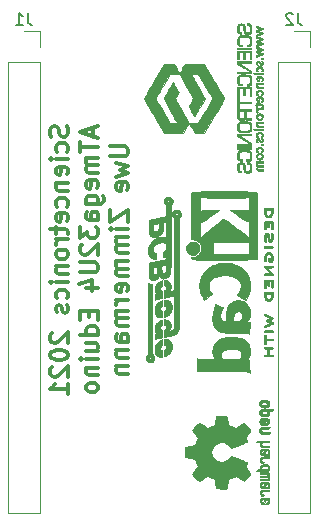
<source format=gbr>
G04 #@! TF.GenerationSoftware,KiCad,Pcbnew,(5.1.5)-3*
G04 #@! TF.CreationDate,2021-02-11T22:25:29+01:00*
G04 #@! TF.ProjectId,20210211_eduino,32303231-3032-4313-915f-656475696e6f,v1.0*
G04 #@! TF.SameCoordinates,Original*
G04 #@! TF.FileFunction,Legend,Bot*
G04 #@! TF.FilePolarity,Positive*
%FSLAX46Y46*%
G04 Gerber Fmt 4.6, Leading zero omitted, Abs format (unit mm)*
G04 Created by KiCad (PCBNEW (5.1.5)-3) date 2021-02-11 22:25:29*
%MOMM*%
%LPD*%
G04 APERTURE LIST*
%ADD10C,0.300000*%
%ADD11C,0.010000*%
%ADD12C,0.120000*%
%ADD13C,0.150000*%
G04 APERTURE END LIST*
D10*
X140807142Y-99428571D02*
X140878571Y-99642857D01*
X140878571Y-100000000D01*
X140807142Y-100142857D01*
X140735714Y-100214285D01*
X140592857Y-100285714D01*
X140450000Y-100285714D01*
X140307142Y-100214285D01*
X140235714Y-100142857D01*
X140164285Y-100000000D01*
X140092857Y-99714285D01*
X140021428Y-99571428D01*
X139950000Y-99500000D01*
X139807142Y-99428571D01*
X139664285Y-99428571D01*
X139521428Y-99500000D01*
X139450000Y-99571428D01*
X139378571Y-99714285D01*
X139378571Y-100071428D01*
X139450000Y-100285714D01*
X140807142Y-101571428D02*
X140878571Y-101428571D01*
X140878571Y-101142857D01*
X140807142Y-101000000D01*
X140735714Y-100928571D01*
X140592857Y-100857142D01*
X140164285Y-100857142D01*
X140021428Y-100928571D01*
X139950000Y-101000000D01*
X139878571Y-101142857D01*
X139878571Y-101428571D01*
X139950000Y-101571428D01*
X140878571Y-102214285D02*
X139878571Y-102214285D01*
X139378571Y-102214285D02*
X139450000Y-102142857D01*
X139521428Y-102214285D01*
X139450000Y-102285714D01*
X139378571Y-102214285D01*
X139521428Y-102214285D01*
X140807142Y-103500000D02*
X140878571Y-103357142D01*
X140878571Y-103071428D01*
X140807142Y-102928571D01*
X140664285Y-102857142D01*
X140092857Y-102857142D01*
X139950000Y-102928571D01*
X139878571Y-103071428D01*
X139878571Y-103357142D01*
X139950000Y-103500000D01*
X140092857Y-103571428D01*
X140235714Y-103571428D01*
X140378571Y-102857142D01*
X139878571Y-104214285D02*
X140878571Y-104214285D01*
X140021428Y-104214285D02*
X139950000Y-104285714D01*
X139878571Y-104428571D01*
X139878571Y-104642857D01*
X139950000Y-104785714D01*
X140092857Y-104857142D01*
X140878571Y-104857142D01*
X140807142Y-106214285D02*
X140878571Y-106071428D01*
X140878571Y-105785714D01*
X140807142Y-105642857D01*
X140735714Y-105571428D01*
X140592857Y-105500000D01*
X140164285Y-105500000D01*
X140021428Y-105571428D01*
X139950000Y-105642857D01*
X139878571Y-105785714D01*
X139878571Y-106071428D01*
X139950000Y-106214285D01*
X140807142Y-107428571D02*
X140878571Y-107285714D01*
X140878571Y-107000000D01*
X140807142Y-106857142D01*
X140664285Y-106785714D01*
X140092857Y-106785714D01*
X139950000Y-106857142D01*
X139878571Y-107000000D01*
X139878571Y-107285714D01*
X139950000Y-107428571D01*
X140092857Y-107500000D01*
X140235714Y-107500000D01*
X140378571Y-106785714D01*
X139878571Y-107928571D02*
X139878571Y-108500000D01*
X139378571Y-108142857D02*
X140664285Y-108142857D01*
X140807142Y-108214285D01*
X140878571Y-108357142D01*
X140878571Y-108500000D01*
X140878571Y-109000000D02*
X139878571Y-109000000D01*
X140164285Y-109000000D02*
X140021428Y-109071428D01*
X139950000Y-109142857D01*
X139878571Y-109285714D01*
X139878571Y-109428571D01*
X140878571Y-110142857D02*
X140807142Y-110000000D01*
X140735714Y-109928571D01*
X140592857Y-109857142D01*
X140164285Y-109857142D01*
X140021428Y-109928571D01*
X139950000Y-110000000D01*
X139878571Y-110142857D01*
X139878571Y-110357142D01*
X139950000Y-110500000D01*
X140021428Y-110571428D01*
X140164285Y-110642857D01*
X140592857Y-110642857D01*
X140735714Y-110571428D01*
X140807142Y-110500000D01*
X140878571Y-110357142D01*
X140878571Y-110142857D01*
X139878571Y-111285714D02*
X140878571Y-111285714D01*
X140021428Y-111285714D02*
X139950000Y-111357142D01*
X139878571Y-111500000D01*
X139878571Y-111714285D01*
X139950000Y-111857142D01*
X140092857Y-111928571D01*
X140878571Y-111928571D01*
X140878571Y-112642857D02*
X139878571Y-112642857D01*
X139378571Y-112642857D02*
X139450000Y-112571428D01*
X139521428Y-112642857D01*
X139450000Y-112714285D01*
X139378571Y-112642857D01*
X139521428Y-112642857D01*
X140807142Y-114000000D02*
X140878571Y-113857142D01*
X140878571Y-113571428D01*
X140807142Y-113428571D01*
X140735714Y-113357142D01*
X140592857Y-113285714D01*
X140164285Y-113285714D01*
X140021428Y-113357142D01*
X139950000Y-113428571D01*
X139878571Y-113571428D01*
X139878571Y-113857142D01*
X139950000Y-114000000D01*
X140807142Y-114571428D02*
X140878571Y-114714285D01*
X140878571Y-115000000D01*
X140807142Y-115142857D01*
X140664285Y-115214285D01*
X140592857Y-115214285D01*
X140450000Y-115142857D01*
X140378571Y-115000000D01*
X140378571Y-114785714D01*
X140307142Y-114642857D01*
X140164285Y-114571428D01*
X140092857Y-114571428D01*
X139950000Y-114642857D01*
X139878571Y-114785714D01*
X139878571Y-115000000D01*
X139950000Y-115142857D01*
X139521428Y-116928571D02*
X139450000Y-117000000D01*
X139378571Y-117142857D01*
X139378571Y-117500000D01*
X139450000Y-117642857D01*
X139521428Y-117714285D01*
X139664285Y-117785714D01*
X139807142Y-117785714D01*
X140021428Y-117714285D01*
X140878571Y-116857142D01*
X140878571Y-117785714D01*
X139378571Y-118714285D02*
X139378571Y-118857142D01*
X139450000Y-119000000D01*
X139521428Y-119071428D01*
X139664285Y-119142857D01*
X139950000Y-119214285D01*
X140307142Y-119214285D01*
X140592857Y-119142857D01*
X140735714Y-119071428D01*
X140807142Y-119000000D01*
X140878571Y-118857142D01*
X140878571Y-118714285D01*
X140807142Y-118571428D01*
X140735714Y-118500000D01*
X140592857Y-118428571D01*
X140307142Y-118357142D01*
X139950000Y-118357142D01*
X139664285Y-118428571D01*
X139521428Y-118500000D01*
X139450000Y-118571428D01*
X139378571Y-118714285D01*
X139521428Y-119785714D02*
X139450000Y-119857142D01*
X139378571Y-120000000D01*
X139378571Y-120357142D01*
X139450000Y-120500000D01*
X139521428Y-120571428D01*
X139664285Y-120642857D01*
X139807142Y-120642857D01*
X140021428Y-120571428D01*
X140878571Y-119714285D01*
X140878571Y-120642857D01*
X140878571Y-122071428D02*
X140878571Y-121214285D01*
X140878571Y-121642857D02*
X139378571Y-121642857D01*
X139592857Y-121500000D01*
X139735714Y-121357142D01*
X139807142Y-121214285D01*
X143000000Y-99571428D02*
X143000000Y-100285714D01*
X143428571Y-99428571D02*
X141928571Y-99928571D01*
X143428571Y-100428571D01*
X141928571Y-100714285D02*
X141928571Y-101571428D01*
X143428571Y-101142857D02*
X141928571Y-101142857D01*
X143428571Y-102071428D02*
X142428571Y-102071428D01*
X142571428Y-102071428D02*
X142500000Y-102142857D01*
X142428571Y-102285714D01*
X142428571Y-102500000D01*
X142500000Y-102642857D01*
X142642857Y-102714285D01*
X143428571Y-102714285D01*
X142642857Y-102714285D02*
X142500000Y-102785714D01*
X142428571Y-102928571D01*
X142428571Y-103142857D01*
X142500000Y-103285714D01*
X142642857Y-103357142D01*
X143428571Y-103357142D01*
X143357142Y-104642857D02*
X143428571Y-104500000D01*
X143428571Y-104214285D01*
X143357142Y-104071428D01*
X143214285Y-104000000D01*
X142642857Y-104000000D01*
X142500000Y-104071428D01*
X142428571Y-104214285D01*
X142428571Y-104500000D01*
X142500000Y-104642857D01*
X142642857Y-104714285D01*
X142785714Y-104714285D01*
X142928571Y-104000000D01*
X142428571Y-106000000D02*
X143642857Y-106000000D01*
X143785714Y-105928571D01*
X143857142Y-105857142D01*
X143928571Y-105714285D01*
X143928571Y-105500000D01*
X143857142Y-105357142D01*
X143357142Y-106000000D02*
X143428571Y-105857142D01*
X143428571Y-105571428D01*
X143357142Y-105428571D01*
X143285714Y-105357142D01*
X143142857Y-105285714D01*
X142714285Y-105285714D01*
X142571428Y-105357142D01*
X142500000Y-105428571D01*
X142428571Y-105571428D01*
X142428571Y-105857142D01*
X142500000Y-106000000D01*
X143428571Y-107357142D02*
X142642857Y-107357142D01*
X142500000Y-107285714D01*
X142428571Y-107142857D01*
X142428571Y-106857142D01*
X142500000Y-106714285D01*
X143357142Y-107357142D02*
X143428571Y-107214285D01*
X143428571Y-106857142D01*
X143357142Y-106714285D01*
X143214285Y-106642857D01*
X143071428Y-106642857D01*
X142928571Y-106714285D01*
X142857142Y-106857142D01*
X142857142Y-107214285D01*
X142785714Y-107357142D01*
X141928571Y-107928571D02*
X141928571Y-108857142D01*
X142500000Y-108357142D01*
X142500000Y-108571428D01*
X142571428Y-108714285D01*
X142642857Y-108785714D01*
X142785714Y-108857142D01*
X143142857Y-108857142D01*
X143285714Y-108785714D01*
X143357142Y-108714285D01*
X143428571Y-108571428D01*
X143428571Y-108142857D01*
X143357142Y-108000000D01*
X143285714Y-107928571D01*
X142071428Y-109428571D02*
X142000000Y-109500000D01*
X141928571Y-109642857D01*
X141928571Y-110000000D01*
X142000000Y-110142857D01*
X142071428Y-110214285D01*
X142214285Y-110285714D01*
X142357142Y-110285714D01*
X142571428Y-110214285D01*
X143428571Y-109357142D01*
X143428571Y-110285714D01*
X141928571Y-110928571D02*
X143142857Y-110928571D01*
X143285714Y-111000000D01*
X143357142Y-111071428D01*
X143428571Y-111214285D01*
X143428571Y-111500000D01*
X143357142Y-111642857D01*
X143285714Y-111714285D01*
X143142857Y-111785714D01*
X141928571Y-111785714D01*
X142428571Y-113142857D02*
X143428571Y-113142857D01*
X141857142Y-112785714D02*
X142928571Y-112428571D01*
X142928571Y-113357142D01*
X142642857Y-115071428D02*
X142642857Y-115571428D01*
X143428571Y-115785714D02*
X143428571Y-115071428D01*
X141928571Y-115071428D01*
X141928571Y-115785714D01*
X143428571Y-117071428D02*
X141928571Y-117071428D01*
X143357142Y-117071428D02*
X143428571Y-116928571D01*
X143428571Y-116642857D01*
X143357142Y-116500000D01*
X143285714Y-116428571D01*
X143142857Y-116357142D01*
X142714285Y-116357142D01*
X142571428Y-116428571D01*
X142500000Y-116500000D01*
X142428571Y-116642857D01*
X142428571Y-116928571D01*
X142500000Y-117071428D01*
X142428571Y-118428571D02*
X143428571Y-118428571D01*
X142428571Y-117785714D02*
X143214285Y-117785714D01*
X143357142Y-117857142D01*
X143428571Y-118000000D01*
X143428571Y-118214285D01*
X143357142Y-118357142D01*
X143285714Y-118428571D01*
X143428571Y-119142857D02*
X142428571Y-119142857D01*
X141928571Y-119142857D02*
X142000000Y-119071428D01*
X142071428Y-119142857D01*
X142000000Y-119214285D01*
X141928571Y-119142857D01*
X142071428Y-119142857D01*
X142428571Y-119857142D02*
X143428571Y-119857142D01*
X142571428Y-119857142D02*
X142500000Y-119928571D01*
X142428571Y-120071428D01*
X142428571Y-120285714D01*
X142500000Y-120428571D01*
X142642857Y-120500000D01*
X143428571Y-120500000D01*
X143428571Y-121428571D02*
X143357142Y-121285714D01*
X143285714Y-121214285D01*
X143142857Y-121142857D01*
X142714285Y-121142857D01*
X142571428Y-121214285D01*
X142500000Y-121285714D01*
X142428571Y-121428571D01*
X142428571Y-121642857D01*
X142500000Y-121785714D01*
X142571428Y-121857142D01*
X142714285Y-121928571D01*
X143142857Y-121928571D01*
X143285714Y-121857142D01*
X143357142Y-121785714D01*
X143428571Y-121642857D01*
X143428571Y-121428571D01*
X144478571Y-101107142D02*
X145692857Y-101107142D01*
X145835714Y-101178571D01*
X145907142Y-101250000D01*
X145978571Y-101392857D01*
X145978571Y-101678571D01*
X145907142Y-101821428D01*
X145835714Y-101892857D01*
X145692857Y-101964285D01*
X144478571Y-101964285D01*
X144978571Y-102535714D02*
X145978571Y-102821428D01*
X145264285Y-103107142D01*
X145978571Y-103392857D01*
X144978571Y-103678571D01*
X145907142Y-104821428D02*
X145978571Y-104678571D01*
X145978571Y-104392857D01*
X145907142Y-104250000D01*
X145764285Y-104178571D01*
X145192857Y-104178571D01*
X145050000Y-104250000D01*
X144978571Y-104392857D01*
X144978571Y-104678571D01*
X145050000Y-104821428D01*
X145192857Y-104892857D01*
X145335714Y-104892857D01*
X145478571Y-104178571D01*
X144478571Y-106535714D02*
X144478571Y-107535714D01*
X145978571Y-106535714D01*
X145978571Y-107535714D01*
X145978571Y-108107142D02*
X144978571Y-108107142D01*
X144478571Y-108107142D02*
X144550000Y-108035714D01*
X144621428Y-108107142D01*
X144550000Y-108178571D01*
X144478571Y-108107142D01*
X144621428Y-108107142D01*
X145978571Y-108821428D02*
X144978571Y-108821428D01*
X145121428Y-108821428D02*
X145050000Y-108892857D01*
X144978571Y-109035714D01*
X144978571Y-109250000D01*
X145050000Y-109392857D01*
X145192857Y-109464285D01*
X145978571Y-109464285D01*
X145192857Y-109464285D02*
X145050000Y-109535714D01*
X144978571Y-109678571D01*
X144978571Y-109892857D01*
X145050000Y-110035714D01*
X145192857Y-110107142D01*
X145978571Y-110107142D01*
X145978571Y-110821428D02*
X144978571Y-110821428D01*
X145121428Y-110821428D02*
X145050000Y-110892857D01*
X144978571Y-111035714D01*
X144978571Y-111250000D01*
X145050000Y-111392857D01*
X145192857Y-111464285D01*
X145978571Y-111464285D01*
X145192857Y-111464285D02*
X145050000Y-111535714D01*
X144978571Y-111678571D01*
X144978571Y-111892857D01*
X145050000Y-112035714D01*
X145192857Y-112107142D01*
X145978571Y-112107142D01*
X145907142Y-113392857D02*
X145978571Y-113250000D01*
X145978571Y-112964285D01*
X145907142Y-112821428D01*
X145764285Y-112750000D01*
X145192857Y-112750000D01*
X145050000Y-112821428D01*
X144978571Y-112964285D01*
X144978571Y-113250000D01*
X145050000Y-113392857D01*
X145192857Y-113464285D01*
X145335714Y-113464285D01*
X145478571Y-112750000D01*
X145978571Y-114107142D02*
X144978571Y-114107142D01*
X145264285Y-114107142D02*
X145121428Y-114178571D01*
X145050000Y-114250000D01*
X144978571Y-114392857D01*
X144978571Y-114535714D01*
X145978571Y-115035714D02*
X144978571Y-115035714D01*
X145121428Y-115035714D02*
X145050000Y-115107142D01*
X144978571Y-115250000D01*
X144978571Y-115464285D01*
X145050000Y-115607142D01*
X145192857Y-115678571D01*
X145978571Y-115678571D01*
X145192857Y-115678571D02*
X145050000Y-115750000D01*
X144978571Y-115892857D01*
X144978571Y-116107142D01*
X145050000Y-116250000D01*
X145192857Y-116321428D01*
X145978571Y-116321428D01*
X145978571Y-117678571D02*
X145192857Y-117678571D01*
X145050000Y-117607142D01*
X144978571Y-117464285D01*
X144978571Y-117178571D01*
X145050000Y-117035714D01*
X145907142Y-117678571D02*
X145978571Y-117535714D01*
X145978571Y-117178571D01*
X145907142Y-117035714D01*
X145764285Y-116964285D01*
X145621428Y-116964285D01*
X145478571Y-117035714D01*
X145407142Y-117178571D01*
X145407142Y-117535714D01*
X145335714Y-117678571D01*
X144978571Y-118392857D02*
X145978571Y-118392857D01*
X145121428Y-118392857D02*
X145050000Y-118464285D01*
X144978571Y-118607142D01*
X144978571Y-118821428D01*
X145050000Y-118964285D01*
X145192857Y-119035714D01*
X145978571Y-119035714D01*
X144978571Y-119750000D02*
X145978571Y-119750000D01*
X145121428Y-119750000D02*
X145050000Y-119821428D01*
X144978571Y-119964285D01*
X144978571Y-120178571D01*
X145050000Y-120321428D01*
X145192857Y-120392857D01*
X145978571Y-120392857D01*
D11*
G36*
X147323885Y-97081053D02*
G01*
X147342522Y-97114063D01*
X147372385Y-97166486D01*
X147412732Y-97237033D01*
X147462823Y-97324413D01*
X147521915Y-97427338D01*
X147589268Y-97544518D01*
X147664140Y-97674662D01*
X147745790Y-97816483D01*
X147833476Y-97968690D01*
X147926457Y-98129993D01*
X148023992Y-98299103D01*
X148125339Y-98474731D01*
X148166955Y-98546822D01*
X149013129Y-100012500D01*
X150618949Y-100012500D01*
X150856670Y-99599729D01*
X150910468Y-99506559D01*
X150960439Y-99420484D01*
X151005141Y-99343954D01*
X151043131Y-99279417D01*
X151072968Y-99229323D01*
X151093208Y-99196120D01*
X151102409Y-99182257D01*
X151102670Y-99182027D01*
X151110719Y-99191478D01*
X151130080Y-99220536D01*
X151159307Y-99266848D01*
X151196952Y-99328057D01*
X151241570Y-99401809D01*
X151291715Y-99485749D01*
X151345938Y-99577520D01*
X151354221Y-99591622D01*
X151597492Y-100006150D01*
X152009947Y-100009496D01*
X152422402Y-100012843D01*
X153270370Y-98542646D01*
X153373077Y-98364568D01*
X153472273Y-98192568D01*
X153567217Y-98027928D01*
X153657173Y-97871929D01*
X153741400Y-97725853D01*
X153819160Y-97590981D01*
X153889714Y-97468595D01*
X153952323Y-97359977D01*
X154006250Y-97266407D01*
X154050754Y-97189169D01*
X154085097Y-97129542D01*
X154108540Y-97088809D01*
X154120345Y-97068251D01*
X154121657Y-97065937D01*
X154115827Y-97054358D01*
X154098011Y-97022070D01*
X154068940Y-96970350D01*
X154029347Y-96900475D01*
X153979962Y-96813725D01*
X153921517Y-96711375D01*
X153854744Y-96594704D01*
X153780374Y-96464990D01*
X153699139Y-96323509D01*
X153611770Y-96171540D01*
X153518998Y-96010360D01*
X153421556Y-95841247D01*
X153320174Y-95665478D01*
X153272690Y-95583212D01*
X152420404Y-94107000D01*
X150816082Y-94107000D01*
X150577984Y-94519838D01*
X150524055Y-94613065D01*
X150473891Y-94699245D01*
X150428945Y-94775921D01*
X150390671Y-94840638D01*
X150360522Y-94890937D01*
X150339953Y-94924363D01*
X150330417Y-94938457D01*
X150330125Y-94938710D01*
X150321779Y-94929484D01*
X150302190Y-94900594D01*
X150272799Y-94854382D01*
X150235048Y-94793190D01*
X150190379Y-94719360D01*
X150140233Y-94635233D01*
X150086052Y-94543152D01*
X150075958Y-94525871D01*
X149831552Y-94107000D01*
X149508076Y-94107000D01*
X149508076Y-94970257D01*
X149919854Y-94973603D01*
X150331631Y-94976950D01*
X150902692Y-96017026D01*
X151473752Y-97057103D01*
X151393234Y-97198126D01*
X151357775Y-97260073D01*
X151314148Y-97336048D01*
X151266924Y-97418105D01*
X151220673Y-97498297D01*
X151201376Y-97531693D01*
X151090035Y-97724236D01*
X151335442Y-98150005D01*
X151400910Y-98263111D01*
X151455053Y-98355511D01*
X151498835Y-98428728D01*
X151533223Y-98484285D01*
X151559182Y-98523703D01*
X151577677Y-98548507D01*
X151589673Y-98560217D01*
X151595824Y-98560712D01*
X151604582Y-98547395D01*
X151624928Y-98513914D01*
X151655780Y-98462117D01*
X151696053Y-98393854D01*
X151744664Y-98310974D01*
X151800531Y-98215326D01*
X151862569Y-98108759D01*
X151929696Y-97993122D01*
X152000827Y-97870265D01*
X152036932Y-97807788D01*
X152463066Y-97069926D01*
X151898580Y-96041518D01*
X151816416Y-95891758D01*
X151737671Y-95748099D01*
X151663214Y-95612133D01*
X151593915Y-95485454D01*
X151530642Y-95369654D01*
X151474265Y-95266326D01*
X151425653Y-95177064D01*
X151385676Y-95103461D01*
X151355201Y-95047109D01*
X151335098Y-95009602D01*
X151326236Y-94992533D01*
X151325938Y-94991855D01*
X151325104Y-94985151D01*
X151330314Y-94980018D01*
X151344439Y-94976248D01*
X151370349Y-94973634D01*
X151410913Y-94971970D01*
X151469002Y-94971048D01*
X151547486Y-94970662D01*
X151620789Y-94970600D01*
X151923796Y-94970600D01*
X152523522Y-96008825D01*
X152609709Y-96158156D01*
X152692195Y-96301326D01*
X152770101Y-96436793D01*
X152842550Y-96563019D01*
X152908662Y-96678466D01*
X152967560Y-96781594D01*
X153018364Y-96870864D01*
X153060195Y-96944738D01*
X153092176Y-97001676D01*
X153113428Y-97040139D01*
X153123073Y-97058590D01*
X153123573Y-97059955D01*
X153117407Y-97072577D01*
X153099395Y-97105647D01*
X153070414Y-97157628D01*
X153031339Y-97226982D01*
X152983046Y-97312172D01*
X152926411Y-97411661D01*
X152862308Y-97523912D01*
X152791614Y-97647387D01*
X152715204Y-97780549D01*
X152633953Y-97921861D01*
X152548737Y-98069785D01*
X152523204Y-98114055D01*
X151922508Y-99155250D01*
X151515756Y-99158598D01*
X151109005Y-99161946D01*
X150535302Y-98116185D01*
X150452683Y-97965502D01*
X150373626Y-97821162D01*
X150298980Y-97684717D01*
X150229587Y-97557719D01*
X150166295Y-97441721D01*
X150109948Y-97338276D01*
X150061393Y-97248935D01*
X150021474Y-97175252D01*
X149991036Y-97118779D01*
X149970926Y-97081069D01*
X149961989Y-97063673D01*
X149961600Y-97062677D01*
X149967685Y-97049898D01*
X149984724Y-97018424D01*
X150010893Y-96971513D01*
X150044368Y-96912421D01*
X150083323Y-96844406D01*
X150102062Y-96811918D01*
X150143357Y-96740215D01*
X150180464Y-96675297D01*
X150211443Y-96620595D01*
X150234356Y-96579542D01*
X150247263Y-96555568D01*
X150249238Y-96551407D01*
X150244453Y-96537483D01*
X150228521Y-96504704D01*
X150203118Y-96456025D01*
X150169921Y-96394402D01*
X150130608Y-96322788D01*
X150086854Y-96244138D01*
X150040338Y-96161409D01*
X149992735Y-96077554D01*
X149945722Y-95995528D01*
X149900977Y-95918287D01*
X149860176Y-95848785D01*
X149824996Y-95789977D01*
X149797114Y-95744819D01*
X149778206Y-95716265D01*
X149770176Y-95707200D01*
X149763682Y-95710016D01*
X149754076Y-95719449D01*
X149740462Y-95736970D01*
X149721943Y-95764055D01*
X149697624Y-95802175D01*
X149666608Y-95852806D01*
X149628001Y-95917420D01*
X149580905Y-95997491D01*
X149524426Y-96094492D01*
X149457666Y-96209897D01*
X149379731Y-96345179D01*
X149335730Y-96421713D01*
X148972593Y-97053676D01*
X149530267Y-98069531D01*
X149612214Y-98218830D01*
X149690960Y-98362342D01*
X149765607Y-98498430D01*
X149835257Y-98625454D01*
X149899013Y-98741775D01*
X149955975Y-98845755D01*
X150005247Y-98935753D01*
X150045931Y-99010132D01*
X150077128Y-99067252D01*
X150097941Y-99105474D01*
X150107472Y-99123159D01*
X150107646Y-99123493D01*
X150127352Y-99161600D01*
X149510750Y-99160824D01*
X148907916Y-98115054D01*
X148821612Y-97965229D01*
X148739022Y-97821638D01*
X148661017Y-97685808D01*
X148588469Y-97559267D01*
X148522249Y-97443541D01*
X148463228Y-97340157D01*
X148412278Y-97250643D01*
X148370271Y-97176526D01*
X148338077Y-97119332D01*
X148316568Y-97080589D01*
X148306616Y-97061823D01*
X148306014Y-97060287D01*
X148312360Y-97048233D01*
X148330541Y-97015719D01*
X148359680Y-96964277D01*
X148398899Y-96895436D01*
X148447321Y-96810728D01*
X148504070Y-96711684D01*
X148568267Y-96599833D01*
X148639035Y-96476707D01*
X148715498Y-96343837D01*
X148796778Y-96202752D01*
X148881998Y-96054984D01*
X148907511Y-96010774D01*
X149508076Y-94970257D01*
X149508076Y-94107000D01*
X149015300Y-94107000D01*
X148164475Y-95581673D01*
X148061620Y-95760081D01*
X147962374Y-95932494D01*
X147867469Y-96097628D01*
X147777638Y-96254198D01*
X147693613Y-96400918D01*
X147616126Y-96536504D01*
X147545908Y-96659670D01*
X147483693Y-96769133D01*
X147430212Y-96863607D01*
X147386196Y-96941806D01*
X147352379Y-97002447D01*
X147329493Y-97044244D01*
X147318269Y-97065912D01*
X147317215Y-97068745D01*
X147323885Y-97081053D01*
G37*
X147323885Y-97081053D02*
X147342522Y-97114063D01*
X147372385Y-97166486D01*
X147412732Y-97237033D01*
X147462823Y-97324413D01*
X147521915Y-97427338D01*
X147589268Y-97544518D01*
X147664140Y-97674662D01*
X147745790Y-97816483D01*
X147833476Y-97968690D01*
X147926457Y-98129993D01*
X148023992Y-98299103D01*
X148125339Y-98474731D01*
X148166955Y-98546822D01*
X149013129Y-100012500D01*
X150618949Y-100012500D01*
X150856670Y-99599729D01*
X150910468Y-99506559D01*
X150960439Y-99420484D01*
X151005141Y-99343954D01*
X151043131Y-99279417D01*
X151072968Y-99229323D01*
X151093208Y-99196120D01*
X151102409Y-99182257D01*
X151102670Y-99182027D01*
X151110719Y-99191478D01*
X151130080Y-99220536D01*
X151159307Y-99266848D01*
X151196952Y-99328057D01*
X151241570Y-99401809D01*
X151291715Y-99485749D01*
X151345938Y-99577520D01*
X151354221Y-99591622D01*
X151597492Y-100006150D01*
X152009947Y-100009496D01*
X152422402Y-100012843D01*
X153270370Y-98542646D01*
X153373077Y-98364568D01*
X153472273Y-98192568D01*
X153567217Y-98027928D01*
X153657173Y-97871929D01*
X153741400Y-97725853D01*
X153819160Y-97590981D01*
X153889714Y-97468595D01*
X153952323Y-97359977D01*
X154006250Y-97266407D01*
X154050754Y-97189169D01*
X154085097Y-97129542D01*
X154108540Y-97088809D01*
X154120345Y-97068251D01*
X154121657Y-97065937D01*
X154115827Y-97054358D01*
X154098011Y-97022070D01*
X154068940Y-96970350D01*
X154029347Y-96900475D01*
X153979962Y-96813725D01*
X153921517Y-96711375D01*
X153854744Y-96594704D01*
X153780374Y-96464990D01*
X153699139Y-96323509D01*
X153611770Y-96171540D01*
X153518998Y-96010360D01*
X153421556Y-95841247D01*
X153320174Y-95665478D01*
X153272690Y-95583212D01*
X152420404Y-94107000D01*
X150816082Y-94107000D01*
X150577984Y-94519838D01*
X150524055Y-94613065D01*
X150473891Y-94699245D01*
X150428945Y-94775921D01*
X150390671Y-94840638D01*
X150360522Y-94890937D01*
X150339953Y-94924363D01*
X150330417Y-94938457D01*
X150330125Y-94938710D01*
X150321779Y-94929484D01*
X150302190Y-94900594D01*
X150272799Y-94854382D01*
X150235048Y-94793190D01*
X150190379Y-94719360D01*
X150140233Y-94635233D01*
X150086052Y-94543152D01*
X150075958Y-94525871D01*
X149831552Y-94107000D01*
X149508076Y-94107000D01*
X149508076Y-94970257D01*
X149919854Y-94973603D01*
X150331631Y-94976950D01*
X150902692Y-96017026D01*
X151473752Y-97057103D01*
X151393234Y-97198126D01*
X151357775Y-97260073D01*
X151314148Y-97336048D01*
X151266924Y-97418105D01*
X151220673Y-97498297D01*
X151201376Y-97531693D01*
X151090035Y-97724236D01*
X151335442Y-98150005D01*
X151400910Y-98263111D01*
X151455053Y-98355511D01*
X151498835Y-98428728D01*
X151533223Y-98484285D01*
X151559182Y-98523703D01*
X151577677Y-98548507D01*
X151589673Y-98560217D01*
X151595824Y-98560712D01*
X151604582Y-98547395D01*
X151624928Y-98513914D01*
X151655780Y-98462117D01*
X151696053Y-98393854D01*
X151744664Y-98310974D01*
X151800531Y-98215326D01*
X151862569Y-98108759D01*
X151929696Y-97993122D01*
X152000827Y-97870265D01*
X152036932Y-97807788D01*
X152463066Y-97069926D01*
X151898580Y-96041518D01*
X151816416Y-95891758D01*
X151737671Y-95748099D01*
X151663214Y-95612133D01*
X151593915Y-95485454D01*
X151530642Y-95369654D01*
X151474265Y-95266326D01*
X151425653Y-95177064D01*
X151385676Y-95103461D01*
X151355201Y-95047109D01*
X151335098Y-95009602D01*
X151326236Y-94992533D01*
X151325938Y-94991855D01*
X151325104Y-94985151D01*
X151330314Y-94980018D01*
X151344439Y-94976248D01*
X151370349Y-94973634D01*
X151410913Y-94971970D01*
X151469002Y-94971048D01*
X151547486Y-94970662D01*
X151620789Y-94970600D01*
X151923796Y-94970600D01*
X152523522Y-96008825D01*
X152609709Y-96158156D01*
X152692195Y-96301326D01*
X152770101Y-96436793D01*
X152842550Y-96563019D01*
X152908662Y-96678466D01*
X152967560Y-96781594D01*
X153018364Y-96870864D01*
X153060195Y-96944738D01*
X153092176Y-97001676D01*
X153113428Y-97040139D01*
X153123073Y-97058590D01*
X153123573Y-97059955D01*
X153117407Y-97072577D01*
X153099395Y-97105647D01*
X153070414Y-97157628D01*
X153031339Y-97226982D01*
X152983046Y-97312172D01*
X152926411Y-97411661D01*
X152862308Y-97523912D01*
X152791614Y-97647387D01*
X152715204Y-97780549D01*
X152633953Y-97921861D01*
X152548737Y-98069785D01*
X152523204Y-98114055D01*
X151922508Y-99155250D01*
X151515756Y-99158598D01*
X151109005Y-99161946D01*
X150535302Y-98116185D01*
X150452683Y-97965502D01*
X150373626Y-97821162D01*
X150298980Y-97684717D01*
X150229587Y-97557719D01*
X150166295Y-97441721D01*
X150109948Y-97338276D01*
X150061393Y-97248935D01*
X150021474Y-97175252D01*
X149991036Y-97118779D01*
X149970926Y-97081069D01*
X149961989Y-97063673D01*
X149961600Y-97062677D01*
X149967685Y-97049898D01*
X149984724Y-97018424D01*
X150010893Y-96971513D01*
X150044368Y-96912421D01*
X150083323Y-96844406D01*
X150102062Y-96811918D01*
X150143357Y-96740215D01*
X150180464Y-96675297D01*
X150211443Y-96620595D01*
X150234356Y-96579542D01*
X150247263Y-96555568D01*
X150249238Y-96551407D01*
X150244453Y-96537483D01*
X150228521Y-96504704D01*
X150203118Y-96456025D01*
X150169921Y-96394402D01*
X150130608Y-96322788D01*
X150086854Y-96244138D01*
X150040338Y-96161409D01*
X149992735Y-96077554D01*
X149945722Y-95995528D01*
X149900977Y-95918287D01*
X149860176Y-95848785D01*
X149824996Y-95789977D01*
X149797114Y-95744819D01*
X149778206Y-95716265D01*
X149770176Y-95707200D01*
X149763682Y-95710016D01*
X149754076Y-95719449D01*
X149740462Y-95736970D01*
X149721943Y-95764055D01*
X149697624Y-95802175D01*
X149666608Y-95852806D01*
X149628001Y-95917420D01*
X149580905Y-95997491D01*
X149524426Y-96094492D01*
X149457666Y-96209897D01*
X149379731Y-96345179D01*
X149335730Y-96421713D01*
X148972593Y-97053676D01*
X149530267Y-98069531D01*
X149612214Y-98218830D01*
X149690960Y-98362342D01*
X149765607Y-98498430D01*
X149835257Y-98625454D01*
X149899013Y-98741775D01*
X149955975Y-98845755D01*
X150005247Y-98935753D01*
X150045931Y-99010132D01*
X150077128Y-99067252D01*
X150097941Y-99105474D01*
X150107472Y-99123159D01*
X150107646Y-99123493D01*
X150127352Y-99161600D01*
X149510750Y-99160824D01*
X148907916Y-98115054D01*
X148821612Y-97965229D01*
X148739022Y-97821638D01*
X148661017Y-97685808D01*
X148588469Y-97559267D01*
X148522249Y-97443541D01*
X148463228Y-97340157D01*
X148412278Y-97250643D01*
X148370271Y-97176526D01*
X148338077Y-97119332D01*
X148316568Y-97080589D01*
X148306616Y-97061823D01*
X148306014Y-97060287D01*
X148312360Y-97048233D01*
X148330541Y-97015719D01*
X148359680Y-96964277D01*
X148398899Y-96895436D01*
X148447321Y-96810728D01*
X148504070Y-96711684D01*
X148568267Y-96599833D01*
X148639035Y-96476707D01*
X148715498Y-96343837D01*
X148796778Y-96202752D01*
X148881998Y-96054984D01*
X148907511Y-96010774D01*
X149508076Y-94970257D01*
X149508076Y-94107000D01*
X149015300Y-94107000D01*
X148164475Y-95581673D01*
X148061620Y-95760081D01*
X147962374Y-95932494D01*
X147867469Y-96097628D01*
X147777638Y-96254198D01*
X147693613Y-96400918D01*
X147616126Y-96536504D01*
X147545908Y-96659670D01*
X147483693Y-96769133D01*
X147430212Y-96863607D01*
X147386196Y-96941806D01*
X147352379Y-97002447D01*
X147329493Y-97044244D01*
X147318269Y-97065912D01*
X147317215Y-97068745D01*
X147323885Y-97081053D01*
G36*
X156400500Y-101307900D02*
G01*
X156400500Y-101168200D01*
X155219400Y-101168200D01*
X155219400Y-101307900D01*
X156400500Y-101307900D01*
G37*
X156400500Y-101307900D02*
X156400500Y-101168200D01*
X155219400Y-101168200D01*
X155219400Y-101307900D01*
X156400500Y-101307900D01*
G36*
X155752054Y-100591545D02*
G01*
X156284708Y-100920550D01*
X155752054Y-100923862D01*
X155219400Y-100927175D01*
X155219400Y-101053900D01*
X156400500Y-101053900D01*
X156400500Y-100840833D01*
X155872946Y-100512391D01*
X155345393Y-100183950D01*
X155872946Y-100180635D01*
X156400500Y-100177321D01*
X156400500Y-100050600D01*
X155219400Y-100050600D01*
X155219400Y-100262541D01*
X155752054Y-100591545D01*
G37*
X155752054Y-100591545D02*
X156284708Y-100920550D01*
X155752054Y-100923862D01*
X155219400Y-100927175D01*
X155219400Y-101053900D01*
X156400500Y-101053900D01*
X156400500Y-100840833D01*
X155872946Y-100512391D01*
X155345393Y-100183950D01*
X155872946Y-100180635D01*
X156400500Y-100177321D01*
X156400500Y-100050600D01*
X155219400Y-100050600D01*
X155219400Y-100262541D01*
X155752054Y-100591545D01*
G36*
X155221849Y-98339275D02*
G01*
X155223078Y-98444574D01*
X155224377Y-98527664D01*
X155225996Y-98591732D01*
X155228183Y-98639969D01*
X155231189Y-98675564D01*
X155235262Y-98701706D01*
X155240652Y-98721585D01*
X155247608Y-98738388D01*
X155254037Y-98750955D01*
X155290497Y-98803484D01*
X155337911Y-98842059D01*
X155399489Y-98868018D01*
X155478443Y-98882698D01*
X155577985Y-98887433D01*
X155581988Y-98887435D01*
X155663472Y-98884702D01*
X155724766Y-98875199D01*
X155770668Y-98856722D01*
X155805976Y-98827065D01*
X155835486Y-98784024D01*
X155844662Y-98766722D01*
X155864022Y-98730922D01*
X155875166Y-98717157D01*
X155879437Y-98723930D01*
X155879587Y-98727840D01*
X155891344Y-98774753D01*
X155922041Y-98818742D01*
X155965793Y-98851512D01*
X155968141Y-98852670D01*
X155994044Y-98862021D01*
X156030181Y-98869030D01*
X156080700Y-98874168D01*
X156149752Y-98877907D01*
X156206825Y-98879820D01*
X156400500Y-98885288D01*
X156400500Y-98745382D01*
X156225875Y-98740133D01*
X156138993Y-98736661D01*
X156070627Y-98730213D01*
X156018560Y-98718007D01*
X155980574Y-98697260D01*
X155954454Y-98665189D01*
X155937982Y-98619011D01*
X155928944Y-98555944D01*
X155925121Y-98473205D01*
X155924298Y-98368010D01*
X155924296Y-98361500D01*
X155924250Y-98113850D01*
X156162375Y-98110394D01*
X156400500Y-98106939D01*
X156400500Y-97980500D01*
X155566533Y-97980500D01*
X155566533Y-98107500D01*
X155641120Y-98107997D01*
X155706904Y-98109378D01*
X155759685Y-98111478D01*
X155795262Y-98114134D01*
X155809306Y-98117025D01*
X155812107Y-98132149D01*
X155813967Y-98168553D01*
X155814821Y-98222132D01*
X155814607Y-98288780D01*
X155813261Y-98364394D01*
X155813176Y-98367850D01*
X155810148Y-98463678D01*
X155806308Y-98537283D01*
X155801370Y-98591840D01*
X155795050Y-98630519D01*
X155787303Y-98655931D01*
X155764004Y-98695515D01*
X155730630Y-98722736D01*
X155683129Y-98739298D01*
X155617447Y-98746907D01*
X155568650Y-98747887D01*
X155501906Y-98746359D01*
X155449122Y-98740454D01*
X155408667Y-98727517D01*
X155378916Y-98704892D01*
X155358239Y-98669923D01*
X155345009Y-98619956D01*
X155337598Y-98552336D01*
X155334379Y-98464406D01*
X155333719Y-98364675D01*
X155333700Y-98107500D01*
X155566533Y-98107500D01*
X155566533Y-97980500D01*
X155217949Y-97980500D01*
X155221849Y-98339275D01*
G37*
X155221849Y-98339275D02*
X155223078Y-98444574D01*
X155224377Y-98527664D01*
X155225996Y-98591732D01*
X155228183Y-98639969D01*
X155231189Y-98675564D01*
X155235262Y-98701706D01*
X155240652Y-98721585D01*
X155247608Y-98738388D01*
X155254037Y-98750955D01*
X155290497Y-98803484D01*
X155337911Y-98842059D01*
X155399489Y-98868018D01*
X155478443Y-98882698D01*
X155577985Y-98887433D01*
X155581988Y-98887435D01*
X155663472Y-98884702D01*
X155724766Y-98875199D01*
X155770668Y-98856722D01*
X155805976Y-98827065D01*
X155835486Y-98784024D01*
X155844662Y-98766722D01*
X155864022Y-98730922D01*
X155875166Y-98717157D01*
X155879437Y-98723930D01*
X155879587Y-98727840D01*
X155891344Y-98774753D01*
X155922041Y-98818742D01*
X155965793Y-98851512D01*
X155968141Y-98852670D01*
X155994044Y-98862021D01*
X156030181Y-98869030D01*
X156080700Y-98874168D01*
X156149752Y-98877907D01*
X156206825Y-98879820D01*
X156400500Y-98885288D01*
X156400500Y-98745382D01*
X156225875Y-98740133D01*
X156138993Y-98736661D01*
X156070627Y-98730213D01*
X156018560Y-98718007D01*
X155980574Y-98697260D01*
X155954454Y-98665189D01*
X155937982Y-98619011D01*
X155928944Y-98555944D01*
X155925121Y-98473205D01*
X155924298Y-98368010D01*
X155924296Y-98361500D01*
X155924250Y-98113850D01*
X156162375Y-98110394D01*
X156400500Y-98106939D01*
X156400500Y-97980500D01*
X155566533Y-97980500D01*
X155566533Y-98107500D01*
X155641120Y-98107997D01*
X155706904Y-98109378D01*
X155759685Y-98111478D01*
X155795262Y-98114134D01*
X155809306Y-98117025D01*
X155812107Y-98132149D01*
X155813967Y-98168553D01*
X155814821Y-98222132D01*
X155814607Y-98288780D01*
X155813261Y-98364394D01*
X155813176Y-98367850D01*
X155810148Y-98463678D01*
X155806308Y-98537283D01*
X155801370Y-98591840D01*
X155795050Y-98630519D01*
X155787303Y-98655931D01*
X155764004Y-98695515D01*
X155730630Y-98722736D01*
X155683129Y-98739298D01*
X155617447Y-98746907D01*
X155568650Y-98747887D01*
X155501906Y-98746359D01*
X155449122Y-98740454D01*
X155408667Y-98727517D01*
X155378916Y-98704892D01*
X155358239Y-98669923D01*
X155345009Y-98619956D01*
X155337598Y-98552336D01*
X155334379Y-98464406D01*
X155333719Y-98364675D01*
X155333700Y-98107500D01*
X155566533Y-98107500D01*
X155566533Y-97980500D01*
X155217949Y-97980500D01*
X155221849Y-98339275D01*
G36*
X155346400Y-97866200D02*
G01*
X155346400Y-97485200D01*
X156400500Y-97485200D01*
X156400500Y-97345500D01*
X155346400Y-97345500D01*
X155346400Y-96964500D01*
X155219400Y-96964500D01*
X155219400Y-97866200D01*
X155346400Y-97866200D01*
G37*
X155346400Y-97866200D02*
X155346400Y-97485200D01*
X156400500Y-97485200D01*
X156400500Y-97345500D01*
X155346400Y-97345500D01*
X155346400Y-96964500D01*
X155219400Y-96964500D01*
X155219400Y-97866200D01*
X155346400Y-97866200D01*
G36*
X155333700Y-96837500D02*
G01*
X155333700Y-96201855D01*
X155533725Y-96205352D01*
X155733750Y-96208850D01*
X155737154Y-96510475D01*
X155740559Y-96812100D01*
X155841240Y-96812100D01*
X155848050Y-96208850D01*
X156286200Y-96201900D01*
X156286200Y-96837500D01*
X156400500Y-96837500D01*
X156400500Y-96088200D01*
X155219400Y-96088200D01*
X155219400Y-96837500D01*
X155333700Y-96837500D01*
G37*
X155333700Y-96837500D02*
X155333700Y-96201855D01*
X155533725Y-96205352D01*
X155733750Y-96208850D01*
X155737154Y-96510475D01*
X155740559Y-96812100D01*
X155841240Y-96812100D01*
X155848050Y-96208850D01*
X156286200Y-96201900D01*
X156286200Y-96837500D01*
X156400500Y-96837500D01*
X156400500Y-96088200D01*
X155219400Y-96088200D01*
X155219400Y-96837500D01*
X155333700Y-96837500D01*
G36*
X155221970Y-95625204D02*
G01*
X155223766Y-95691555D01*
X155227430Y-95743010D01*
X155231879Y-95769932D01*
X155261544Y-95833318D01*
X155311450Y-95884602D01*
X155378617Y-95921979D01*
X155460064Y-95943644D01*
X155526505Y-95948500D01*
X155587700Y-95948500D01*
X155587700Y-95836027D01*
X155514675Y-95827145D01*
X155454369Y-95817459D01*
X155408533Y-95802836D01*
X155375304Y-95780058D01*
X155352819Y-95745905D01*
X155339214Y-95697160D01*
X155332625Y-95630603D01*
X155331190Y-95543018D01*
X155331504Y-95510774D01*
X155334116Y-95417105D01*
X155339879Y-95345120D01*
X155350014Y-95291178D01*
X155365740Y-95251637D01*
X155388275Y-95222855D01*
X155418839Y-95201190D01*
X155438400Y-95191488D01*
X155457753Y-95183811D01*
X155479697Y-95177947D01*
X155507784Y-95173656D01*
X155545563Y-95170703D01*
X155596584Y-95168847D01*
X155664399Y-95167852D01*
X155752557Y-95167480D01*
X155796920Y-95167452D01*
X155920091Y-95168063D01*
X156020341Y-95170922D01*
X156100140Y-95177575D01*
X156161959Y-95189564D01*
X156208268Y-95208433D01*
X156241535Y-95235728D01*
X156264232Y-95272991D01*
X156278827Y-95321766D01*
X156287791Y-95383598D01*
X156293594Y-95460030D01*
X156294671Y-95478600D01*
X156296512Y-95588214D01*
X156288141Y-95676324D01*
X156269210Y-95744832D01*
X156239368Y-95795643D01*
X156235603Y-95800013D01*
X156215211Y-95820635D01*
X156194670Y-95833090D01*
X156166415Y-95839941D01*
X156122884Y-95843748D01*
X156103371Y-95844799D01*
X156006800Y-95849676D01*
X156006800Y-95973900D01*
X156092525Y-95973829D01*
X156175140Y-95969333D01*
X156239699Y-95954851D01*
X156292163Y-95928657D01*
X156318160Y-95908511D01*
X156344191Y-95881902D01*
X156364279Y-95851093D01*
X156379137Y-95812595D01*
X156389474Y-95762918D01*
X156396004Y-95698573D01*
X156399437Y-95616070D01*
X156400487Y-95511920D01*
X156400489Y-95504869D01*
X156400256Y-95420368D01*
X156399301Y-95356988D01*
X156397226Y-95310454D01*
X156393638Y-95276489D01*
X156388138Y-95250818D01*
X156380332Y-95229165D01*
X156373621Y-95214788D01*
X156346065Y-95171630D01*
X156310817Y-95131531D01*
X156301317Y-95123068D01*
X156267549Y-95098185D01*
X156231241Y-95078692D01*
X156188389Y-95063664D01*
X156134991Y-95052173D01*
X156067043Y-95043294D01*
X155980543Y-95036101D01*
X155905609Y-95031506D01*
X155758793Y-95025702D01*
X155634705Y-95026380D01*
X155531357Y-95034154D01*
X155446763Y-95049635D01*
X155378939Y-95073437D01*
X155325897Y-95106172D01*
X155285652Y-95148453D01*
X155256218Y-95200894D01*
X155243442Y-95235806D01*
X155236645Y-95270961D01*
X155230971Y-95325670D01*
X155226541Y-95394190D01*
X155223482Y-95470780D01*
X155221917Y-95549698D01*
X155221970Y-95625204D01*
G37*
X155221970Y-95625204D02*
X155223766Y-95691555D01*
X155227430Y-95743010D01*
X155231879Y-95769932D01*
X155261544Y-95833318D01*
X155311450Y-95884602D01*
X155378617Y-95921979D01*
X155460064Y-95943644D01*
X155526505Y-95948500D01*
X155587700Y-95948500D01*
X155587700Y-95836027D01*
X155514675Y-95827145D01*
X155454369Y-95817459D01*
X155408533Y-95802836D01*
X155375304Y-95780058D01*
X155352819Y-95745905D01*
X155339214Y-95697160D01*
X155332625Y-95630603D01*
X155331190Y-95543018D01*
X155331504Y-95510774D01*
X155334116Y-95417105D01*
X155339879Y-95345120D01*
X155350014Y-95291178D01*
X155365740Y-95251637D01*
X155388275Y-95222855D01*
X155418839Y-95201190D01*
X155438400Y-95191488D01*
X155457753Y-95183811D01*
X155479697Y-95177947D01*
X155507784Y-95173656D01*
X155545563Y-95170703D01*
X155596584Y-95168847D01*
X155664399Y-95167852D01*
X155752557Y-95167480D01*
X155796920Y-95167452D01*
X155920091Y-95168063D01*
X156020341Y-95170922D01*
X156100140Y-95177575D01*
X156161959Y-95189564D01*
X156208268Y-95208433D01*
X156241535Y-95235728D01*
X156264232Y-95272991D01*
X156278827Y-95321766D01*
X156287791Y-95383598D01*
X156293594Y-95460030D01*
X156294671Y-95478600D01*
X156296512Y-95588214D01*
X156288141Y-95676324D01*
X156269210Y-95744832D01*
X156239368Y-95795643D01*
X156235603Y-95800013D01*
X156215211Y-95820635D01*
X156194670Y-95833090D01*
X156166415Y-95839941D01*
X156122884Y-95843748D01*
X156103371Y-95844799D01*
X156006800Y-95849676D01*
X156006800Y-95973900D01*
X156092525Y-95973829D01*
X156175140Y-95969333D01*
X156239699Y-95954851D01*
X156292163Y-95928657D01*
X156318160Y-95908511D01*
X156344191Y-95881902D01*
X156364279Y-95851093D01*
X156379137Y-95812595D01*
X156389474Y-95762918D01*
X156396004Y-95698573D01*
X156399437Y-95616070D01*
X156400487Y-95511920D01*
X156400489Y-95504869D01*
X156400256Y-95420368D01*
X156399301Y-95356988D01*
X156397226Y-95310454D01*
X156393638Y-95276489D01*
X156388138Y-95250818D01*
X156380332Y-95229165D01*
X156373621Y-95214788D01*
X156346065Y-95171630D01*
X156310817Y-95131531D01*
X156301317Y-95123068D01*
X156267549Y-95098185D01*
X156231241Y-95078692D01*
X156188389Y-95063664D01*
X156134991Y-95052173D01*
X156067043Y-95043294D01*
X155980543Y-95036101D01*
X155905609Y-95031506D01*
X155758793Y-95025702D01*
X155634705Y-95026380D01*
X155531357Y-95034154D01*
X155446763Y-95049635D01*
X155378939Y-95073437D01*
X155325897Y-95106172D01*
X155285652Y-95148453D01*
X155256218Y-95200894D01*
X155243442Y-95235806D01*
X155236645Y-95270961D01*
X155230971Y-95325670D01*
X155226541Y-95394190D01*
X155223482Y-95470780D01*
X155221917Y-95549698D01*
X155221970Y-95625204D01*
G36*
X155222080Y-94014815D02*
G01*
X155225750Y-94125830D01*
X155748935Y-94449790D01*
X155853342Y-94514517D01*
X155951181Y-94575321D01*
X156040322Y-94630868D01*
X156118638Y-94679827D01*
X156184001Y-94720863D01*
X156234284Y-94752644D01*
X156267358Y-94773836D01*
X156281096Y-94783108D01*
X156281277Y-94783275D01*
X156271002Y-94785296D01*
X156237886Y-94787171D01*
X156184489Y-94788853D01*
X156113369Y-94790297D01*
X156027085Y-94791455D01*
X155928196Y-94792282D01*
X155819262Y-94792730D01*
X155754916Y-94792800D01*
X155219400Y-94792800D01*
X155219400Y-94919800D01*
X156401488Y-94919800D01*
X156397819Y-94810112D01*
X156394150Y-94700425D01*
X155860947Y-94368787D01*
X155327745Y-94037150D01*
X155864122Y-94033837D01*
X156400500Y-94030524D01*
X156400500Y-93903800D01*
X155218411Y-93903800D01*
X155222080Y-94014815D01*
G37*
X155222080Y-94014815D02*
X155225750Y-94125830D01*
X155748935Y-94449790D01*
X155853342Y-94514517D01*
X155951181Y-94575321D01*
X156040322Y-94630868D01*
X156118638Y-94679827D01*
X156184001Y-94720863D01*
X156234284Y-94752644D01*
X156267358Y-94773836D01*
X156281096Y-94783108D01*
X156281277Y-94783275D01*
X156271002Y-94785296D01*
X156237886Y-94787171D01*
X156184489Y-94788853D01*
X156113369Y-94790297D01*
X156027085Y-94791455D01*
X155928196Y-94792282D01*
X155819262Y-94792730D01*
X155754916Y-94792800D01*
X155219400Y-94792800D01*
X155219400Y-94919800D01*
X156401488Y-94919800D01*
X156397819Y-94810112D01*
X156394150Y-94700425D01*
X155860947Y-94368787D01*
X155327745Y-94037150D01*
X155864122Y-94033837D01*
X156400500Y-94030524D01*
X156400500Y-93903800D01*
X155218411Y-93903800D01*
X155222080Y-94014815D01*
G36*
X155333700Y-93764100D02*
G01*
X155333700Y-93141800D01*
X155740100Y-93141800D01*
X155740100Y-93738700D01*
X155841700Y-93738700D01*
X155841700Y-93141800D01*
X156286200Y-93141800D01*
X156286200Y-93764100D01*
X156400500Y-93764100D01*
X156400500Y-93014800D01*
X155219400Y-93014800D01*
X155219400Y-93764100D01*
X155333700Y-93764100D01*
G37*
X155333700Y-93764100D02*
X155333700Y-93141800D01*
X155740100Y-93141800D01*
X155740100Y-93738700D01*
X155841700Y-93738700D01*
X155841700Y-93141800D01*
X156286200Y-93141800D01*
X156286200Y-93764100D01*
X156400500Y-93764100D01*
X156400500Y-93014800D01*
X155219400Y-93014800D01*
X155219400Y-93764100D01*
X155333700Y-93764100D01*
G36*
X156400500Y-92900500D02*
G01*
X156400500Y-92773500D01*
X155219400Y-92773500D01*
X155219400Y-92900500D01*
X156400500Y-92900500D01*
G37*
X156400500Y-92900500D02*
X156400500Y-92773500D01*
X155219400Y-92773500D01*
X155219400Y-92900500D01*
X156400500Y-92900500D01*
G36*
X155221419Y-92267826D02*
G01*
X155223529Y-92344916D01*
X155226295Y-92401293D01*
X155230314Y-92441640D01*
X155236181Y-92470644D01*
X155244492Y-92492989D01*
X155251836Y-92506756D01*
X155293729Y-92559051D01*
X155351020Y-92597376D01*
X155426347Y-92623010D01*
X155521025Y-92637118D01*
X155587700Y-92642771D01*
X155587700Y-92524011D01*
X155498266Y-92510168D01*
X155441460Y-92499558D01*
X155403245Y-92486314D01*
X155376845Y-92466571D01*
X155355482Y-92436464D01*
X155349225Y-92425174D01*
X155340700Y-92404624D01*
X155334992Y-92377472D01*
X155331730Y-92339140D01*
X155330545Y-92285051D01*
X155331067Y-92210625D01*
X155331197Y-92202000D01*
X155333463Y-92113574D01*
X155337742Y-92046431D01*
X155344952Y-91996478D01*
X155356014Y-91959621D01*
X155371845Y-91931766D01*
X155393367Y-91908820D01*
X155397920Y-91904892D01*
X155426888Y-91885107D01*
X155463011Y-91869961D01*
X155509380Y-91859072D01*
X155569091Y-91852055D01*
X155645234Y-91848529D01*
X155740903Y-91848110D01*
X155841499Y-91849951D01*
X155958544Y-91853634D01*
X156052779Y-91859390D01*
X156126794Y-91869087D01*
X156183179Y-91884592D01*
X156224523Y-91907772D01*
X156253415Y-91940494D01*
X156272446Y-91984626D01*
X156284204Y-92042035D01*
X156291280Y-92114588D01*
X156294911Y-92176902D01*
X156296518Y-92280581D01*
X156289176Y-92363012D01*
X156272261Y-92426942D01*
X156245148Y-92475120D01*
X156221690Y-92499350D01*
X156196692Y-92517390D01*
X156170143Y-92527368D01*
X156133348Y-92531535D01*
X156094725Y-92532200D01*
X156006800Y-92532200D01*
X156006800Y-92659200D01*
X156102457Y-92659200D01*
X156196293Y-92651236D01*
X156271120Y-92626971D01*
X156327863Y-92585839D01*
X156367452Y-92527275D01*
X156381748Y-92489132D01*
X156387911Y-92455316D01*
X156392885Y-92402686D01*
X156396624Y-92336375D01*
X156399081Y-92261515D01*
X156400209Y-92183237D01*
X156399961Y-92106672D01*
X156398290Y-92036952D01*
X156395149Y-91979209D01*
X156390492Y-91938574D01*
X156386911Y-91924443D01*
X156345026Y-91853211D01*
X156282382Y-91796278D01*
X156199466Y-91754020D01*
X156145956Y-91737313D01*
X156115485Y-91730881D01*
X156078880Y-91726142D01*
X156032568Y-91722952D01*
X155972979Y-91721171D01*
X155896540Y-91720655D01*
X155799680Y-91721262D01*
X155755707Y-91721772D01*
X155441650Y-91725750D01*
X155374024Y-91763210D01*
X155326370Y-91795411D01*
X155288733Y-91835230D01*
X155260263Y-91885483D01*
X155240106Y-91948987D01*
X155227413Y-92028556D01*
X155221331Y-92127006D01*
X155221009Y-92247152D01*
X155221419Y-92267826D01*
G37*
X155221419Y-92267826D02*
X155223529Y-92344916D01*
X155226295Y-92401293D01*
X155230314Y-92441640D01*
X155236181Y-92470644D01*
X155244492Y-92492989D01*
X155251836Y-92506756D01*
X155293729Y-92559051D01*
X155351020Y-92597376D01*
X155426347Y-92623010D01*
X155521025Y-92637118D01*
X155587700Y-92642771D01*
X155587700Y-92524011D01*
X155498266Y-92510168D01*
X155441460Y-92499558D01*
X155403245Y-92486314D01*
X155376845Y-92466571D01*
X155355482Y-92436464D01*
X155349225Y-92425174D01*
X155340700Y-92404624D01*
X155334992Y-92377472D01*
X155331730Y-92339140D01*
X155330545Y-92285051D01*
X155331067Y-92210625D01*
X155331197Y-92202000D01*
X155333463Y-92113574D01*
X155337742Y-92046431D01*
X155344952Y-91996478D01*
X155356014Y-91959621D01*
X155371845Y-91931766D01*
X155393367Y-91908820D01*
X155397920Y-91904892D01*
X155426888Y-91885107D01*
X155463011Y-91869961D01*
X155509380Y-91859072D01*
X155569091Y-91852055D01*
X155645234Y-91848529D01*
X155740903Y-91848110D01*
X155841499Y-91849951D01*
X155958544Y-91853634D01*
X156052779Y-91859390D01*
X156126794Y-91869087D01*
X156183179Y-91884592D01*
X156224523Y-91907772D01*
X156253415Y-91940494D01*
X156272446Y-91984626D01*
X156284204Y-92042035D01*
X156291280Y-92114588D01*
X156294911Y-92176902D01*
X156296518Y-92280581D01*
X156289176Y-92363012D01*
X156272261Y-92426942D01*
X156245148Y-92475120D01*
X156221690Y-92499350D01*
X156196692Y-92517390D01*
X156170143Y-92527368D01*
X156133348Y-92531535D01*
X156094725Y-92532200D01*
X156006800Y-92532200D01*
X156006800Y-92659200D01*
X156102457Y-92659200D01*
X156196293Y-92651236D01*
X156271120Y-92626971D01*
X156327863Y-92585839D01*
X156367452Y-92527275D01*
X156381748Y-92489132D01*
X156387911Y-92455316D01*
X156392885Y-92402686D01*
X156396624Y-92336375D01*
X156399081Y-92261515D01*
X156400209Y-92183237D01*
X156399961Y-92106672D01*
X156398290Y-92036952D01*
X156395149Y-91979209D01*
X156390492Y-91938574D01*
X156386911Y-91924443D01*
X156345026Y-91853211D01*
X156282382Y-91796278D01*
X156199466Y-91754020D01*
X156145956Y-91737313D01*
X156115485Y-91730881D01*
X156078880Y-91726142D01*
X156032568Y-91722952D01*
X155972979Y-91721171D01*
X155896540Y-91720655D01*
X155799680Y-91721262D01*
X155755707Y-91721772D01*
X155441650Y-91725750D01*
X155374024Y-91763210D01*
X155326370Y-91795411D01*
X155288733Y-91835230D01*
X155260263Y-91885483D01*
X155240106Y-91948987D01*
X155227413Y-92028556D01*
X155221331Y-92127006D01*
X155221009Y-92247152D01*
X155221419Y-92267826D01*
G36*
X155217823Y-91270812D02*
G01*
X155224761Y-91344018D01*
X155235188Y-91399993D01*
X155236487Y-91404592D01*
X155268318Y-91471993D01*
X155318189Y-91522016D01*
X155384902Y-91553867D01*
X155467258Y-91566751D01*
X155481645Y-91567000D01*
X155536900Y-91567000D01*
X155536900Y-91510705D01*
X155535907Y-91479167D01*
X155529355Y-91459857D01*
X155511882Y-91448293D01*
X155478125Y-91439987D01*
X155445590Y-91434327D01*
X155395287Y-91413682D01*
X155355980Y-91372912D01*
X155331187Y-91316167D01*
X155326707Y-91294090D01*
X155323581Y-91256998D01*
X155322046Y-91203013D01*
X155322249Y-91140604D01*
X155323347Y-91100476D01*
X155328515Y-91020055D01*
X155338118Y-90960643D01*
X155353789Y-90918003D01*
X155377158Y-90887900D01*
X155409854Y-90866099D01*
X155414434Y-90863862D01*
X155465172Y-90849148D01*
X155528194Y-90843804D01*
X155592133Y-90847937D01*
X155645623Y-90861654D01*
X155645714Y-90861692D01*
X155673604Y-90877391D01*
X155694626Y-90900433D01*
X155709997Y-90934506D01*
X155720934Y-90983299D01*
X155728653Y-91050501D01*
X155733805Y-91128853D01*
X155742485Y-91247568D01*
X155754827Y-91346886D01*
X155770532Y-91425098D01*
X155789301Y-91480495D01*
X155798324Y-91497007D01*
X155823382Y-91523918D01*
X155859604Y-91550856D01*
X155872214Y-91558187D01*
X155899654Y-91570941D01*
X155928919Y-91579161D01*
X155966455Y-91583782D01*
X156018705Y-91585741D01*
X156063950Y-91586031D01*
X156139542Y-91585195D01*
X156195148Y-91581904D01*
X156236144Y-91575021D01*
X156267910Y-91563408D01*
X156295825Y-91545926D01*
X156311077Y-91533740D01*
X156338478Y-91508988D01*
X156359098Y-91484415D01*
X156373950Y-91455958D01*
X156384049Y-91419559D01*
X156390410Y-91371157D01*
X156394047Y-91306690D01*
X156395975Y-91222099D01*
X156396369Y-91192350D01*
X156396615Y-91115022D01*
X156395574Y-91043224D01*
X156393420Y-90982165D01*
X156390323Y-90937051D01*
X156387227Y-90915712D01*
X156357517Y-90836434D01*
X156311923Y-90776145D01*
X156249623Y-90734272D01*
X156169795Y-90710242D01*
X156082374Y-90703399D01*
X156032200Y-90703400D01*
X156032200Y-90827473D01*
X156105211Y-90836595D01*
X156165255Y-90846765D01*
X156211017Y-90862458D01*
X156244364Y-90886869D01*
X156267164Y-90923190D01*
X156281285Y-90974615D01*
X156288595Y-91044337D01*
X156290961Y-91135550D01*
X156291006Y-91154250D01*
X156289903Y-91243045D01*
X156285760Y-91310231D01*
X156277327Y-91359535D01*
X156263352Y-91394685D01*
X156242584Y-91419408D01*
X156213773Y-91437432D01*
X156193023Y-91446233D01*
X156136486Y-91460721D01*
X156072882Y-91465966D01*
X156009832Y-91462459D01*
X155954956Y-91450688D01*
X155915877Y-91431141D01*
X155912548Y-91428237D01*
X155898371Y-91413527D01*
X155887501Y-91397059D01*
X155879167Y-91374991D01*
X155872603Y-91343482D01*
X155867039Y-91298690D01*
X155861708Y-91236774D01*
X155855841Y-91153891D01*
X155854907Y-91140003D01*
X155847543Y-91043846D01*
X155839269Y-90969083D01*
X155829054Y-90911706D01*
X155815868Y-90867710D01*
X155798681Y-90833088D01*
X155776463Y-90803834D01*
X155765500Y-90792300D01*
X155715958Y-90754372D01*
X155654767Y-90730079D01*
X155577449Y-90718031D01*
X155520172Y-90716100D01*
X155425728Y-90724402D01*
X155349903Y-90749615D01*
X155291964Y-90792194D01*
X155251181Y-90852596D01*
X155235807Y-90893547D01*
X155225156Y-90946952D01*
X155218041Y-91018445D01*
X155214454Y-91100962D01*
X155214384Y-91187439D01*
X155217823Y-91270812D01*
G37*
X155217823Y-91270812D02*
X155224761Y-91344018D01*
X155235188Y-91399993D01*
X155236487Y-91404592D01*
X155268318Y-91471993D01*
X155318189Y-91522016D01*
X155384902Y-91553867D01*
X155467258Y-91566751D01*
X155481645Y-91567000D01*
X155536900Y-91567000D01*
X155536900Y-91510705D01*
X155535907Y-91479167D01*
X155529355Y-91459857D01*
X155511882Y-91448293D01*
X155478125Y-91439987D01*
X155445590Y-91434327D01*
X155395287Y-91413682D01*
X155355980Y-91372912D01*
X155331187Y-91316167D01*
X155326707Y-91294090D01*
X155323581Y-91256998D01*
X155322046Y-91203013D01*
X155322249Y-91140604D01*
X155323347Y-91100476D01*
X155328515Y-91020055D01*
X155338118Y-90960643D01*
X155353789Y-90918003D01*
X155377158Y-90887900D01*
X155409854Y-90866099D01*
X155414434Y-90863862D01*
X155465172Y-90849148D01*
X155528194Y-90843804D01*
X155592133Y-90847937D01*
X155645623Y-90861654D01*
X155645714Y-90861692D01*
X155673604Y-90877391D01*
X155694626Y-90900433D01*
X155709997Y-90934506D01*
X155720934Y-90983299D01*
X155728653Y-91050501D01*
X155733805Y-91128853D01*
X155742485Y-91247568D01*
X155754827Y-91346886D01*
X155770532Y-91425098D01*
X155789301Y-91480495D01*
X155798324Y-91497007D01*
X155823382Y-91523918D01*
X155859604Y-91550856D01*
X155872214Y-91558187D01*
X155899654Y-91570941D01*
X155928919Y-91579161D01*
X155966455Y-91583782D01*
X156018705Y-91585741D01*
X156063950Y-91586031D01*
X156139542Y-91585195D01*
X156195148Y-91581904D01*
X156236144Y-91575021D01*
X156267910Y-91563408D01*
X156295825Y-91545926D01*
X156311077Y-91533740D01*
X156338478Y-91508988D01*
X156359098Y-91484415D01*
X156373950Y-91455958D01*
X156384049Y-91419559D01*
X156390410Y-91371157D01*
X156394047Y-91306690D01*
X156395975Y-91222099D01*
X156396369Y-91192350D01*
X156396615Y-91115022D01*
X156395574Y-91043224D01*
X156393420Y-90982165D01*
X156390323Y-90937051D01*
X156387227Y-90915712D01*
X156357517Y-90836434D01*
X156311923Y-90776145D01*
X156249623Y-90734272D01*
X156169795Y-90710242D01*
X156082374Y-90703399D01*
X156032200Y-90703400D01*
X156032200Y-90827473D01*
X156105211Y-90836595D01*
X156165255Y-90846765D01*
X156211017Y-90862458D01*
X156244364Y-90886869D01*
X156267164Y-90923190D01*
X156281285Y-90974615D01*
X156288595Y-91044337D01*
X156290961Y-91135550D01*
X156291006Y-91154250D01*
X156289903Y-91243045D01*
X156285760Y-91310231D01*
X156277327Y-91359535D01*
X156263352Y-91394685D01*
X156242584Y-91419408D01*
X156213773Y-91437432D01*
X156193023Y-91446233D01*
X156136486Y-91460721D01*
X156072882Y-91465966D01*
X156009832Y-91462459D01*
X155954956Y-91450688D01*
X155915877Y-91431141D01*
X155912548Y-91428237D01*
X155898371Y-91413527D01*
X155887501Y-91397059D01*
X155879167Y-91374991D01*
X155872603Y-91343482D01*
X155867039Y-91298690D01*
X155861708Y-91236774D01*
X155855841Y-91153891D01*
X155854907Y-91140003D01*
X155847543Y-91043846D01*
X155839269Y-90969083D01*
X155829054Y-90911706D01*
X155815868Y-90867710D01*
X155798681Y-90833088D01*
X155776463Y-90803834D01*
X155765500Y-90792300D01*
X155715958Y-90754372D01*
X155654767Y-90730079D01*
X155577449Y-90718031D01*
X155520172Y-90716100D01*
X155425728Y-90724402D01*
X155349903Y-90749615D01*
X155291964Y-90792194D01*
X155251181Y-90852596D01*
X155235807Y-90893547D01*
X155225156Y-90946952D01*
X155218041Y-91018445D01*
X155214454Y-91100962D01*
X155214384Y-91187439D01*
X155217823Y-91270812D01*
G36*
X155213963Y-102987257D02*
G01*
X155217611Y-103059895D01*
X155224077Y-103118206D01*
X155229922Y-103145647D01*
X155259561Y-103212189D01*
X155305928Y-103262496D01*
X155370776Y-103297845D01*
X155455860Y-103319510D01*
X155472149Y-103321882D01*
X155536900Y-103330472D01*
X155536900Y-103266749D01*
X155536080Y-103228942D01*
X155530360Y-103209136D01*
X155514845Y-103199935D01*
X155489275Y-103194747D01*
X155435232Y-103183117D01*
X155394613Y-103167254D01*
X155365546Y-103143693D01*
X155346159Y-103108965D01*
X155334579Y-103059603D01*
X155328936Y-102992139D01*
X155327356Y-102903106D01*
X155327350Y-102894826D01*
X155327807Y-102819392D01*
X155329486Y-102764834D01*
X155332848Y-102726638D01*
X155338357Y-102700292D01*
X155346473Y-102681283D01*
X155349751Y-102675928D01*
X155382441Y-102636630D01*
X155422131Y-102612294D01*
X155475001Y-102600245D01*
X155530549Y-102597655D01*
X155591274Y-102600419D01*
X155637971Y-102610656D01*
X155672662Y-102631285D01*
X155697371Y-102665225D01*
X155714121Y-102715396D01*
X155724935Y-102784716D01*
X155731837Y-102876103D01*
X155732516Y-102889050D01*
X155739553Y-102999222D01*
X155749029Y-103087245D01*
X155762109Y-103156337D01*
X155779956Y-103209718D01*
X155803733Y-103250605D01*
X155834602Y-103282217D01*
X155873728Y-103307774D01*
X155886168Y-103314207D01*
X155922390Y-103330125D01*
X155957472Y-103339564D01*
X156000021Y-103344011D01*
X156058643Y-103344954D01*
X156063950Y-103344924D01*
X156123547Y-103342729D01*
X156180887Y-103337547D01*
X156225859Y-103330376D01*
X156235089Y-103328081D01*
X156297600Y-103297895D01*
X156348079Y-103249042D01*
X156380797Y-103187462D01*
X156385097Y-103172572D01*
X156393440Y-103123841D01*
X156399958Y-103057205D01*
X156404371Y-102980112D01*
X156406400Y-102900011D01*
X156405764Y-102824350D01*
X156402183Y-102760576D01*
X156401025Y-102749350D01*
X156384195Y-102655130D01*
X156357067Y-102582359D01*
X156318492Y-102528791D01*
X156270038Y-102493560D01*
X156230565Y-102478404D01*
X156179674Y-102465670D01*
X156127045Y-102457083D01*
X156082354Y-102454367D01*
X156062267Y-102456537D01*
X156043955Y-102464280D01*
X156035040Y-102480357D01*
X156032300Y-102512172D01*
X156032200Y-102525603D01*
X156032200Y-102587122D01*
X156112260Y-102593548D01*
X156166437Y-102599514D01*
X156207526Y-102609724D01*
X156237406Y-102627418D01*
X156257955Y-102655838D01*
X156271053Y-102698223D01*
X156278578Y-102757815D01*
X156282409Y-102837854D01*
X156283573Y-102889050D01*
X156284021Y-102987891D01*
X156279970Y-103064319D01*
X156269455Y-103121189D01*
X156250510Y-103161362D01*
X156221169Y-103187695D01*
X156179467Y-103203046D01*
X156123439Y-103210275D01*
X156061372Y-103212183D01*
X156000859Y-103210706D01*
X155954609Y-103203196D01*
X155920502Y-103186641D01*
X155896420Y-103158028D01*
X155880244Y-103114348D01*
X155869856Y-103052586D01*
X155863136Y-102969731D01*
X155860861Y-102927150D01*
X155852252Y-102805414D01*
X155838531Y-102706543D01*
X155818250Y-102628268D01*
X155789961Y-102568321D01*
X155752216Y-102524431D01*
X155703566Y-102494331D01*
X155642563Y-102475750D01*
X155567761Y-102466420D01*
X155566801Y-102466357D01*
X155463866Y-102467556D01*
X155379426Y-102485954D01*
X155313108Y-102521746D01*
X155264539Y-102575126D01*
X155235480Y-102639056D01*
X155226116Y-102684803D01*
X155219210Y-102749064D01*
X155214834Y-102825273D01*
X155213061Y-102906860D01*
X155213963Y-102987257D01*
G37*
X155213963Y-102987257D02*
X155217611Y-103059895D01*
X155224077Y-103118206D01*
X155229922Y-103145647D01*
X155259561Y-103212189D01*
X155305928Y-103262496D01*
X155370776Y-103297845D01*
X155455860Y-103319510D01*
X155472149Y-103321882D01*
X155536900Y-103330472D01*
X155536900Y-103266749D01*
X155536080Y-103228942D01*
X155530360Y-103209136D01*
X155514845Y-103199935D01*
X155489275Y-103194747D01*
X155435232Y-103183117D01*
X155394613Y-103167254D01*
X155365546Y-103143693D01*
X155346159Y-103108965D01*
X155334579Y-103059603D01*
X155328936Y-102992139D01*
X155327356Y-102903106D01*
X155327350Y-102894826D01*
X155327807Y-102819392D01*
X155329486Y-102764834D01*
X155332848Y-102726638D01*
X155338357Y-102700292D01*
X155346473Y-102681283D01*
X155349751Y-102675928D01*
X155382441Y-102636630D01*
X155422131Y-102612294D01*
X155475001Y-102600245D01*
X155530549Y-102597655D01*
X155591274Y-102600419D01*
X155637971Y-102610656D01*
X155672662Y-102631285D01*
X155697371Y-102665225D01*
X155714121Y-102715396D01*
X155724935Y-102784716D01*
X155731837Y-102876103D01*
X155732516Y-102889050D01*
X155739553Y-102999222D01*
X155749029Y-103087245D01*
X155762109Y-103156337D01*
X155779956Y-103209718D01*
X155803733Y-103250605D01*
X155834602Y-103282217D01*
X155873728Y-103307774D01*
X155886168Y-103314207D01*
X155922390Y-103330125D01*
X155957472Y-103339564D01*
X156000021Y-103344011D01*
X156058643Y-103344954D01*
X156063950Y-103344924D01*
X156123547Y-103342729D01*
X156180887Y-103337547D01*
X156225859Y-103330376D01*
X156235089Y-103328081D01*
X156297600Y-103297895D01*
X156348079Y-103249042D01*
X156380797Y-103187462D01*
X156385097Y-103172572D01*
X156393440Y-103123841D01*
X156399958Y-103057205D01*
X156404371Y-102980112D01*
X156406400Y-102900011D01*
X156405764Y-102824350D01*
X156402183Y-102760576D01*
X156401025Y-102749350D01*
X156384195Y-102655130D01*
X156357067Y-102582359D01*
X156318492Y-102528791D01*
X156270038Y-102493560D01*
X156230565Y-102478404D01*
X156179674Y-102465670D01*
X156127045Y-102457083D01*
X156082354Y-102454367D01*
X156062267Y-102456537D01*
X156043955Y-102464280D01*
X156035040Y-102480357D01*
X156032300Y-102512172D01*
X156032200Y-102525603D01*
X156032200Y-102587122D01*
X156112260Y-102593548D01*
X156166437Y-102599514D01*
X156207526Y-102609724D01*
X156237406Y-102627418D01*
X156257955Y-102655838D01*
X156271053Y-102698223D01*
X156278578Y-102757815D01*
X156282409Y-102837854D01*
X156283573Y-102889050D01*
X156284021Y-102987891D01*
X156279970Y-103064319D01*
X156269455Y-103121189D01*
X156250510Y-103161362D01*
X156221169Y-103187695D01*
X156179467Y-103203046D01*
X156123439Y-103210275D01*
X156061372Y-103212183D01*
X156000859Y-103210706D01*
X155954609Y-103203196D01*
X155920502Y-103186641D01*
X155896420Y-103158028D01*
X155880244Y-103114348D01*
X155869856Y-103052586D01*
X155863136Y-102969731D01*
X155860861Y-102927150D01*
X155852252Y-102805414D01*
X155838531Y-102706543D01*
X155818250Y-102628268D01*
X155789961Y-102568321D01*
X155752216Y-102524431D01*
X155703566Y-102494331D01*
X155642563Y-102475750D01*
X155567761Y-102466420D01*
X155566801Y-102466357D01*
X155463866Y-102467556D01*
X155379426Y-102485954D01*
X155313108Y-102521746D01*
X155264539Y-102575126D01*
X155235480Y-102639056D01*
X155226116Y-102684803D01*
X155219210Y-102749064D01*
X155214834Y-102825273D01*
X155213061Y-102906860D01*
X155213963Y-102987257D01*
G36*
X155216726Y-102022570D02*
G01*
X155220289Y-102087655D01*
X155226016Y-102136712D01*
X155229584Y-102152895D01*
X155260379Y-102215442D01*
X155312612Y-102265945D01*
X155384914Y-102303541D01*
X155475917Y-102327367D01*
X155514553Y-102332573D01*
X155587700Y-102340218D01*
X155587700Y-102212526D01*
X155515501Y-102203506D01*
X155454908Y-102193987D01*
X155413421Y-102181527D01*
X155384748Y-102163189D01*
X155362594Y-102136034D01*
X155359153Y-102130541D01*
X155349185Y-102111547D01*
X155342209Y-102089597D01*
X155337718Y-102059994D01*
X155335202Y-102018040D01*
X155334153Y-101959038D01*
X155334026Y-101898450D01*
X155335468Y-101804026D01*
X155340309Y-101731297D01*
X155349705Y-101676655D01*
X155364815Y-101636492D01*
X155386798Y-101607202D01*
X155416811Y-101585177D01*
X155438046Y-101574450D01*
X155458103Y-101566365D01*
X155480410Y-101560238D01*
X155508674Y-101555798D01*
X155546603Y-101552776D01*
X155597904Y-101550901D01*
X155666286Y-101549903D01*
X155755455Y-101549512D01*
X155780749Y-101549478D01*
X155874665Y-101550042D01*
X155960955Y-101551808D01*
X156035348Y-101554608D01*
X156093574Y-101558274D01*
X156131363Y-101562640D01*
X156135249Y-101563397D01*
X156184616Y-101578218D01*
X156222646Y-101600897D01*
X156250718Y-101634463D01*
X156270212Y-101681946D01*
X156282510Y-101746375D01*
X156288992Y-101830780D01*
X156290824Y-101904800D01*
X156290137Y-101992367D01*
X156285201Y-102059103D01*
X156274945Y-102109375D01*
X156258297Y-102147553D01*
X156234187Y-102178005D01*
X156220877Y-102190134D01*
X156197325Y-102207210D01*
X156172137Y-102216957D01*
X156137249Y-102221333D01*
X156088375Y-102222300D01*
X155994100Y-102222300D01*
X155994100Y-102349300D01*
X156104390Y-102349300D01*
X156195735Y-102343366D01*
X156267243Y-102324129D01*
X156321232Y-102289440D01*
X156360020Y-102237145D01*
X156385922Y-102165094D01*
X156400964Y-102073956D01*
X156407834Y-101985240D01*
X156410900Y-101891334D01*
X156410189Y-101800272D01*
X156405726Y-101720088D01*
X156399713Y-101670607D01*
X156374575Y-101593863D01*
X156327931Y-101528291D01*
X156261925Y-101475797D01*
X156178700Y-101438288D01*
X156122264Y-101423933D01*
X156067602Y-101416339D01*
X155994148Y-101410151D01*
X155908480Y-101405543D01*
X155817178Y-101402688D01*
X155726819Y-101401760D01*
X155643982Y-101402931D01*
X155575245Y-101406375D01*
X155549600Y-101408838D01*
X155451017Y-101426375D01*
X155373771Y-101454365D01*
X155315155Y-101495072D01*
X155272464Y-101550755D01*
X155242992Y-101623676D01*
X155230795Y-101675245D01*
X155223782Y-101726818D01*
X155218853Y-101793580D01*
X155216023Y-101869289D01*
X155215309Y-101947700D01*
X155216726Y-102022570D01*
G37*
X155216726Y-102022570D02*
X155220289Y-102087655D01*
X155226016Y-102136712D01*
X155229584Y-102152895D01*
X155260379Y-102215442D01*
X155312612Y-102265945D01*
X155384914Y-102303541D01*
X155475917Y-102327367D01*
X155514553Y-102332573D01*
X155587700Y-102340218D01*
X155587700Y-102212526D01*
X155515501Y-102203506D01*
X155454908Y-102193987D01*
X155413421Y-102181527D01*
X155384748Y-102163189D01*
X155362594Y-102136034D01*
X155359153Y-102130541D01*
X155349185Y-102111547D01*
X155342209Y-102089597D01*
X155337718Y-102059994D01*
X155335202Y-102018040D01*
X155334153Y-101959038D01*
X155334026Y-101898450D01*
X155335468Y-101804026D01*
X155340309Y-101731297D01*
X155349705Y-101676655D01*
X155364815Y-101636492D01*
X155386798Y-101607202D01*
X155416811Y-101585177D01*
X155438046Y-101574450D01*
X155458103Y-101566365D01*
X155480410Y-101560238D01*
X155508674Y-101555798D01*
X155546603Y-101552776D01*
X155597904Y-101550901D01*
X155666286Y-101549903D01*
X155755455Y-101549512D01*
X155780749Y-101549478D01*
X155874665Y-101550042D01*
X155960955Y-101551808D01*
X156035348Y-101554608D01*
X156093574Y-101558274D01*
X156131363Y-101562640D01*
X156135249Y-101563397D01*
X156184616Y-101578218D01*
X156222646Y-101600897D01*
X156250718Y-101634463D01*
X156270212Y-101681946D01*
X156282510Y-101746375D01*
X156288992Y-101830780D01*
X156290824Y-101904800D01*
X156290137Y-101992367D01*
X156285201Y-102059103D01*
X156274945Y-102109375D01*
X156258297Y-102147553D01*
X156234187Y-102178005D01*
X156220877Y-102190134D01*
X156197325Y-102207210D01*
X156172137Y-102216957D01*
X156137249Y-102221333D01*
X156088375Y-102222300D01*
X155994100Y-102222300D01*
X155994100Y-102349300D01*
X156104390Y-102349300D01*
X156195735Y-102343366D01*
X156267243Y-102324129D01*
X156321232Y-102289440D01*
X156360020Y-102237145D01*
X156385922Y-102165094D01*
X156400964Y-102073956D01*
X156407834Y-101985240D01*
X156410900Y-101891334D01*
X156410189Y-101800272D01*
X156405726Y-101720088D01*
X156399713Y-101670607D01*
X156374575Y-101593863D01*
X156327931Y-101528291D01*
X156261925Y-101475797D01*
X156178700Y-101438288D01*
X156122264Y-101423933D01*
X156067602Y-101416339D01*
X155994148Y-101410151D01*
X155908480Y-101405543D01*
X155817178Y-101402688D01*
X155726819Y-101401760D01*
X155643982Y-101402931D01*
X155575245Y-101406375D01*
X155549600Y-101408838D01*
X155451017Y-101426375D01*
X155373771Y-101454365D01*
X155315155Y-101495072D01*
X155272464Y-101550755D01*
X155242992Y-101623676D01*
X155230795Y-101675245D01*
X155223782Y-101726818D01*
X155218853Y-101793580D01*
X155216023Y-101869289D01*
X155215309Y-101947700D01*
X155216726Y-102022570D01*
G36*
X155206190Y-99529284D02*
G01*
X155211855Y-99613100D01*
X155221790Y-99687659D01*
X155231696Y-99732639D01*
X155260447Y-99794007D01*
X155307739Y-99848083D01*
X155366717Y-99887948D01*
X155397660Y-99900154D01*
X155424864Y-99905847D01*
X155465862Y-99910270D01*
X155523013Y-99913522D01*
X155598677Y-99915702D01*
X155695213Y-99916911D01*
X155803600Y-99917250D01*
X155910047Y-99917069D01*
X155994448Y-99916403D01*
X156060153Y-99915066D01*
X156110513Y-99912872D01*
X156148881Y-99909637D01*
X156178607Y-99905174D01*
X156203043Y-99899298D01*
X156218731Y-99894268D01*
X156289929Y-99856457D01*
X156347041Y-99799251D01*
X156386687Y-99726290D01*
X156393433Y-99706151D01*
X156402359Y-99659789D01*
X156408393Y-99594749D01*
X156411452Y-99517597D01*
X156411456Y-99434899D01*
X156408320Y-99353220D01*
X156401964Y-99279127D01*
X156399057Y-99256850D01*
X156375955Y-99174231D01*
X156333526Y-99106235D01*
X156273335Y-99055258D01*
X156264115Y-99049911D01*
X156215594Y-99030314D01*
X156148744Y-99015479D01*
X156062126Y-99005272D01*
X155954305Y-98999560D01*
X155889203Y-98998888D01*
X155889203Y-99137144D01*
X155990157Y-99138187D01*
X156070974Y-99142014D01*
X156134264Y-99149299D01*
X156182639Y-99160717D01*
X156218708Y-99176944D01*
X156245083Y-99198654D01*
X156264376Y-99226522D01*
X156279196Y-99261222D01*
X156282788Y-99271911D01*
X156291544Y-99316343D01*
X156296076Y-99377043D01*
X156296667Y-99446969D01*
X156293599Y-99519083D01*
X156287154Y-99586343D01*
X156277613Y-99641708D01*
X156266615Y-99675546D01*
X156238011Y-99716924D01*
X156194424Y-99749568D01*
X156178597Y-99758096D01*
X156158734Y-99767913D01*
X156140160Y-99775497D01*
X156119400Y-99781134D01*
X156092979Y-99785114D01*
X156057421Y-99787726D01*
X156009251Y-99789256D01*
X155944994Y-99789995D01*
X155861175Y-99790230D01*
X155791247Y-99790250D01*
X155670585Y-99790098D01*
X155572896Y-99788490D01*
X155495754Y-99783691D01*
X155436735Y-99773969D01*
X155393414Y-99757591D01*
X155363364Y-99732824D01*
X155344160Y-99697935D01*
X155333378Y-99651191D01*
X155328591Y-99590860D01*
X155327374Y-99515209D01*
X155327350Y-99458803D01*
X155327565Y-99378687D01*
X155328487Y-99319958D01*
X155330530Y-99278601D01*
X155334105Y-99250605D01*
X155339627Y-99231957D01*
X155347508Y-99218644D01*
X155352720Y-99212451D01*
X155372522Y-99191852D01*
X155392492Y-99175719D01*
X155415958Y-99163453D01*
X155446249Y-99154453D01*
X155486693Y-99148123D01*
X155540620Y-99143863D01*
X155611358Y-99141074D01*
X155702235Y-99139158D01*
X155765500Y-99138211D01*
X155889203Y-99137144D01*
X155889203Y-98998888D01*
X155823841Y-98998212D01*
X155721050Y-98999729D01*
X155630927Y-99002093D01*
X155561874Y-99004799D01*
X155509562Y-99008288D01*
X155469660Y-99013002D01*
X155437840Y-99019380D01*
X155409770Y-99027865D01*
X155396365Y-99032812D01*
X155323200Y-99071206D01*
X155268571Y-99124296D01*
X155239205Y-99171836D01*
X155224678Y-99216014D01*
X155214037Y-99279576D01*
X155207357Y-99356794D01*
X155204716Y-99441940D01*
X155206190Y-99529284D01*
G37*
X155206190Y-99529284D02*
X155211855Y-99613100D01*
X155221790Y-99687659D01*
X155231696Y-99732639D01*
X155260447Y-99794007D01*
X155307739Y-99848083D01*
X155366717Y-99887948D01*
X155397660Y-99900154D01*
X155424864Y-99905847D01*
X155465862Y-99910270D01*
X155523013Y-99913522D01*
X155598677Y-99915702D01*
X155695213Y-99916911D01*
X155803600Y-99917250D01*
X155910047Y-99917069D01*
X155994448Y-99916403D01*
X156060153Y-99915066D01*
X156110513Y-99912872D01*
X156148881Y-99909637D01*
X156178607Y-99905174D01*
X156203043Y-99899298D01*
X156218731Y-99894268D01*
X156289929Y-99856457D01*
X156347041Y-99799251D01*
X156386687Y-99726290D01*
X156393433Y-99706151D01*
X156402359Y-99659789D01*
X156408393Y-99594749D01*
X156411452Y-99517597D01*
X156411456Y-99434899D01*
X156408320Y-99353220D01*
X156401964Y-99279127D01*
X156399057Y-99256850D01*
X156375955Y-99174231D01*
X156333526Y-99106235D01*
X156273335Y-99055258D01*
X156264115Y-99049911D01*
X156215594Y-99030314D01*
X156148744Y-99015479D01*
X156062126Y-99005272D01*
X155954305Y-98999560D01*
X155889203Y-98998888D01*
X155889203Y-99137144D01*
X155990157Y-99138187D01*
X156070974Y-99142014D01*
X156134264Y-99149299D01*
X156182639Y-99160717D01*
X156218708Y-99176944D01*
X156245083Y-99198654D01*
X156264376Y-99226522D01*
X156279196Y-99261222D01*
X156282788Y-99271911D01*
X156291544Y-99316343D01*
X156296076Y-99377043D01*
X156296667Y-99446969D01*
X156293599Y-99519083D01*
X156287154Y-99586343D01*
X156277613Y-99641708D01*
X156266615Y-99675546D01*
X156238011Y-99716924D01*
X156194424Y-99749568D01*
X156178597Y-99758096D01*
X156158734Y-99767913D01*
X156140160Y-99775497D01*
X156119400Y-99781134D01*
X156092979Y-99785114D01*
X156057421Y-99787726D01*
X156009251Y-99789256D01*
X155944994Y-99789995D01*
X155861175Y-99790230D01*
X155791247Y-99790250D01*
X155670585Y-99790098D01*
X155572896Y-99788490D01*
X155495754Y-99783691D01*
X155436735Y-99773969D01*
X155393414Y-99757591D01*
X155363364Y-99732824D01*
X155344160Y-99697935D01*
X155333378Y-99651191D01*
X155328591Y-99590860D01*
X155327374Y-99515209D01*
X155327350Y-99458803D01*
X155327565Y-99378687D01*
X155328487Y-99319958D01*
X155330530Y-99278601D01*
X155334105Y-99250605D01*
X155339627Y-99231957D01*
X155347508Y-99218644D01*
X155352720Y-99212451D01*
X155372522Y-99191852D01*
X155392492Y-99175719D01*
X155415958Y-99163453D01*
X155446249Y-99154453D01*
X155486693Y-99148123D01*
X155540620Y-99143863D01*
X155611358Y-99141074D01*
X155702235Y-99139158D01*
X155765500Y-99138211D01*
X155889203Y-99137144D01*
X155889203Y-98998888D01*
X155823841Y-98998212D01*
X155721050Y-98999729D01*
X155630927Y-99002093D01*
X155561874Y-99004799D01*
X155509562Y-99008288D01*
X155469660Y-99013002D01*
X155437840Y-99019380D01*
X155409770Y-99027865D01*
X155396365Y-99032812D01*
X155323200Y-99071206D01*
X155268571Y-99124296D01*
X155239205Y-99171836D01*
X155224678Y-99216014D01*
X155214037Y-99279576D01*
X155207357Y-99356794D01*
X155204716Y-99441940D01*
X155206190Y-99529284D01*
G36*
X156597877Y-99705094D02*
G01*
X156606240Y-99717860D01*
X156630999Y-99730583D01*
X156648150Y-99733100D01*
X156677294Y-99726222D01*
X156690060Y-99717860D01*
X156702783Y-99693100D01*
X156705300Y-99675950D01*
X156698422Y-99646805D01*
X156690060Y-99634040D01*
X156665300Y-99621316D01*
X156648150Y-99618800D01*
X156619005Y-99625677D01*
X156606240Y-99634040D01*
X156593516Y-99658799D01*
X156591000Y-99675950D01*
X156597877Y-99705094D01*
G37*
X156597877Y-99705094D02*
X156606240Y-99717860D01*
X156630999Y-99730583D01*
X156648150Y-99733100D01*
X156677294Y-99726222D01*
X156690060Y-99717860D01*
X156702783Y-99693100D01*
X156705300Y-99675950D01*
X156698422Y-99646805D01*
X156690060Y-99634040D01*
X156665300Y-99621316D01*
X156648150Y-99618800D01*
X156619005Y-99625677D01*
X156606240Y-99634040D01*
X156593516Y-99658799D01*
X156591000Y-99675950D01*
X156597877Y-99705094D01*
G36*
X156597877Y-94955294D02*
G01*
X156606240Y-94968060D01*
X156630999Y-94980783D01*
X156648150Y-94983300D01*
X156677294Y-94976422D01*
X156690060Y-94968060D01*
X156702783Y-94943300D01*
X156705300Y-94926150D01*
X156698422Y-94897005D01*
X156690060Y-94884240D01*
X156665300Y-94871516D01*
X156648150Y-94869000D01*
X156619005Y-94875877D01*
X156606240Y-94884240D01*
X156593516Y-94908999D01*
X156591000Y-94926150D01*
X156597877Y-94955294D01*
G37*
X156597877Y-94955294D02*
X156606240Y-94968060D01*
X156630999Y-94980783D01*
X156648150Y-94983300D01*
X156677294Y-94976422D01*
X156690060Y-94968060D01*
X156702783Y-94943300D01*
X156705300Y-94926150D01*
X156698422Y-94897005D01*
X156690060Y-94884240D01*
X156665300Y-94871516D01*
X156648150Y-94869000D01*
X156619005Y-94875877D01*
X156606240Y-94884240D01*
X156593516Y-94908999D01*
X156591000Y-94926150D01*
X156597877Y-94955294D01*
G36*
X156818043Y-103052632D02*
G01*
X156848488Y-103104104D01*
X156899510Y-103143738D01*
X156911937Y-103149859D01*
X156936594Y-103159441D01*
X156964675Y-103166211D01*
X157000988Y-103170637D01*
X157050337Y-103173185D01*
X157117530Y-103174323D01*
X157165675Y-103174521D01*
X157365700Y-103174800D01*
X157365700Y-103062247D01*
X157163486Y-103058198D01*
X157087290Y-103056494D01*
X157032188Y-103054488D01*
X156993877Y-103051541D01*
X156968050Y-103047016D01*
X156950406Y-103040273D01*
X156936640Y-103030676D01*
X156928536Y-103023361D01*
X156901434Y-102983673D01*
X156898932Y-102938454D01*
X156921019Y-102887284D01*
X156924863Y-102881403D01*
X156953926Y-102838250D01*
X157365700Y-102831270D01*
X157365700Y-102717600D01*
X157181142Y-102717600D01*
X157088734Y-102716286D01*
X157018616Y-102711851D01*
X156967793Y-102703557D01*
X156933265Y-102690664D01*
X156912037Y-102672434D01*
X156901225Y-102648586D01*
X156899718Y-102593262D01*
X156923337Y-102538318D01*
X156934545Y-102522813D01*
X156961143Y-102489000D01*
X157365700Y-102489000D01*
X157365700Y-102374700D01*
X156819600Y-102374700D01*
X156819600Y-102431850D01*
X156820841Y-102467059D01*
X156827258Y-102483740D01*
X156842890Y-102488738D01*
X156853318Y-102489000D01*
X156876228Y-102490639D01*
X156877241Y-102499158D01*
X156867549Y-102511225D01*
X156829789Y-102568865D01*
X156811306Y-102630199D01*
X156812035Y-102690097D01*
X156831910Y-102743431D01*
X156870864Y-102785075D01*
X156871086Y-102785231D01*
X156885389Y-102796603D01*
X156888892Y-102808184D01*
X156880323Y-102826680D01*
X156858413Y-102858798D01*
X156856686Y-102861248D01*
X156821489Y-102927798D01*
X156808826Y-102992728D01*
X156818043Y-103052632D01*
G37*
X156818043Y-103052632D02*
X156848488Y-103104104D01*
X156899510Y-103143738D01*
X156911937Y-103149859D01*
X156936594Y-103159441D01*
X156964675Y-103166211D01*
X157000988Y-103170637D01*
X157050337Y-103173185D01*
X157117530Y-103174323D01*
X157165675Y-103174521D01*
X157365700Y-103174800D01*
X157365700Y-103062247D01*
X157163486Y-103058198D01*
X157087290Y-103056494D01*
X157032188Y-103054488D01*
X156993877Y-103051541D01*
X156968050Y-103047016D01*
X156950406Y-103040273D01*
X156936640Y-103030676D01*
X156928536Y-103023361D01*
X156901434Y-102983673D01*
X156898932Y-102938454D01*
X156921019Y-102887284D01*
X156924863Y-102881403D01*
X156953926Y-102838250D01*
X157365700Y-102831270D01*
X157365700Y-102717600D01*
X157181142Y-102717600D01*
X157088734Y-102716286D01*
X157018616Y-102711851D01*
X156967793Y-102703557D01*
X156933265Y-102690664D01*
X156912037Y-102672434D01*
X156901225Y-102648586D01*
X156899718Y-102593262D01*
X156923337Y-102538318D01*
X156934545Y-102522813D01*
X156961143Y-102489000D01*
X157365700Y-102489000D01*
X157365700Y-102374700D01*
X156819600Y-102374700D01*
X156819600Y-102431850D01*
X156820841Y-102467059D01*
X156827258Y-102483740D01*
X156842890Y-102488738D01*
X156853318Y-102489000D01*
X156876228Y-102490639D01*
X156877241Y-102499158D01*
X156867549Y-102511225D01*
X156829789Y-102568865D01*
X156811306Y-102630199D01*
X156812035Y-102690097D01*
X156831910Y-102743431D01*
X156870864Y-102785075D01*
X156871086Y-102785231D01*
X156885389Y-102796603D01*
X156888892Y-102808184D01*
X156880323Y-102826680D01*
X156858413Y-102858798D01*
X156856686Y-102861248D01*
X156821489Y-102927798D01*
X156808826Y-102992728D01*
X156818043Y-103052632D01*
G36*
X157365700Y-99745800D02*
G01*
X157365700Y-99631500D01*
X156819600Y-99631500D01*
X156819600Y-99745800D01*
X157365700Y-99745800D01*
G37*
X157365700Y-99745800D02*
X157365700Y-99631500D01*
X156819600Y-99631500D01*
X156819600Y-99745800D01*
X157365700Y-99745800D01*
G36*
X156831741Y-99386334D02*
G01*
X156851072Y-99415349D01*
X156871414Y-99437099D01*
X156896698Y-99452719D01*
X156930854Y-99463343D01*
X156977813Y-99470103D01*
X157041506Y-99474134D01*
X157125863Y-99476569D01*
X157146022Y-99476974D01*
X157365700Y-99481198D01*
X157365700Y-99364800D01*
X157181142Y-99364800D01*
X157088734Y-99363486D01*
X157018616Y-99359051D01*
X156967793Y-99350757D01*
X156933265Y-99337864D01*
X156912037Y-99319634D01*
X156901225Y-99295786D01*
X156899718Y-99240462D01*
X156923337Y-99185518D01*
X156934545Y-99170013D01*
X156961143Y-99136200D01*
X157365700Y-99136200D01*
X157365700Y-99021900D01*
X156819600Y-99021900D01*
X156819600Y-99079050D01*
X156821289Y-99114811D01*
X156828234Y-99131715D01*
X156843249Y-99136186D01*
X156844642Y-99136200D01*
X156858404Y-99137625D01*
X156861601Y-99145606D01*
X156853636Y-99165704D01*
X156838292Y-99195241D01*
X156812210Y-99264988D01*
X156810438Y-99329729D01*
X156831741Y-99386334D01*
G37*
X156831741Y-99386334D02*
X156851072Y-99415349D01*
X156871414Y-99437099D01*
X156896698Y-99452719D01*
X156930854Y-99463343D01*
X156977813Y-99470103D01*
X157041506Y-99474134D01*
X157125863Y-99476569D01*
X157146022Y-99476974D01*
X157365700Y-99481198D01*
X157365700Y-99364800D01*
X157181142Y-99364800D01*
X157088734Y-99363486D01*
X157018616Y-99359051D01*
X156967793Y-99350757D01*
X156933265Y-99337864D01*
X156912037Y-99319634D01*
X156901225Y-99295786D01*
X156899718Y-99240462D01*
X156923337Y-99185518D01*
X156934545Y-99170013D01*
X156961143Y-99136200D01*
X157365700Y-99136200D01*
X157365700Y-99021900D01*
X156819600Y-99021900D01*
X156819600Y-99079050D01*
X156821289Y-99114811D01*
X156828234Y-99131715D01*
X156843249Y-99136186D01*
X156844642Y-99136200D01*
X156858404Y-99137625D01*
X156861601Y-99145606D01*
X156853636Y-99165704D01*
X156838292Y-99195241D01*
X156812210Y-99264988D01*
X156810438Y-99329729D01*
X156831741Y-99386334D01*
G36*
X156830282Y-98226183D02*
G01*
X156843247Y-98245471D01*
X156866341Y-98275493D01*
X156911113Y-98246145D01*
X156955884Y-98216797D01*
X156932239Y-98178023D01*
X156912110Y-98125453D01*
X156916549Y-98076630D01*
X156944756Y-98034106D01*
X156986696Y-98004881D01*
X157011279Y-97994415D01*
X157040097Y-97987358D01*
X157078526Y-97983097D01*
X157131940Y-97981016D01*
X157200094Y-97980500D01*
X157365700Y-97980500D01*
X157365700Y-97866200D01*
X156819600Y-97866200D01*
X156819600Y-97980500D01*
X156939948Y-97980500D01*
X156893945Y-98013231D01*
X156843715Y-98060861D01*
X156815874Y-98114461D01*
X156811153Y-98170683D01*
X156830282Y-98226183D01*
G37*
X156830282Y-98226183D02*
X156843247Y-98245471D01*
X156866341Y-98275493D01*
X156911113Y-98246145D01*
X156955884Y-98216797D01*
X156932239Y-98178023D01*
X156912110Y-98125453D01*
X156916549Y-98076630D01*
X156944756Y-98034106D01*
X156986696Y-98004881D01*
X157011279Y-97994415D01*
X157040097Y-97987358D01*
X157078526Y-97983097D01*
X157131940Y-97981016D01*
X157200094Y-97980500D01*
X157365700Y-97980500D01*
X157365700Y-97866200D01*
X156819600Y-97866200D01*
X156819600Y-97980500D01*
X156939948Y-97980500D01*
X156893945Y-98013231D01*
X156843715Y-98060861D01*
X156815874Y-98114461D01*
X156811153Y-98170683D01*
X156830282Y-98226183D01*
G36*
X156831741Y-96097034D02*
G01*
X156851072Y-96126049D01*
X156871414Y-96147799D01*
X156896698Y-96163419D01*
X156930854Y-96174043D01*
X156977813Y-96180803D01*
X157041506Y-96184834D01*
X157125863Y-96187269D01*
X157146022Y-96187674D01*
X157365700Y-96191898D01*
X157365700Y-96075500D01*
X157181142Y-96075500D01*
X157088734Y-96074186D01*
X157018616Y-96069751D01*
X156967793Y-96061457D01*
X156933265Y-96048564D01*
X156912037Y-96030334D01*
X156901225Y-96006486D01*
X156899718Y-95951162D01*
X156923337Y-95896218D01*
X156934545Y-95880713D01*
X156961143Y-95846900D01*
X157365700Y-95846900D01*
X157365700Y-95732600D01*
X156819600Y-95732600D01*
X156819600Y-95789750D01*
X156821289Y-95825511D01*
X156828234Y-95842415D01*
X156843249Y-95846886D01*
X156844642Y-95846900D01*
X156858404Y-95848325D01*
X156861601Y-95856306D01*
X156853636Y-95876404D01*
X156838292Y-95905941D01*
X156812210Y-95975688D01*
X156810438Y-96040429D01*
X156831741Y-96097034D01*
G37*
X156831741Y-96097034D02*
X156851072Y-96126049D01*
X156871414Y-96147799D01*
X156896698Y-96163419D01*
X156930854Y-96174043D01*
X156977813Y-96180803D01*
X157041506Y-96184834D01*
X157125863Y-96187269D01*
X157146022Y-96187674D01*
X157365700Y-96191898D01*
X157365700Y-96075500D01*
X157181142Y-96075500D01*
X157088734Y-96074186D01*
X157018616Y-96069751D01*
X156967793Y-96061457D01*
X156933265Y-96048564D01*
X156912037Y-96030334D01*
X156901225Y-96006486D01*
X156899718Y-95951162D01*
X156923337Y-95896218D01*
X156934545Y-95880713D01*
X156961143Y-95846900D01*
X157365700Y-95846900D01*
X157365700Y-95732600D01*
X156819600Y-95732600D01*
X156819600Y-95789750D01*
X156821289Y-95825511D01*
X156828234Y-95842415D01*
X156843249Y-95846886D01*
X156844642Y-95846900D01*
X156858404Y-95848325D01*
X156861601Y-95856306D01*
X156853636Y-95876404D01*
X156838292Y-95905941D01*
X156812210Y-95975688D01*
X156810438Y-96040429D01*
X156831741Y-96097034D01*
G36*
X157365700Y-94996000D02*
G01*
X157365700Y-94881700D01*
X156819600Y-94881700D01*
X156819600Y-94996000D01*
X157365700Y-94996000D01*
G37*
X157365700Y-94996000D02*
X157365700Y-94881700D01*
X156819600Y-94881700D01*
X156819600Y-94996000D01*
X157365700Y-94996000D01*
G36*
X156818716Y-102043221D02*
G01*
X156851942Y-102115563D01*
X156903246Y-102175341D01*
X156969293Y-102218919D01*
X157046751Y-102242661D01*
X157066391Y-102244981D01*
X157154109Y-102241442D01*
X157229964Y-102215756D01*
X157292846Y-102168528D01*
X157341644Y-102100361D01*
X157345337Y-102093161D01*
X157373467Y-102011367D01*
X157376236Y-101929343D01*
X157353652Y-101846422D01*
X157348117Y-101833948D01*
X157305165Y-101767155D01*
X157250074Y-101719401D01*
X157186492Y-101689823D01*
X157118062Y-101677559D01*
X157095517Y-101678914D01*
X157095517Y-101790500D01*
X157157759Y-101801639D01*
X157211413Y-101832059D01*
X157251729Y-101877268D01*
X157273953Y-101932770D01*
X157276800Y-101961950D01*
X157270610Y-101999596D01*
X157255516Y-102039999D01*
X157253593Y-102043716D01*
X157216003Y-102090485D01*
X157166744Y-102119278D01*
X157110900Y-102130987D01*
X157053557Y-102126499D01*
X156999798Y-102106705D01*
X156954707Y-102072495D01*
X156923370Y-102024758D01*
X156912373Y-101984016D01*
X156915607Y-101921854D01*
X156940273Y-101867602D01*
X156982731Y-101825107D01*
X157039342Y-101798216D01*
X157095517Y-101790500D01*
X157095517Y-101678914D01*
X157048431Y-101681747D01*
X156981245Y-101701524D01*
X156920148Y-101736028D01*
X156868787Y-101784397D01*
X156830808Y-101845769D01*
X156809856Y-101919282D01*
X156806900Y-101961950D01*
X156818716Y-102043221D01*
G37*
X156818716Y-102043221D02*
X156851942Y-102115563D01*
X156903246Y-102175341D01*
X156969293Y-102218919D01*
X157046751Y-102242661D01*
X157066391Y-102244981D01*
X157154109Y-102241442D01*
X157229964Y-102215756D01*
X157292846Y-102168528D01*
X157341644Y-102100361D01*
X157345337Y-102093161D01*
X157373467Y-102011367D01*
X157376236Y-101929343D01*
X157353652Y-101846422D01*
X157348117Y-101833948D01*
X157305165Y-101767155D01*
X157250074Y-101719401D01*
X157186492Y-101689823D01*
X157118062Y-101677559D01*
X157095517Y-101678914D01*
X157095517Y-101790500D01*
X157157759Y-101801639D01*
X157211413Y-101832059D01*
X157251729Y-101877268D01*
X157273953Y-101932770D01*
X157276800Y-101961950D01*
X157270610Y-101999596D01*
X157255516Y-102039999D01*
X157253593Y-102043716D01*
X157216003Y-102090485D01*
X157166744Y-102119278D01*
X157110900Y-102130987D01*
X157053557Y-102126499D01*
X156999798Y-102106705D01*
X156954707Y-102072495D01*
X156923370Y-102024758D01*
X156912373Y-101984016D01*
X156915607Y-101921854D01*
X156940273Y-101867602D01*
X156982731Y-101825107D01*
X157039342Y-101798216D01*
X157095517Y-101790500D01*
X157095517Y-101678914D01*
X157048431Y-101681747D01*
X156981245Y-101701524D01*
X156920148Y-101736028D01*
X156868787Y-101784397D01*
X156830808Y-101845769D01*
X156809856Y-101919282D01*
X156806900Y-101961950D01*
X156818716Y-102043221D01*
G36*
X156822705Y-101517563D02*
G01*
X156830294Y-101539675D01*
X156842368Y-101561673D01*
X156860802Y-101571859D01*
X156894401Y-101574570D01*
X156901214Y-101574600D01*
X156958058Y-101574600D01*
X156933557Y-101520625D01*
X156912332Y-101454891D01*
X156913087Y-101395894D01*
X156930744Y-101347077D01*
X156967183Y-101301107D01*
X157017084Y-101271669D01*
X157074621Y-101258767D01*
X157133967Y-101262407D01*
X157189296Y-101282594D01*
X157234783Y-101319333D01*
X157253593Y-101346783D01*
X157273755Y-101405696D01*
X157272383Y-101470155D01*
X157258313Y-101522203D01*
X157239826Y-101574600D01*
X157294403Y-101574600D01*
X157329128Y-101573012D01*
X157347582Y-101563946D01*
X157358870Y-101540949D01*
X157363689Y-101525501D01*
X157378599Y-101435077D01*
X157368781Y-101347755D01*
X157343038Y-101281211D01*
X157297038Y-101219057D01*
X157235024Y-101174393D01*
X157160515Y-101148475D01*
X157077035Y-101142559D01*
X156993326Y-101156415D01*
X156937348Y-101182845D01*
X156884266Y-101226750D01*
X156841974Y-101280703D01*
X156825092Y-101314728D01*
X156811291Y-101377021D01*
X156810590Y-101448700D01*
X156822705Y-101517563D01*
G37*
X156822705Y-101517563D02*
X156830294Y-101539675D01*
X156842368Y-101561673D01*
X156860802Y-101571859D01*
X156894401Y-101574570D01*
X156901214Y-101574600D01*
X156958058Y-101574600D01*
X156933557Y-101520625D01*
X156912332Y-101454891D01*
X156913087Y-101395894D01*
X156930744Y-101347077D01*
X156967183Y-101301107D01*
X157017084Y-101271669D01*
X157074621Y-101258767D01*
X157133967Y-101262407D01*
X157189296Y-101282594D01*
X157234783Y-101319333D01*
X157253593Y-101346783D01*
X157273755Y-101405696D01*
X157272383Y-101470155D01*
X157258313Y-101522203D01*
X157239826Y-101574600D01*
X157294403Y-101574600D01*
X157329128Y-101573012D01*
X157347582Y-101563946D01*
X157358870Y-101540949D01*
X157363689Y-101525501D01*
X157378599Y-101435077D01*
X157368781Y-101347755D01*
X157343038Y-101281211D01*
X157297038Y-101219057D01*
X157235024Y-101174393D01*
X157160515Y-101148475D01*
X157077035Y-101142559D01*
X156993326Y-101156415D01*
X156937348Y-101182845D01*
X156884266Y-101226750D01*
X156841974Y-101280703D01*
X156825092Y-101314728D01*
X156811291Y-101377021D01*
X156810590Y-101448700D01*
X156822705Y-101517563D01*
G36*
X157249784Y-100992511D02*
G01*
X157276834Y-101017971D01*
X157310541Y-101028499D01*
X157310756Y-101028500D01*
X157345075Y-101017889D01*
X157367796Y-100991431D01*
X157375904Y-100957185D01*
X157366382Y-100923208D01*
X157355174Y-100909818D01*
X157320310Y-100892332D01*
X157284420Y-100895349D01*
X157254993Y-100915586D01*
X157239515Y-100949763D01*
X157238700Y-100960856D01*
X157249784Y-100992511D01*
G37*
X157249784Y-100992511D02*
X157276834Y-101017971D01*
X157310541Y-101028499D01*
X157310756Y-101028500D01*
X157345075Y-101017889D01*
X157367796Y-100991431D01*
X157375904Y-100957185D01*
X157366382Y-100923208D01*
X157355174Y-100909818D01*
X157320310Y-100892332D01*
X157284420Y-100895349D01*
X157254993Y-100915586D01*
X157239515Y-100949763D01*
X157238700Y-100960856D01*
X157249784Y-100992511D01*
G36*
X156811340Y-100624575D02*
G01*
X156827143Y-100689687D01*
X156840326Y-100725048D01*
X156853609Y-100742552D01*
X156875008Y-100748477D01*
X156902986Y-100749100D01*
X156958585Y-100749100D01*
X156927192Y-100690058D01*
X156905365Y-100636465D01*
X156897851Y-100588319D01*
X156904142Y-100550092D01*
X156923729Y-100526251D01*
X156946453Y-100520500D01*
X156958641Y-100521864D01*
X156970454Y-100528282D01*
X156984865Y-100543235D01*
X157004847Y-100570208D01*
X157033373Y-100612686D01*
X157060236Y-100653850D01*
X157106188Y-100715007D01*
X157150943Y-100753246D01*
X157197736Y-100770660D01*
X157241002Y-100770721D01*
X157297768Y-100752914D01*
X157339413Y-100715586D01*
X157361102Y-100676482D01*
X157373668Y-100626126D01*
X157376654Y-100565229D01*
X157369681Y-100506924D01*
X157366357Y-100494358D01*
X157349419Y-100447489D01*
X157330479Y-100420621D01*
X157304020Y-100408598D01*
X157271967Y-100406200D01*
X157217228Y-100406200D01*
X157253364Y-100477839D01*
X157277960Y-100532608D01*
X157287778Y-100573378D01*
X157283451Y-100606338D01*
X157269223Y-100632696D01*
X157247311Y-100654601D01*
X157223574Y-100657573D01*
X157195919Y-100640435D01*
X157162247Y-100602012D01*
X157128751Y-100553910D01*
X157081183Y-100487176D01*
X157039222Y-100441967D01*
X157000019Y-100415855D01*
X156960725Y-100406413D01*
X156955494Y-100406283D01*
X156899155Y-100417090D01*
X156855081Y-100447609D01*
X156824761Y-100494555D01*
X156809685Y-100554639D01*
X156811340Y-100624575D01*
G37*
X156811340Y-100624575D02*
X156827143Y-100689687D01*
X156840326Y-100725048D01*
X156853609Y-100742552D01*
X156875008Y-100748477D01*
X156902986Y-100749100D01*
X156958585Y-100749100D01*
X156927192Y-100690058D01*
X156905365Y-100636465D01*
X156897851Y-100588319D01*
X156904142Y-100550092D01*
X156923729Y-100526251D01*
X156946453Y-100520500D01*
X156958641Y-100521864D01*
X156970454Y-100528282D01*
X156984865Y-100543235D01*
X157004847Y-100570208D01*
X157033373Y-100612686D01*
X157060236Y-100653850D01*
X157106188Y-100715007D01*
X157150943Y-100753246D01*
X157197736Y-100770660D01*
X157241002Y-100770721D01*
X157297768Y-100752914D01*
X157339413Y-100715586D01*
X157361102Y-100676482D01*
X157373668Y-100626126D01*
X157376654Y-100565229D01*
X157369681Y-100506924D01*
X157366357Y-100494358D01*
X157349419Y-100447489D01*
X157330479Y-100420621D01*
X157304020Y-100408598D01*
X157271967Y-100406200D01*
X157217228Y-100406200D01*
X157253364Y-100477839D01*
X157277960Y-100532608D01*
X157287778Y-100573378D01*
X157283451Y-100606338D01*
X157269223Y-100632696D01*
X157247311Y-100654601D01*
X157223574Y-100657573D01*
X157195919Y-100640435D01*
X157162247Y-100602012D01*
X157128751Y-100553910D01*
X157081183Y-100487176D01*
X157039222Y-100441967D01*
X157000019Y-100415855D01*
X156960725Y-100406413D01*
X156955494Y-100406283D01*
X156899155Y-100417090D01*
X156855081Y-100447609D01*
X156824761Y-100494555D01*
X156809685Y-100554639D01*
X156811340Y-100624575D01*
G36*
X156822705Y-100247563D02*
G01*
X156830294Y-100269675D01*
X156842368Y-100291673D01*
X156860802Y-100301859D01*
X156894401Y-100304570D01*
X156901214Y-100304600D01*
X156958058Y-100304600D01*
X156933557Y-100250625D01*
X156912332Y-100184891D01*
X156913087Y-100125894D01*
X156930744Y-100077077D01*
X156967183Y-100031107D01*
X157017084Y-100001669D01*
X157074621Y-99988767D01*
X157133967Y-99992407D01*
X157189296Y-100012594D01*
X157234783Y-100049333D01*
X157253593Y-100076783D01*
X157273755Y-100135696D01*
X157272383Y-100200155D01*
X157258313Y-100252203D01*
X157239826Y-100304600D01*
X157294403Y-100304600D01*
X157329128Y-100303012D01*
X157347582Y-100293946D01*
X157358870Y-100270949D01*
X157363689Y-100255501D01*
X157378599Y-100165077D01*
X157368781Y-100077755D01*
X157343038Y-100011211D01*
X157297038Y-99949057D01*
X157235024Y-99904393D01*
X157160515Y-99878475D01*
X157077035Y-99872559D01*
X156993326Y-99886415D01*
X156937348Y-99912845D01*
X156884266Y-99956750D01*
X156841974Y-100010703D01*
X156825092Y-100044728D01*
X156811291Y-100107021D01*
X156810590Y-100178700D01*
X156822705Y-100247563D01*
G37*
X156822705Y-100247563D02*
X156830294Y-100269675D01*
X156842368Y-100291673D01*
X156860802Y-100301859D01*
X156894401Y-100304570D01*
X156901214Y-100304600D01*
X156958058Y-100304600D01*
X156933557Y-100250625D01*
X156912332Y-100184891D01*
X156913087Y-100125894D01*
X156930744Y-100077077D01*
X156967183Y-100031107D01*
X157017084Y-100001669D01*
X157074621Y-99988767D01*
X157133967Y-99992407D01*
X157189296Y-100012594D01*
X157234783Y-100049333D01*
X157253593Y-100076783D01*
X157273755Y-100135696D01*
X157272383Y-100200155D01*
X157258313Y-100252203D01*
X157239826Y-100304600D01*
X157294403Y-100304600D01*
X157329128Y-100303012D01*
X157347582Y-100293946D01*
X157358870Y-100270949D01*
X157363689Y-100255501D01*
X157378599Y-100165077D01*
X157368781Y-100077755D01*
X157343038Y-100011211D01*
X157297038Y-99949057D01*
X157235024Y-99904393D01*
X157160515Y-99878475D01*
X157077035Y-99872559D01*
X156993326Y-99886415D01*
X156937348Y-99912845D01*
X156884266Y-99956750D01*
X156841974Y-100010703D01*
X156825092Y-100044728D01*
X156811291Y-100107021D01*
X156810590Y-100178700D01*
X156822705Y-100247563D01*
G36*
X156818716Y-98690421D02*
G01*
X156851942Y-98762763D01*
X156903246Y-98822541D01*
X156969293Y-98866119D01*
X157046751Y-98889861D01*
X157066391Y-98892181D01*
X157154109Y-98888642D01*
X157229964Y-98862956D01*
X157292846Y-98815728D01*
X157341644Y-98747561D01*
X157345337Y-98740361D01*
X157373467Y-98658567D01*
X157376236Y-98576543D01*
X157353652Y-98493622D01*
X157348117Y-98481148D01*
X157305165Y-98414355D01*
X157250074Y-98366601D01*
X157186492Y-98337023D01*
X157118062Y-98324759D01*
X157095517Y-98326114D01*
X157095517Y-98437700D01*
X157157759Y-98448839D01*
X157211413Y-98479259D01*
X157251729Y-98524468D01*
X157273953Y-98579970D01*
X157276800Y-98609150D01*
X157270610Y-98646796D01*
X157255516Y-98687199D01*
X157253593Y-98690916D01*
X157216003Y-98737685D01*
X157166744Y-98766478D01*
X157110900Y-98778187D01*
X157053557Y-98773699D01*
X156999798Y-98753905D01*
X156954707Y-98719695D01*
X156923370Y-98671958D01*
X156912373Y-98631216D01*
X156915607Y-98569054D01*
X156940273Y-98514802D01*
X156982731Y-98472307D01*
X157039342Y-98445416D01*
X157095517Y-98437700D01*
X157095517Y-98326114D01*
X157048431Y-98328947D01*
X156981245Y-98348724D01*
X156920148Y-98383228D01*
X156868787Y-98431597D01*
X156830808Y-98492969D01*
X156809856Y-98566482D01*
X156806900Y-98609150D01*
X156818716Y-98690421D01*
G37*
X156818716Y-98690421D02*
X156851942Y-98762763D01*
X156903246Y-98822541D01*
X156969293Y-98866119D01*
X157046751Y-98889861D01*
X157066391Y-98892181D01*
X157154109Y-98888642D01*
X157229964Y-98862956D01*
X157292846Y-98815728D01*
X157341644Y-98747561D01*
X157345337Y-98740361D01*
X157373467Y-98658567D01*
X157376236Y-98576543D01*
X157353652Y-98493622D01*
X157348117Y-98481148D01*
X157305165Y-98414355D01*
X157250074Y-98366601D01*
X157186492Y-98337023D01*
X157118062Y-98324759D01*
X157095517Y-98326114D01*
X157095517Y-98437700D01*
X157157759Y-98448839D01*
X157211413Y-98479259D01*
X157251729Y-98524468D01*
X157273953Y-98579970D01*
X157276800Y-98609150D01*
X157270610Y-98646796D01*
X157255516Y-98687199D01*
X157253593Y-98690916D01*
X157216003Y-98737685D01*
X157166744Y-98766478D01*
X157110900Y-98778187D01*
X157053557Y-98773699D01*
X156999798Y-98753905D01*
X156954707Y-98719695D01*
X156923370Y-98671958D01*
X156912373Y-98631216D01*
X156915607Y-98569054D01*
X156940273Y-98514802D01*
X156982731Y-98472307D01*
X157039342Y-98445416D01*
X157095517Y-98437700D01*
X157095517Y-98326114D01*
X157048431Y-98328947D01*
X156981245Y-98348724D01*
X156920148Y-98383228D01*
X156868787Y-98431597D01*
X156830808Y-98492969D01*
X156809856Y-98566482D01*
X156806900Y-98609150D01*
X156818716Y-98690421D01*
G36*
X156819600Y-97599500D02*
G01*
X156819600Y-97764600D01*
X156921200Y-97764600D01*
X156921200Y-97599500D01*
X157070774Y-97599500D01*
X157152917Y-97601400D01*
X157212312Y-97608359D01*
X157251411Y-97622260D01*
X157272665Y-97644991D01*
X157278528Y-97678435D01*
X157271451Y-97724478D01*
X157264986Y-97748808D01*
X157253173Y-97790000D01*
X157301844Y-97790000D01*
X157335066Y-97787373D01*
X157352942Y-97775295D01*
X157364457Y-97750004D01*
X157377915Y-97682388D01*
X157372875Y-97616642D01*
X157350000Y-97561120D01*
X157349443Y-97560288D01*
X157328039Y-97532106D01*
X157304770Y-97511973D01*
X157275049Y-97498563D01*
X157234287Y-97490549D01*
X157177896Y-97486607D01*
X157101289Y-97485409D01*
X157090241Y-97485387D01*
X156922733Y-97485200D01*
X156918791Y-97440299D01*
X156914850Y-97395398D01*
X156813547Y-97497449D01*
X156712245Y-97599500D01*
X156819600Y-97599500D01*
G37*
X156819600Y-97599500D02*
X156819600Y-97764600D01*
X156921200Y-97764600D01*
X156921200Y-97599500D01*
X157070774Y-97599500D01*
X157152917Y-97601400D01*
X157212312Y-97608359D01*
X157251411Y-97622260D01*
X157272665Y-97644991D01*
X157278528Y-97678435D01*
X157271451Y-97724478D01*
X157264986Y-97748808D01*
X157253173Y-97790000D01*
X157301844Y-97790000D01*
X157335066Y-97787373D01*
X157352942Y-97775295D01*
X157364457Y-97750004D01*
X157377915Y-97682388D01*
X157372875Y-97616642D01*
X157350000Y-97561120D01*
X157349443Y-97560288D01*
X157328039Y-97532106D01*
X157304770Y-97511973D01*
X157275049Y-97498563D01*
X157234287Y-97490549D01*
X157177896Y-97486607D01*
X157101289Y-97485409D01*
X157090241Y-97485387D01*
X156922733Y-97485200D01*
X156918791Y-97440299D01*
X156914850Y-97395398D01*
X156813547Y-97497449D01*
X156712245Y-97599500D01*
X156819600Y-97599500D01*
G36*
X156814732Y-97170080D02*
G01*
X156818834Y-97184431D01*
X156849200Y-97239152D01*
X156898451Y-97286498D01*
X156960279Y-97322329D01*
X157028375Y-97342501D01*
X157064075Y-97345429D01*
X157099000Y-97345500D01*
X157099000Y-97155000D01*
X157099097Y-97078682D01*
X157100394Y-97024765D01*
X157104392Y-96990251D01*
X157112598Y-96972143D01*
X157126514Y-96967444D01*
X157147644Y-96973156D01*
X157177493Y-96986282D01*
X157182513Y-96988567D01*
X157230938Y-97023374D01*
X157262063Y-97073597D01*
X157275090Y-97135342D01*
X157269224Y-97204717D01*
X157243667Y-97277831D01*
X157242287Y-97280652D01*
X157216486Y-97332800D01*
X157269691Y-97332800D01*
X157304921Y-97330540D01*
X157325610Y-97319289D01*
X157342515Y-97292337D01*
X157346047Y-97285175D01*
X157360608Y-97239904D01*
X157370303Y-97179799D01*
X157374388Y-97115085D01*
X157372115Y-97055993D01*
X157365381Y-97020160D01*
X157344090Y-96981239D01*
X157306869Y-96939134D01*
X157261172Y-96900575D01*
X157214454Y-96872295D01*
X157192404Y-96863934D01*
X157108182Y-96850816D01*
X157026062Y-96856884D01*
X157024678Y-96857322D01*
X157024678Y-96964500D01*
X157029120Y-96976323D01*
X157032679Y-97008297D01*
X157034928Y-97055174D01*
X157035500Y-97097850D01*
X157034603Y-97161891D01*
X157031682Y-97203495D01*
X157026391Y-97225570D01*
X157019625Y-97231152D01*
X156998943Y-97224907D01*
X156968638Y-97209612D01*
X156963164Y-97206358D01*
X156928308Y-97171266D01*
X156911385Y-97123089D01*
X156914448Y-97068565D01*
X156917718Y-97057256D01*
X156934079Y-97030511D01*
X156962280Y-97001375D01*
X156993979Y-96977080D01*
X157020836Y-96964859D01*
X157024678Y-96964500D01*
X157024678Y-96857322D01*
X156951135Y-96880649D01*
X156888495Y-96920624D01*
X156850273Y-96963849D01*
X156820896Y-97027931D01*
X156808551Y-97100172D01*
X156814732Y-97170080D01*
G37*
X156814732Y-97170080D02*
X156818834Y-97184431D01*
X156849200Y-97239152D01*
X156898451Y-97286498D01*
X156960279Y-97322329D01*
X157028375Y-97342501D01*
X157064075Y-97345429D01*
X157099000Y-97345500D01*
X157099000Y-97155000D01*
X157099097Y-97078682D01*
X157100394Y-97024765D01*
X157104392Y-96990251D01*
X157112598Y-96972143D01*
X157126514Y-96967444D01*
X157147644Y-96973156D01*
X157177493Y-96986282D01*
X157182513Y-96988567D01*
X157230938Y-97023374D01*
X157262063Y-97073597D01*
X157275090Y-97135342D01*
X157269224Y-97204717D01*
X157243667Y-97277831D01*
X157242287Y-97280652D01*
X157216486Y-97332800D01*
X157269691Y-97332800D01*
X157304921Y-97330540D01*
X157325610Y-97319289D01*
X157342515Y-97292337D01*
X157346047Y-97285175D01*
X157360608Y-97239904D01*
X157370303Y-97179799D01*
X157374388Y-97115085D01*
X157372115Y-97055993D01*
X157365381Y-97020160D01*
X157344090Y-96981239D01*
X157306869Y-96939134D01*
X157261172Y-96900575D01*
X157214454Y-96872295D01*
X157192404Y-96863934D01*
X157108182Y-96850816D01*
X157026062Y-96856884D01*
X157024678Y-96857322D01*
X157024678Y-96964500D01*
X157029120Y-96976323D01*
X157032679Y-97008297D01*
X157034928Y-97055174D01*
X157035500Y-97097850D01*
X157034603Y-97161891D01*
X157031682Y-97203495D01*
X157026391Y-97225570D01*
X157019625Y-97231152D01*
X156998943Y-97224907D01*
X156968638Y-97209612D01*
X156963164Y-97206358D01*
X156928308Y-97171266D01*
X156911385Y-97123089D01*
X156914448Y-97068565D01*
X156917718Y-97057256D01*
X156934079Y-97030511D01*
X156962280Y-97001375D01*
X156993979Y-96977080D01*
X157020836Y-96964859D01*
X157024678Y-96964500D01*
X157024678Y-96857322D01*
X156951135Y-96880649D01*
X156888495Y-96920624D01*
X156850273Y-96963849D01*
X156820896Y-97027931D01*
X156808551Y-97100172D01*
X156814732Y-97170080D01*
G36*
X156822705Y-96691563D02*
G01*
X156830294Y-96713675D01*
X156842368Y-96735673D01*
X156860802Y-96745859D01*
X156894401Y-96748570D01*
X156901214Y-96748600D01*
X156958058Y-96748600D01*
X156933557Y-96694625D01*
X156912332Y-96628891D01*
X156913087Y-96569894D01*
X156930744Y-96521077D01*
X156967183Y-96475107D01*
X157017084Y-96445669D01*
X157074621Y-96432767D01*
X157133967Y-96436407D01*
X157189296Y-96456594D01*
X157234783Y-96493333D01*
X157253593Y-96520783D01*
X157273755Y-96579696D01*
X157272383Y-96644155D01*
X157258313Y-96696203D01*
X157239826Y-96748600D01*
X157294403Y-96748600D01*
X157329128Y-96747012D01*
X157347582Y-96737946D01*
X157358870Y-96714949D01*
X157363689Y-96699501D01*
X157378599Y-96609077D01*
X157368781Y-96521755D01*
X157343038Y-96455211D01*
X157297038Y-96393057D01*
X157235024Y-96348393D01*
X157160515Y-96322475D01*
X157077035Y-96316559D01*
X156993326Y-96330415D01*
X156937348Y-96356845D01*
X156884266Y-96400750D01*
X156841974Y-96454703D01*
X156825092Y-96488728D01*
X156811291Y-96551021D01*
X156810590Y-96622700D01*
X156822705Y-96691563D01*
G37*
X156822705Y-96691563D02*
X156830294Y-96713675D01*
X156842368Y-96735673D01*
X156860802Y-96745859D01*
X156894401Y-96748570D01*
X156901214Y-96748600D01*
X156958058Y-96748600D01*
X156933557Y-96694625D01*
X156912332Y-96628891D01*
X156913087Y-96569894D01*
X156930744Y-96521077D01*
X156967183Y-96475107D01*
X157017084Y-96445669D01*
X157074621Y-96432767D01*
X157133967Y-96436407D01*
X157189296Y-96456594D01*
X157234783Y-96493333D01*
X157253593Y-96520783D01*
X157273755Y-96579696D01*
X157272383Y-96644155D01*
X157258313Y-96696203D01*
X157239826Y-96748600D01*
X157294403Y-96748600D01*
X157329128Y-96747012D01*
X157347582Y-96737946D01*
X157358870Y-96714949D01*
X157363689Y-96699501D01*
X157378599Y-96609077D01*
X157368781Y-96521755D01*
X157343038Y-96455211D01*
X157297038Y-96393057D01*
X157235024Y-96348393D01*
X157160515Y-96322475D01*
X157077035Y-96316559D01*
X156993326Y-96330415D01*
X156937348Y-96356845D01*
X156884266Y-96400750D01*
X156841974Y-96454703D01*
X156825092Y-96488728D01*
X156811291Y-96551021D01*
X156810590Y-96622700D01*
X156822705Y-96691563D01*
G36*
X156814732Y-95442880D02*
G01*
X156818834Y-95457231D01*
X156849200Y-95511952D01*
X156898451Y-95559298D01*
X156960279Y-95595129D01*
X157028375Y-95615301D01*
X157064075Y-95618229D01*
X157099000Y-95618300D01*
X157099000Y-95427800D01*
X157099097Y-95351482D01*
X157100394Y-95297565D01*
X157104392Y-95263051D01*
X157112598Y-95244943D01*
X157126514Y-95240244D01*
X157147644Y-95245956D01*
X157177493Y-95259082D01*
X157182513Y-95261367D01*
X157230938Y-95296174D01*
X157262063Y-95346397D01*
X157275090Y-95408142D01*
X157269224Y-95477517D01*
X157243667Y-95550631D01*
X157242287Y-95553452D01*
X157216486Y-95605600D01*
X157269691Y-95605600D01*
X157304921Y-95603340D01*
X157325610Y-95592089D01*
X157342515Y-95565137D01*
X157346047Y-95557975D01*
X157360608Y-95512704D01*
X157370303Y-95452599D01*
X157374388Y-95387885D01*
X157372115Y-95328793D01*
X157365381Y-95292960D01*
X157344090Y-95254039D01*
X157306869Y-95211934D01*
X157261172Y-95173375D01*
X157214454Y-95145095D01*
X157192404Y-95136734D01*
X157108182Y-95123616D01*
X157026062Y-95129684D01*
X157024678Y-95130122D01*
X157024678Y-95237300D01*
X157029120Y-95249123D01*
X157032679Y-95281097D01*
X157034928Y-95327974D01*
X157035500Y-95370650D01*
X157034603Y-95434691D01*
X157031682Y-95476295D01*
X157026391Y-95498370D01*
X157019625Y-95503952D01*
X156998943Y-95497707D01*
X156968638Y-95482412D01*
X156963164Y-95479158D01*
X156928308Y-95444066D01*
X156911385Y-95395889D01*
X156914448Y-95341365D01*
X156917718Y-95330056D01*
X156934079Y-95303311D01*
X156962280Y-95274175D01*
X156993979Y-95249880D01*
X157020836Y-95237659D01*
X157024678Y-95237300D01*
X157024678Y-95130122D01*
X156951135Y-95153449D01*
X156888495Y-95193424D01*
X156850273Y-95236649D01*
X156820896Y-95300731D01*
X156808551Y-95372972D01*
X156814732Y-95442880D01*
G37*
X156814732Y-95442880D02*
X156818834Y-95457231D01*
X156849200Y-95511952D01*
X156898451Y-95559298D01*
X156960279Y-95595129D01*
X157028375Y-95615301D01*
X157064075Y-95618229D01*
X157099000Y-95618300D01*
X157099000Y-95427800D01*
X157099097Y-95351482D01*
X157100394Y-95297565D01*
X157104392Y-95263051D01*
X157112598Y-95244943D01*
X157126514Y-95240244D01*
X157147644Y-95245956D01*
X157177493Y-95259082D01*
X157182513Y-95261367D01*
X157230938Y-95296174D01*
X157262063Y-95346397D01*
X157275090Y-95408142D01*
X157269224Y-95477517D01*
X157243667Y-95550631D01*
X157242287Y-95553452D01*
X157216486Y-95605600D01*
X157269691Y-95605600D01*
X157304921Y-95603340D01*
X157325610Y-95592089D01*
X157342515Y-95565137D01*
X157346047Y-95557975D01*
X157360608Y-95512704D01*
X157370303Y-95452599D01*
X157374388Y-95387885D01*
X157372115Y-95328793D01*
X157365381Y-95292960D01*
X157344090Y-95254039D01*
X157306869Y-95211934D01*
X157261172Y-95173375D01*
X157214454Y-95145095D01*
X157192404Y-95136734D01*
X157108182Y-95123616D01*
X157026062Y-95129684D01*
X157024678Y-95130122D01*
X157024678Y-95237300D01*
X157029120Y-95249123D01*
X157032679Y-95281097D01*
X157034928Y-95327974D01*
X157035500Y-95370650D01*
X157034603Y-95434691D01*
X157031682Y-95476295D01*
X157026391Y-95498370D01*
X157019625Y-95503952D01*
X156998943Y-95497707D01*
X156968638Y-95482412D01*
X156963164Y-95479158D01*
X156928308Y-95444066D01*
X156911385Y-95395889D01*
X156914448Y-95341365D01*
X156917718Y-95330056D01*
X156934079Y-95303311D01*
X156962280Y-95274175D01*
X156993979Y-95249880D01*
X157020836Y-95237659D01*
X157024678Y-95237300D01*
X157024678Y-95130122D01*
X156951135Y-95153449D01*
X156888495Y-95193424D01*
X156850273Y-95236649D01*
X156820896Y-95300731D01*
X156808551Y-95372972D01*
X156814732Y-95442880D01*
G36*
X156822705Y-94697663D02*
G01*
X156830294Y-94719775D01*
X156842368Y-94741773D01*
X156860802Y-94751959D01*
X156894401Y-94754670D01*
X156901214Y-94754700D01*
X156958058Y-94754700D01*
X156933557Y-94700725D01*
X156912332Y-94634991D01*
X156913087Y-94575994D01*
X156930744Y-94527177D01*
X156967183Y-94481207D01*
X157017084Y-94451769D01*
X157074621Y-94438867D01*
X157133967Y-94442507D01*
X157189296Y-94462694D01*
X157234783Y-94499433D01*
X157253593Y-94526883D01*
X157273755Y-94585796D01*
X157272383Y-94650255D01*
X157258313Y-94702303D01*
X157239826Y-94754700D01*
X157294403Y-94754700D01*
X157329128Y-94753112D01*
X157347582Y-94744046D01*
X157358870Y-94721049D01*
X157363689Y-94705601D01*
X157378599Y-94615177D01*
X157368781Y-94527855D01*
X157343038Y-94461311D01*
X157297038Y-94399157D01*
X157235024Y-94354493D01*
X157160515Y-94328575D01*
X157077035Y-94322659D01*
X156993326Y-94336515D01*
X156937348Y-94362945D01*
X156884266Y-94406850D01*
X156841974Y-94460803D01*
X156825092Y-94494828D01*
X156811291Y-94557121D01*
X156810590Y-94628800D01*
X156822705Y-94697663D01*
G37*
X156822705Y-94697663D02*
X156830294Y-94719775D01*
X156842368Y-94741773D01*
X156860802Y-94751959D01*
X156894401Y-94754670D01*
X156901214Y-94754700D01*
X156958058Y-94754700D01*
X156933557Y-94700725D01*
X156912332Y-94634991D01*
X156913087Y-94575994D01*
X156930744Y-94527177D01*
X156967183Y-94481207D01*
X157017084Y-94451769D01*
X157074621Y-94438867D01*
X157133967Y-94442507D01*
X157189296Y-94462694D01*
X157234783Y-94499433D01*
X157253593Y-94526883D01*
X157273755Y-94585796D01*
X157272383Y-94650255D01*
X157258313Y-94702303D01*
X157239826Y-94754700D01*
X157294403Y-94754700D01*
X157329128Y-94753112D01*
X157347582Y-94744046D01*
X157358870Y-94721049D01*
X157363689Y-94705601D01*
X157378599Y-94615177D01*
X157368781Y-94527855D01*
X157343038Y-94461311D01*
X157297038Y-94399157D01*
X157235024Y-94354493D01*
X157160515Y-94328575D01*
X157077035Y-94322659D01*
X156993326Y-94336515D01*
X156937348Y-94362945D01*
X156884266Y-94406850D01*
X156841974Y-94460803D01*
X156825092Y-94494828D01*
X156811291Y-94557121D01*
X156810590Y-94628800D01*
X156822705Y-94697663D01*
G36*
X156811340Y-94071375D02*
G01*
X156827143Y-94136487D01*
X156840326Y-94171848D01*
X156853609Y-94189352D01*
X156875008Y-94195277D01*
X156902986Y-94195900D01*
X156958585Y-94195900D01*
X156927192Y-94136858D01*
X156905365Y-94083265D01*
X156897851Y-94035119D01*
X156904142Y-93996892D01*
X156923729Y-93973051D01*
X156946453Y-93967300D01*
X156958641Y-93968664D01*
X156970454Y-93975082D01*
X156984865Y-93990035D01*
X157004847Y-94017008D01*
X157033373Y-94059486D01*
X157060236Y-94100650D01*
X157106188Y-94161807D01*
X157150943Y-94200046D01*
X157197736Y-94217460D01*
X157241002Y-94217521D01*
X157297768Y-94199714D01*
X157339413Y-94162386D01*
X157361102Y-94123282D01*
X157373668Y-94072926D01*
X157376654Y-94012029D01*
X157369681Y-93953724D01*
X157366357Y-93941158D01*
X157349419Y-93894289D01*
X157330479Y-93867421D01*
X157304020Y-93855398D01*
X157271967Y-93853000D01*
X157217228Y-93853000D01*
X157253364Y-93924639D01*
X157277960Y-93979408D01*
X157287778Y-94020178D01*
X157283451Y-94053138D01*
X157269223Y-94079496D01*
X157247311Y-94101401D01*
X157223574Y-94104373D01*
X157195919Y-94087235D01*
X157162247Y-94048812D01*
X157128751Y-94000710D01*
X157081183Y-93933976D01*
X157039222Y-93888767D01*
X157000019Y-93862655D01*
X156960725Y-93853213D01*
X156955494Y-93853083D01*
X156899155Y-93863890D01*
X156855081Y-93894409D01*
X156824761Y-93941355D01*
X156809685Y-94001439D01*
X156811340Y-94071375D01*
G37*
X156811340Y-94071375D02*
X156827143Y-94136487D01*
X156840326Y-94171848D01*
X156853609Y-94189352D01*
X156875008Y-94195277D01*
X156902986Y-94195900D01*
X156958585Y-94195900D01*
X156927192Y-94136858D01*
X156905365Y-94083265D01*
X156897851Y-94035119D01*
X156904142Y-93996892D01*
X156923729Y-93973051D01*
X156946453Y-93967300D01*
X156958641Y-93968664D01*
X156970454Y-93975082D01*
X156984865Y-93990035D01*
X157004847Y-94017008D01*
X157033373Y-94059486D01*
X157060236Y-94100650D01*
X157106188Y-94161807D01*
X157150943Y-94200046D01*
X157197736Y-94217460D01*
X157241002Y-94217521D01*
X157297768Y-94199714D01*
X157339413Y-94162386D01*
X157361102Y-94123282D01*
X157373668Y-94072926D01*
X157376654Y-94012029D01*
X157369681Y-93953724D01*
X157366357Y-93941158D01*
X157349419Y-93894289D01*
X157330479Y-93867421D01*
X157304020Y-93855398D01*
X157271967Y-93853000D01*
X157217228Y-93853000D01*
X157253364Y-93924639D01*
X157277960Y-93979408D01*
X157287778Y-94020178D01*
X157283451Y-94053138D01*
X157269223Y-94079496D01*
X157247311Y-94101401D01*
X157223574Y-94104373D01*
X157195919Y-94087235D01*
X157162247Y-94048812D01*
X157128751Y-94000710D01*
X157081183Y-93933976D01*
X157039222Y-93888767D01*
X157000019Y-93862655D01*
X156960725Y-93853213D01*
X156955494Y-93853083D01*
X156899155Y-93863890D01*
X156855081Y-93894409D01*
X156824761Y-93941355D01*
X156809685Y-94001439D01*
X156811340Y-94071375D01*
G36*
X157249784Y-93702711D02*
G01*
X157276834Y-93728171D01*
X157310541Y-93738699D01*
X157310756Y-93738700D01*
X157345075Y-93728089D01*
X157367796Y-93701631D01*
X157375904Y-93667385D01*
X157366382Y-93633408D01*
X157355174Y-93620018D01*
X157320310Y-93602532D01*
X157284420Y-93605549D01*
X157254993Y-93625786D01*
X157239515Y-93659963D01*
X157238700Y-93671056D01*
X157249784Y-93702711D01*
G37*
X157249784Y-93702711D02*
X157276834Y-93728171D01*
X157310541Y-93738699D01*
X157310756Y-93738700D01*
X157345075Y-93728089D01*
X157367796Y-93701631D01*
X157375904Y-93667385D01*
X157366382Y-93633408D01*
X157355174Y-93620018D01*
X157320310Y-93602532D01*
X157284420Y-93605549D01*
X157254993Y-93625786D01*
X157239515Y-93659963D01*
X157238700Y-93671056D01*
X157249784Y-93702711D01*
G36*
X156981525Y-91097175D02*
G01*
X157040504Y-91121438D01*
X157090336Y-91142125D01*
X157126668Y-91157415D01*
X157145147Y-91165486D01*
X157146562Y-91166229D01*
X157136546Y-91171428D01*
X157106908Y-91183840D01*
X157061821Y-91201784D01*
X157005454Y-91223578D01*
X156984782Y-91231445D01*
X156819890Y-91293950D01*
X156819745Y-91344927D01*
X156819600Y-91395905D01*
X156984765Y-91458103D01*
X157044042Y-91480699D01*
X157093415Y-91500045D01*
X157128718Y-91514465D01*
X157145781Y-91522286D01*
X157146690Y-91523141D01*
X157134413Y-91528720D01*
X157102972Y-91542062D01*
X157056724Y-91561341D01*
X157000028Y-91584733D01*
X156981525Y-91592324D01*
X156819600Y-91658667D01*
X156819600Y-91907132D01*
X156981525Y-91973475D01*
X157040504Y-91997738D01*
X157090336Y-92018425D01*
X157126668Y-92033715D01*
X157145147Y-92041786D01*
X157146562Y-92042529D01*
X157136546Y-92047728D01*
X157106908Y-92060140D01*
X157061821Y-92078084D01*
X157005454Y-92099878D01*
X156984782Y-92107745D01*
X156819890Y-92170250D01*
X156819745Y-92221227D01*
X156819600Y-92272205D01*
X156984765Y-92334403D01*
X157044042Y-92356999D01*
X157093415Y-92376345D01*
X157128718Y-92390765D01*
X157145781Y-92398586D01*
X157146690Y-92399441D01*
X157134413Y-92405020D01*
X157102972Y-92418362D01*
X157056724Y-92437641D01*
X157000028Y-92461033D01*
X156981525Y-92468624D01*
X156819600Y-92534967D01*
X156819600Y-92783432D01*
X156981525Y-92849775D01*
X157040504Y-92874038D01*
X157090336Y-92894725D01*
X157126668Y-92910015D01*
X157145147Y-92918086D01*
X157146562Y-92918829D01*
X157136546Y-92924028D01*
X157106908Y-92936440D01*
X157061821Y-92954384D01*
X157005454Y-92976178D01*
X156984782Y-92984045D01*
X156819890Y-93046550D01*
X156819745Y-93097527D01*
X156819600Y-93148505D01*
X156984765Y-93210703D01*
X157044042Y-93233299D01*
X157093415Y-93252645D01*
X157128718Y-93267065D01*
X157145781Y-93274886D01*
X157146690Y-93275741D01*
X157134413Y-93281320D01*
X157102972Y-93294662D01*
X157056724Y-93313941D01*
X157000028Y-93337333D01*
X156981525Y-93344924D01*
X156819600Y-93411267D01*
X156819600Y-93535294D01*
X156873575Y-93513850D01*
X156902607Y-93502135D01*
X156950235Y-93482712D01*
X157011581Y-93457578D01*
X157081769Y-93428731D01*
X157149800Y-93400696D01*
X157228137Y-93368068D01*
X157285951Y-93343030D01*
X157326362Y-93323885D01*
X157352488Y-93308936D01*
X157367448Y-93296485D01*
X157374361Y-93284837D01*
X157375927Y-93277655D01*
X157375959Y-93265229D01*
X157370397Y-93254218D01*
X157355870Y-93242694D01*
X157329009Y-93228726D01*
X157286441Y-93210384D01*
X157224796Y-93185739D01*
X157194952Y-93174040D01*
X157131793Y-93149076D01*
X157077916Y-93127272D01*
X157037339Y-93110296D01*
X157014076Y-93099813D01*
X157010100Y-93097349D01*
X157021279Y-93091472D01*
X157052140Y-93078120D01*
X157098667Y-93058960D01*
X157156843Y-93035656D01*
X157194952Y-93020659D01*
X157264904Y-92993056D01*
X157314476Y-92972512D01*
X157347039Y-92957091D01*
X157365967Y-92944858D01*
X157374633Y-92933875D01*
X157376408Y-92922207D01*
X157375927Y-92916768D01*
X157372716Y-92905759D01*
X157364023Y-92894843D01*
X157347003Y-92882548D01*
X157318815Y-92867406D01*
X157276617Y-92847948D01*
X157217565Y-92822702D01*
X157138819Y-92790200D01*
X157102440Y-92775356D01*
X157025565Y-92743782D01*
X156957227Y-92715207D01*
X156900721Y-92691052D01*
X156859346Y-92672737D01*
X156836400Y-92661684D01*
X156832830Y-92659200D01*
X156844063Y-92652814D01*
X156875566Y-92638374D01*
X156924038Y-92617301D01*
X156986184Y-92591016D01*
X157058704Y-92560940D01*
X157102440Y-92543043D01*
X157189574Y-92507338D01*
X157255912Y-92479457D01*
X157304297Y-92457933D01*
X157337572Y-92441294D01*
X157358578Y-92428072D01*
X157370157Y-92416796D01*
X157375153Y-92405997D01*
X157375927Y-92401631D01*
X157376003Y-92389121D01*
X157370574Y-92378091D01*
X157356267Y-92366605D01*
X157329709Y-92352727D01*
X157287528Y-92334520D01*
X157226350Y-92310049D01*
X157194952Y-92297740D01*
X157131793Y-92272776D01*
X157077916Y-92250972D01*
X157037339Y-92233996D01*
X157014076Y-92223513D01*
X157010100Y-92221050D01*
X157021279Y-92215172D01*
X157052140Y-92201820D01*
X157098667Y-92182660D01*
X157156843Y-92159356D01*
X157194952Y-92144359D01*
X157264904Y-92116756D01*
X157314476Y-92096212D01*
X157347039Y-92080791D01*
X157365967Y-92068558D01*
X157374633Y-92057575D01*
X157376408Y-92045907D01*
X157375927Y-92040468D01*
X157372716Y-92029459D01*
X157364023Y-92018543D01*
X157347003Y-92006248D01*
X157318815Y-91991106D01*
X157276617Y-91971648D01*
X157217565Y-91946402D01*
X157138819Y-91913900D01*
X157102440Y-91899056D01*
X157025565Y-91867482D01*
X156957227Y-91838907D01*
X156900721Y-91814752D01*
X156859346Y-91796437D01*
X156836400Y-91785384D01*
X156832830Y-91782900D01*
X156844063Y-91776514D01*
X156875566Y-91762074D01*
X156924038Y-91741001D01*
X156986184Y-91714716D01*
X157058704Y-91684640D01*
X157102440Y-91666743D01*
X157189574Y-91631038D01*
X157255912Y-91603157D01*
X157304297Y-91581633D01*
X157337572Y-91564994D01*
X157358578Y-91551772D01*
X157370157Y-91540496D01*
X157375153Y-91529697D01*
X157375927Y-91525331D01*
X157376003Y-91512821D01*
X157370574Y-91501791D01*
X157356267Y-91490305D01*
X157329709Y-91476427D01*
X157287528Y-91458220D01*
X157226350Y-91433749D01*
X157194952Y-91421440D01*
X157131793Y-91396476D01*
X157077916Y-91374672D01*
X157037339Y-91357696D01*
X157014076Y-91347213D01*
X157010100Y-91344750D01*
X157021278Y-91338870D01*
X157052131Y-91325520D01*
X157098633Y-91306368D01*
X157156762Y-91283085D01*
X157194250Y-91268334D01*
X157264454Y-91240554D01*
X157314279Y-91219706D01*
X157347154Y-91203873D01*
X157366508Y-91191140D01*
X157375771Y-91179590D01*
X157378372Y-91167307D01*
X157378400Y-91165448D01*
X157367733Y-91135299D01*
X157349825Y-91123567D01*
X157328640Y-91115075D01*
X157288713Y-91098777D01*
X157234757Y-91076607D01*
X157171487Y-91050501D01*
X157130750Y-91033643D01*
X157060896Y-91004774D01*
X156994383Y-90977410D01*
X156936931Y-90953898D01*
X156894263Y-90936581D01*
X156879925Y-90930846D01*
X156819600Y-90906970D01*
X156819600Y-91030832D01*
X156981525Y-91097175D01*
G37*
X156981525Y-91097175D02*
X157040504Y-91121438D01*
X157090336Y-91142125D01*
X157126668Y-91157415D01*
X157145147Y-91165486D01*
X157146562Y-91166229D01*
X157136546Y-91171428D01*
X157106908Y-91183840D01*
X157061821Y-91201784D01*
X157005454Y-91223578D01*
X156984782Y-91231445D01*
X156819890Y-91293950D01*
X156819745Y-91344927D01*
X156819600Y-91395905D01*
X156984765Y-91458103D01*
X157044042Y-91480699D01*
X157093415Y-91500045D01*
X157128718Y-91514465D01*
X157145781Y-91522286D01*
X157146690Y-91523141D01*
X157134413Y-91528720D01*
X157102972Y-91542062D01*
X157056724Y-91561341D01*
X157000028Y-91584733D01*
X156981525Y-91592324D01*
X156819600Y-91658667D01*
X156819600Y-91907132D01*
X156981525Y-91973475D01*
X157040504Y-91997738D01*
X157090336Y-92018425D01*
X157126668Y-92033715D01*
X157145147Y-92041786D01*
X157146562Y-92042529D01*
X157136546Y-92047728D01*
X157106908Y-92060140D01*
X157061821Y-92078084D01*
X157005454Y-92099878D01*
X156984782Y-92107745D01*
X156819890Y-92170250D01*
X156819745Y-92221227D01*
X156819600Y-92272205D01*
X156984765Y-92334403D01*
X157044042Y-92356999D01*
X157093415Y-92376345D01*
X157128718Y-92390765D01*
X157145781Y-92398586D01*
X157146690Y-92399441D01*
X157134413Y-92405020D01*
X157102972Y-92418362D01*
X157056724Y-92437641D01*
X157000028Y-92461033D01*
X156981525Y-92468624D01*
X156819600Y-92534967D01*
X156819600Y-92783432D01*
X156981525Y-92849775D01*
X157040504Y-92874038D01*
X157090336Y-92894725D01*
X157126668Y-92910015D01*
X157145147Y-92918086D01*
X157146562Y-92918829D01*
X157136546Y-92924028D01*
X157106908Y-92936440D01*
X157061821Y-92954384D01*
X157005454Y-92976178D01*
X156984782Y-92984045D01*
X156819890Y-93046550D01*
X156819745Y-93097527D01*
X156819600Y-93148505D01*
X156984765Y-93210703D01*
X157044042Y-93233299D01*
X157093415Y-93252645D01*
X157128718Y-93267065D01*
X157145781Y-93274886D01*
X157146690Y-93275741D01*
X157134413Y-93281320D01*
X157102972Y-93294662D01*
X157056724Y-93313941D01*
X157000028Y-93337333D01*
X156981525Y-93344924D01*
X156819600Y-93411267D01*
X156819600Y-93535294D01*
X156873575Y-93513850D01*
X156902607Y-93502135D01*
X156950235Y-93482712D01*
X157011581Y-93457578D01*
X157081769Y-93428731D01*
X157149800Y-93400696D01*
X157228137Y-93368068D01*
X157285951Y-93343030D01*
X157326362Y-93323885D01*
X157352488Y-93308936D01*
X157367448Y-93296485D01*
X157374361Y-93284837D01*
X157375927Y-93277655D01*
X157375959Y-93265229D01*
X157370397Y-93254218D01*
X157355870Y-93242694D01*
X157329009Y-93228726D01*
X157286441Y-93210384D01*
X157224796Y-93185739D01*
X157194952Y-93174040D01*
X157131793Y-93149076D01*
X157077916Y-93127272D01*
X157037339Y-93110296D01*
X157014076Y-93099813D01*
X157010100Y-93097349D01*
X157021279Y-93091472D01*
X157052140Y-93078120D01*
X157098667Y-93058960D01*
X157156843Y-93035656D01*
X157194952Y-93020659D01*
X157264904Y-92993056D01*
X157314476Y-92972512D01*
X157347039Y-92957091D01*
X157365967Y-92944858D01*
X157374633Y-92933875D01*
X157376408Y-92922207D01*
X157375927Y-92916768D01*
X157372716Y-92905759D01*
X157364023Y-92894843D01*
X157347003Y-92882548D01*
X157318815Y-92867406D01*
X157276617Y-92847948D01*
X157217565Y-92822702D01*
X157138819Y-92790200D01*
X157102440Y-92775356D01*
X157025565Y-92743782D01*
X156957227Y-92715207D01*
X156900721Y-92691052D01*
X156859346Y-92672737D01*
X156836400Y-92661684D01*
X156832830Y-92659200D01*
X156844063Y-92652814D01*
X156875566Y-92638374D01*
X156924038Y-92617301D01*
X156986184Y-92591016D01*
X157058704Y-92560940D01*
X157102440Y-92543043D01*
X157189574Y-92507338D01*
X157255912Y-92479457D01*
X157304297Y-92457933D01*
X157337572Y-92441294D01*
X157358578Y-92428072D01*
X157370157Y-92416796D01*
X157375153Y-92405997D01*
X157375927Y-92401631D01*
X157376003Y-92389121D01*
X157370574Y-92378091D01*
X157356267Y-92366605D01*
X157329709Y-92352727D01*
X157287528Y-92334520D01*
X157226350Y-92310049D01*
X157194952Y-92297740D01*
X157131793Y-92272776D01*
X157077916Y-92250972D01*
X157037339Y-92233996D01*
X157014076Y-92223513D01*
X157010100Y-92221050D01*
X157021279Y-92215172D01*
X157052140Y-92201820D01*
X157098667Y-92182660D01*
X157156843Y-92159356D01*
X157194952Y-92144359D01*
X157264904Y-92116756D01*
X157314476Y-92096212D01*
X157347039Y-92080791D01*
X157365967Y-92068558D01*
X157374633Y-92057575D01*
X157376408Y-92045907D01*
X157375927Y-92040468D01*
X157372716Y-92029459D01*
X157364023Y-92018543D01*
X157347003Y-92006248D01*
X157318815Y-91991106D01*
X157276617Y-91971648D01*
X157217565Y-91946402D01*
X157138819Y-91913900D01*
X157102440Y-91899056D01*
X157025565Y-91867482D01*
X156957227Y-91838907D01*
X156900721Y-91814752D01*
X156859346Y-91796437D01*
X156836400Y-91785384D01*
X156832830Y-91782900D01*
X156844063Y-91776514D01*
X156875566Y-91762074D01*
X156924038Y-91741001D01*
X156986184Y-91714716D01*
X157058704Y-91684640D01*
X157102440Y-91666743D01*
X157189574Y-91631038D01*
X157255912Y-91603157D01*
X157304297Y-91581633D01*
X157337572Y-91564994D01*
X157358578Y-91551772D01*
X157370157Y-91540496D01*
X157375153Y-91529697D01*
X157375927Y-91525331D01*
X157376003Y-91512821D01*
X157370574Y-91501791D01*
X157356267Y-91490305D01*
X157329709Y-91476427D01*
X157287528Y-91458220D01*
X157226350Y-91433749D01*
X157194952Y-91421440D01*
X157131793Y-91396476D01*
X157077916Y-91374672D01*
X157037339Y-91357696D01*
X157014076Y-91347213D01*
X157010100Y-91344750D01*
X157021278Y-91338870D01*
X157052131Y-91325520D01*
X157098633Y-91306368D01*
X157156762Y-91283085D01*
X157194250Y-91268334D01*
X157264454Y-91240554D01*
X157314279Y-91219706D01*
X157347154Y-91203873D01*
X157366508Y-91191140D01*
X157375771Y-91179590D01*
X157378372Y-91167307D01*
X157378400Y-91165448D01*
X157367733Y-91135299D01*
X157349825Y-91123567D01*
X157328640Y-91115075D01*
X157288713Y-91098777D01*
X157234757Y-91076607D01*
X157171487Y-91050501D01*
X157130750Y-91033643D01*
X157060896Y-91004774D01*
X156994383Y-90977410D01*
X156936931Y-90953898D01*
X156894263Y-90936581D01*
X156879925Y-90930846D01*
X156819600Y-90906970D01*
X156819600Y-91030832D01*
X156981525Y-91097175D01*
G36*
X147458414Y-119058926D02*
G01*
X147469474Y-119138516D01*
X147495025Y-119208468D01*
X147537154Y-119273293D01*
X147578550Y-119318960D01*
X147642009Y-119370482D01*
X147710614Y-119403146D01*
X147786875Y-119417862D01*
X147850978Y-119417640D01*
X147929052Y-119404979D01*
X147995814Y-119377969D01*
X148056333Y-119334285D01*
X148078157Y-119313431D01*
X148108940Y-119278254D01*
X148138131Y-119238574D01*
X148153651Y-119213239D01*
X148166075Y-119188169D01*
X148174425Y-119164365D01*
X148179699Y-119136483D01*
X148182891Y-119099180D01*
X148184997Y-119047115D01*
X148185073Y-119044640D01*
X148186190Y-118991104D01*
X148185359Y-118952821D01*
X148182060Y-118924774D01*
X148175772Y-118901945D01*
X148168467Y-118884555D01*
X148124514Y-118811081D01*
X148064578Y-118746627D01*
X148040680Y-118726630D01*
X147989880Y-118686467D01*
X147984800Y-115744867D01*
X147979720Y-112803268D01*
X147898440Y-112781416D01*
X147840785Y-112763347D01*
X147840785Y-118938856D01*
X147858095Y-118943137D01*
X147892516Y-118964083D01*
X147914806Y-118996827D01*
X147923350Y-119035779D01*
X147916531Y-119075348D01*
X147903079Y-119098772D01*
X147871735Y-119123993D01*
X147833585Y-119133894D01*
X147794356Y-119129112D01*
X147759777Y-119110283D01*
X147736592Y-119080267D01*
X147724235Y-119050416D01*
X147722146Y-119027870D01*
X147730274Y-119002428D01*
X147736108Y-118989713D01*
X147761543Y-118957845D01*
X147798102Y-118940257D01*
X147840785Y-118938856D01*
X147840785Y-112763347D01*
X147815000Y-112755265D01*
X147742202Y-112723538D01*
X147682540Y-112689778D01*
X147639359Y-112663008D01*
X147639360Y-115677383D01*
X147639360Y-118691759D01*
X147570780Y-118764102D01*
X147518517Y-118826500D01*
X147483505Y-118887259D01*
X147463811Y-118951444D01*
X147457507Y-119024121D01*
X147458414Y-119058926D01*
G37*
X147458414Y-119058926D02*
X147469474Y-119138516D01*
X147495025Y-119208468D01*
X147537154Y-119273293D01*
X147578550Y-119318960D01*
X147642009Y-119370482D01*
X147710614Y-119403146D01*
X147786875Y-119417862D01*
X147850978Y-119417640D01*
X147929052Y-119404979D01*
X147995814Y-119377969D01*
X148056333Y-119334285D01*
X148078157Y-119313431D01*
X148108940Y-119278254D01*
X148138131Y-119238574D01*
X148153651Y-119213239D01*
X148166075Y-119188169D01*
X148174425Y-119164365D01*
X148179699Y-119136483D01*
X148182891Y-119099180D01*
X148184997Y-119047115D01*
X148185073Y-119044640D01*
X148186190Y-118991104D01*
X148185359Y-118952821D01*
X148182060Y-118924774D01*
X148175772Y-118901945D01*
X148168467Y-118884555D01*
X148124514Y-118811081D01*
X148064578Y-118746627D01*
X148040680Y-118726630D01*
X147989880Y-118686467D01*
X147984800Y-115744867D01*
X147979720Y-112803268D01*
X147898440Y-112781416D01*
X147840785Y-112763347D01*
X147840785Y-118938856D01*
X147858095Y-118943137D01*
X147892516Y-118964083D01*
X147914806Y-118996827D01*
X147923350Y-119035779D01*
X147916531Y-119075348D01*
X147903079Y-119098772D01*
X147871735Y-119123993D01*
X147833585Y-119133894D01*
X147794356Y-119129112D01*
X147759777Y-119110283D01*
X147736592Y-119080267D01*
X147724235Y-119050416D01*
X147722146Y-119027870D01*
X147730274Y-119002428D01*
X147736108Y-118989713D01*
X147761543Y-118957845D01*
X147798102Y-118940257D01*
X147840785Y-118938856D01*
X147840785Y-112763347D01*
X147815000Y-112755265D01*
X147742202Y-112723538D01*
X147682540Y-112689778D01*
X147639359Y-112663008D01*
X147639360Y-115677383D01*
X147639360Y-118691759D01*
X147570780Y-118764102D01*
X147518517Y-118826500D01*
X147483505Y-118887259D01*
X147463811Y-118951444D01*
X147457507Y-119024121D01*
X147458414Y-119058926D01*
G36*
X148215318Y-118401381D02*
G01*
X148219110Y-118464420D01*
X148226691Y-118517576D01*
X148239062Y-118566026D01*
X148257223Y-118614950D01*
X148280531Y-118666132D01*
X148303322Y-118705045D01*
X148334407Y-118746877D01*
X148370443Y-118788260D01*
X148408085Y-118825826D01*
X148443990Y-118856206D01*
X148474813Y-118876034D01*
X148494941Y-118882080D01*
X148513797Y-118887400D01*
X148528639Y-118895455D01*
X148564144Y-118910993D01*
X148616958Y-118922692D01*
X148684362Y-118930128D01*
X148763632Y-118932873D01*
X148767895Y-118932880D01*
X148878880Y-118932880D01*
X148878880Y-118406451D01*
X148822450Y-118388702D01*
X148766691Y-118361307D01*
X148724227Y-118319661D01*
X148696810Y-118266233D01*
X148686188Y-118203493D01*
X148686119Y-118196280D01*
X148694947Y-118149397D01*
X148718590Y-118098858D01*
X148753498Y-118049701D01*
X148796121Y-118006966D01*
X148840780Y-117976772D01*
X148878880Y-117957107D01*
X148878880Y-117713473D01*
X148878708Y-117635312D01*
X148878108Y-117575269D01*
X148876949Y-117531146D01*
X148875102Y-117500742D01*
X148872438Y-117481858D01*
X148868827Y-117472296D01*
X148864544Y-117469840D01*
X148845696Y-117473658D01*
X148815009Y-117483445D01*
X148779113Y-117496700D01*
X148744637Y-117510918D01*
X148718212Y-117523599D01*
X148711519Y-117527589D01*
X148690780Y-117538204D01*
X148679217Y-117540960D01*
X148663093Y-117546846D01*
X148635303Y-117562616D01*
X148600033Y-117585437D01*
X148561466Y-117612477D01*
X148523786Y-117640904D01*
X148491178Y-117667884D01*
X148489387Y-117669473D01*
X148402617Y-117760382D01*
X148330071Y-117865521D01*
X148272154Y-117984222D01*
X148237759Y-118084520D01*
X148228302Y-118120478D01*
X148221733Y-118154641D01*
X148217555Y-118192064D01*
X148215272Y-118237805D01*
X148214388Y-118296919D01*
X148214315Y-118323280D01*
X148215318Y-118401381D01*
G37*
X148215318Y-118401381D02*
X148219110Y-118464420D01*
X148226691Y-118517576D01*
X148239062Y-118566026D01*
X148257223Y-118614950D01*
X148280531Y-118666132D01*
X148303322Y-118705045D01*
X148334407Y-118746877D01*
X148370443Y-118788260D01*
X148408085Y-118825826D01*
X148443990Y-118856206D01*
X148474813Y-118876034D01*
X148494941Y-118882080D01*
X148513797Y-118887400D01*
X148528639Y-118895455D01*
X148564144Y-118910993D01*
X148616958Y-118922692D01*
X148684362Y-118930128D01*
X148763632Y-118932873D01*
X148767895Y-118932880D01*
X148878880Y-118932880D01*
X148878880Y-118406451D01*
X148822450Y-118388702D01*
X148766691Y-118361307D01*
X148724227Y-118319661D01*
X148696810Y-118266233D01*
X148686188Y-118203493D01*
X148686119Y-118196280D01*
X148694947Y-118149397D01*
X148718590Y-118098858D01*
X148753498Y-118049701D01*
X148796121Y-118006966D01*
X148840780Y-117976772D01*
X148878880Y-117957107D01*
X148878880Y-117713473D01*
X148878708Y-117635312D01*
X148878108Y-117575269D01*
X148876949Y-117531146D01*
X148875102Y-117500742D01*
X148872438Y-117481858D01*
X148868827Y-117472296D01*
X148864544Y-117469840D01*
X148845696Y-117473658D01*
X148815009Y-117483445D01*
X148779113Y-117496700D01*
X148744637Y-117510918D01*
X148718212Y-117523599D01*
X148711519Y-117527589D01*
X148690780Y-117538204D01*
X148679217Y-117540960D01*
X148663093Y-117546846D01*
X148635303Y-117562616D01*
X148600033Y-117585437D01*
X148561466Y-117612477D01*
X148523786Y-117640904D01*
X148491178Y-117667884D01*
X148489387Y-117669473D01*
X148402617Y-117760382D01*
X148330071Y-117865521D01*
X148272154Y-117984222D01*
X148237759Y-118084520D01*
X148228302Y-118120478D01*
X148221733Y-118154641D01*
X148217555Y-118192064D01*
X148215272Y-118237805D01*
X148214388Y-118296919D01*
X148214315Y-118323280D01*
X148215318Y-118401381D01*
G36*
X148222661Y-116591373D02*
G01*
X148226776Y-116631902D01*
X148228379Y-116643340D01*
X148240731Y-116715654D01*
X148255689Y-116774219D01*
X148275602Y-116825605D01*
X148302817Y-116876380D01*
X148323166Y-116908585D01*
X148341181Y-116940644D01*
X148344121Y-116960632D01*
X148331761Y-116970344D01*
X148315231Y-116972000D01*
X148296990Y-116972194D01*
X148283202Y-116974438D01*
X148273245Y-116981226D01*
X148266496Y-116995052D01*
X148262331Y-117018407D01*
X148260129Y-117053786D01*
X148259265Y-117103682D01*
X148259117Y-117170588D01*
X148259120Y-117196607D01*
X148259120Y-117408880D01*
X148283242Y-117408880D01*
X148307689Y-117405511D01*
X148340109Y-117397064D01*
X148351781Y-117393208D01*
X148384774Y-117383363D01*
X148434405Y-117370928D01*
X148497268Y-117356644D01*
X148569956Y-117341251D01*
X148649061Y-117325489D01*
X148731177Y-117310097D01*
X148750265Y-117306664D01*
X148795716Y-117298205D01*
X148833833Y-117290455D01*
X148860109Y-117284372D01*
X148869645Y-117281307D01*
X148872061Y-117269989D01*
X148874221Y-117240741D01*
X148876055Y-117195952D01*
X148877488Y-117138010D01*
X148878450Y-117069305D01*
X148878868Y-116992226D01*
X148878880Y-116976480D01*
X148878830Y-116890726D01*
X148878586Y-116823134D01*
X148878009Y-116771549D01*
X148876958Y-116733812D01*
X148875291Y-116707767D01*
X148872870Y-116691256D01*
X148869552Y-116682123D01*
X148865199Y-116678210D01*
X148859668Y-116677360D01*
X148859402Y-116677360D01*
X148827953Y-116671136D01*
X148790072Y-116655301D01*
X148754179Y-116634109D01*
X148728695Y-116611814D01*
X148728055Y-116611015D01*
X148699840Y-116559820D01*
X148688622Y-116502829D01*
X148693340Y-116443559D01*
X148712930Y-116385529D01*
X148746331Y-116332257D01*
X148792481Y-116287261D01*
X148833496Y-116261720D01*
X148878880Y-116239054D01*
X148878880Y-116016247D01*
X148878614Y-115939730D01*
X148877742Y-115881574D01*
X148876154Y-115839825D01*
X148873737Y-115812531D01*
X148870381Y-115797737D01*
X148866180Y-115793484D01*
X148858487Y-115794532D01*
X148844818Y-115798235D01*
X148822538Y-115805484D01*
X148789008Y-115817174D01*
X148741594Y-115834198D01*
X148680760Y-115856318D01*
X148654013Y-115868098D01*
X148635040Y-115879519D01*
X148617616Y-115891551D01*
X148590305Y-115908666D01*
X148574080Y-115918340D01*
X148531213Y-115948353D01*
X148480641Y-115991993D01*
X148425966Y-116046004D01*
X148391601Y-116083255D01*
X148371682Y-116109392D01*
X148348320Y-116145697D01*
X148324084Y-116187408D01*
X148301546Y-116229760D01*
X148283275Y-116267992D01*
X148271840Y-116297339D01*
X148269280Y-116309983D01*
X148264600Y-116330792D01*
X148260391Y-116337508D01*
X148255218Y-116351015D01*
X148248154Y-116380026D01*
X148240224Y-116419936D01*
X148234144Y-116455380D01*
X148226116Y-116510575D01*
X148222365Y-116553419D01*
X148222661Y-116591373D01*
G37*
X148222661Y-116591373D02*
X148226776Y-116631902D01*
X148228379Y-116643340D01*
X148240731Y-116715654D01*
X148255689Y-116774219D01*
X148275602Y-116825605D01*
X148302817Y-116876380D01*
X148323166Y-116908585D01*
X148341181Y-116940644D01*
X148344121Y-116960632D01*
X148331761Y-116970344D01*
X148315231Y-116972000D01*
X148296990Y-116972194D01*
X148283202Y-116974438D01*
X148273245Y-116981226D01*
X148266496Y-116995052D01*
X148262331Y-117018407D01*
X148260129Y-117053786D01*
X148259265Y-117103682D01*
X148259117Y-117170588D01*
X148259120Y-117196607D01*
X148259120Y-117408880D01*
X148283242Y-117408880D01*
X148307689Y-117405511D01*
X148340109Y-117397064D01*
X148351781Y-117393208D01*
X148384774Y-117383363D01*
X148434405Y-117370928D01*
X148497268Y-117356644D01*
X148569956Y-117341251D01*
X148649061Y-117325489D01*
X148731177Y-117310097D01*
X148750265Y-117306664D01*
X148795716Y-117298205D01*
X148833833Y-117290455D01*
X148860109Y-117284372D01*
X148869645Y-117281307D01*
X148872061Y-117269989D01*
X148874221Y-117240741D01*
X148876055Y-117195952D01*
X148877488Y-117138010D01*
X148878450Y-117069305D01*
X148878868Y-116992226D01*
X148878880Y-116976480D01*
X148878830Y-116890726D01*
X148878586Y-116823134D01*
X148878009Y-116771549D01*
X148876958Y-116733812D01*
X148875291Y-116707767D01*
X148872870Y-116691256D01*
X148869552Y-116682123D01*
X148865199Y-116678210D01*
X148859668Y-116677360D01*
X148859402Y-116677360D01*
X148827953Y-116671136D01*
X148790072Y-116655301D01*
X148754179Y-116634109D01*
X148728695Y-116611814D01*
X148728055Y-116611015D01*
X148699840Y-116559820D01*
X148688622Y-116502829D01*
X148693340Y-116443559D01*
X148712930Y-116385529D01*
X148746331Y-116332257D01*
X148792481Y-116287261D01*
X148833496Y-116261720D01*
X148878880Y-116239054D01*
X148878880Y-116016247D01*
X148878614Y-115939730D01*
X148877742Y-115881574D01*
X148876154Y-115839825D01*
X148873737Y-115812531D01*
X148870381Y-115797737D01*
X148866180Y-115793484D01*
X148858487Y-115794532D01*
X148844818Y-115798235D01*
X148822538Y-115805484D01*
X148789008Y-115817174D01*
X148741594Y-115834198D01*
X148680760Y-115856318D01*
X148654013Y-115868098D01*
X148635040Y-115879519D01*
X148617616Y-115891551D01*
X148590305Y-115908666D01*
X148574080Y-115918340D01*
X148531213Y-115948353D01*
X148480641Y-115991993D01*
X148425966Y-116046004D01*
X148391601Y-116083255D01*
X148371682Y-116109392D01*
X148348320Y-116145697D01*
X148324084Y-116187408D01*
X148301546Y-116229760D01*
X148283275Y-116267992D01*
X148271840Y-116297339D01*
X148269280Y-116309983D01*
X148264600Y-116330792D01*
X148260391Y-116337508D01*
X148255218Y-116351015D01*
X148248154Y-116380026D01*
X148240224Y-116419936D01*
X148234144Y-116455380D01*
X148226116Y-116510575D01*
X148222365Y-116553419D01*
X148222661Y-116591373D01*
G36*
X148222788Y-113282759D02*
G01*
X148223134Y-113286110D01*
X148241407Y-113391992D01*
X148271758Y-113484139D01*
X148315349Y-113565952D01*
X148322117Y-113576105D01*
X148340829Y-113608319D01*
X148344140Y-113628567D01*
X148331979Y-113638225D01*
X148318812Y-113639520D01*
X148292628Y-113644359D01*
X148278772Y-113650037D01*
X148272214Y-113654669D01*
X148267299Y-113662371D01*
X148263793Y-113675826D01*
X148261459Y-113697717D01*
X148260062Y-113730726D01*
X148259365Y-113777536D01*
X148259134Y-113840830D01*
X148259120Y-113873751D01*
X148259120Y-114086947D01*
X148287060Y-114080968D01*
X148315246Y-114073644D01*
X148349121Y-114063202D01*
X148355640Y-114061001D01*
X148391549Y-114050271D01*
X148433114Y-114040056D01*
X148447080Y-114037152D01*
X148475368Y-114031626D01*
X148518482Y-114023160D01*
X148571318Y-114012759D01*
X148628767Y-114001427D01*
X148650280Y-113997178D01*
X148706744Y-113986071D01*
X148759148Y-113975855D01*
X148802847Y-113967429D01*
X148833193Y-113961692D01*
X148840780Y-113960311D01*
X148878880Y-113953559D01*
X148878880Y-113344880D01*
X148847895Y-113344880D01*
X148801733Y-113335316D01*
X148758383Y-113308932D01*
X148721957Y-113269184D01*
X148696565Y-113219530D01*
X148695666Y-113216868D01*
X148687436Y-113161323D01*
X148696057Y-113102673D01*
X148719435Y-113045169D01*
X148755481Y-112993066D01*
X148802103Y-112950615D01*
X148836458Y-112930509D01*
X148873800Y-112912933D01*
X148876534Y-112686946D01*
X148876952Y-112621645D01*
X148876612Y-112563742D01*
X148875589Y-112516119D01*
X148873959Y-112481661D01*
X148871797Y-112463250D01*
X148870592Y-112460960D01*
X148848749Y-112465120D01*
X148813297Y-112476399D01*
X148768886Y-112492991D01*
X148720162Y-112513091D01*
X148671774Y-112534895D01*
X148640120Y-112550448D01*
X148592123Y-112576957D01*
X148550394Y-112604995D01*
X148508799Y-112639186D01*
X148461203Y-112684155D01*
X148456118Y-112689185D01*
X148419579Y-112726396D01*
X148387447Y-112760905D01*
X148363072Y-112788994D01*
X148349803Y-112806945D01*
X148349438Y-112807609D01*
X148335365Y-112833770D01*
X148317846Y-112865888D01*
X148313179Y-112874374D01*
X148286920Y-112931792D01*
X148263397Y-113001433D01*
X148243916Y-113077322D01*
X148229784Y-113153488D01*
X148222305Y-113223958D01*
X148222788Y-113282759D01*
G37*
X148222788Y-113282759D02*
X148223134Y-113286110D01*
X148241407Y-113391992D01*
X148271758Y-113484139D01*
X148315349Y-113565952D01*
X148322117Y-113576105D01*
X148340829Y-113608319D01*
X148344140Y-113628567D01*
X148331979Y-113638225D01*
X148318812Y-113639520D01*
X148292628Y-113644359D01*
X148278772Y-113650037D01*
X148272214Y-113654669D01*
X148267299Y-113662371D01*
X148263793Y-113675826D01*
X148261459Y-113697717D01*
X148260062Y-113730726D01*
X148259365Y-113777536D01*
X148259134Y-113840830D01*
X148259120Y-113873751D01*
X148259120Y-114086947D01*
X148287060Y-114080968D01*
X148315246Y-114073644D01*
X148349121Y-114063202D01*
X148355640Y-114061001D01*
X148391549Y-114050271D01*
X148433114Y-114040056D01*
X148447080Y-114037152D01*
X148475368Y-114031626D01*
X148518482Y-114023160D01*
X148571318Y-114012759D01*
X148628767Y-114001427D01*
X148650280Y-113997178D01*
X148706744Y-113986071D01*
X148759148Y-113975855D01*
X148802847Y-113967429D01*
X148833193Y-113961692D01*
X148840780Y-113960311D01*
X148878880Y-113953559D01*
X148878880Y-113344880D01*
X148847895Y-113344880D01*
X148801733Y-113335316D01*
X148758383Y-113308932D01*
X148721957Y-113269184D01*
X148696565Y-113219530D01*
X148695666Y-113216868D01*
X148687436Y-113161323D01*
X148696057Y-113102673D01*
X148719435Y-113045169D01*
X148755481Y-112993066D01*
X148802103Y-112950615D01*
X148836458Y-112930509D01*
X148873800Y-112912933D01*
X148876534Y-112686946D01*
X148876952Y-112621645D01*
X148876612Y-112563742D01*
X148875589Y-112516119D01*
X148873959Y-112481661D01*
X148871797Y-112463250D01*
X148870592Y-112460960D01*
X148848749Y-112465120D01*
X148813297Y-112476399D01*
X148768886Y-112492991D01*
X148720162Y-112513091D01*
X148671774Y-112534895D01*
X148640120Y-112550448D01*
X148592123Y-112576957D01*
X148550394Y-112604995D01*
X148508799Y-112639186D01*
X148461203Y-112684155D01*
X148456118Y-112689185D01*
X148419579Y-112726396D01*
X148387447Y-112760905D01*
X148363072Y-112788994D01*
X148349803Y-112806945D01*
X148349438Y-112807609D01*
X148335365Y-112833770D01*
X148317846Y-112865888D01*
X148313179Y-112874374D01*
X148286920Y-112931792D01*
X148263397Y-113001433D01*
X148243916Y-113077322D01*
X148229784Y-113153488D01*
X148222305Y-113223958D01*
X148222788Y-113282759D01*
G36*
X148214939Y-115061310D02*
G01*
X148216563Y-115111059D01*
X148219662Y-115149759D01*
X148224698Y-115182043D01*
X148232134Y-115212541D01*
X148237809Y-115231496D01*
X148265613Y-115303167D01*
X148302188Y-115372739D01*
X148343436Y-115432901D01*
X148363916Y-115456525D01*
X148391622Y-115482186D01*
X148425433Y-115508731D01*
X148460307Y-115532737D01*
X148491200Y-115550784D01*
X148513069Y-115559451D01*
X148516112Y-115559760D01*
X148533537Y-115564647D01*
X148537716Y-115568619D01*
X148552217Y-115577196D01*
X148582303Y-115585856D01*
X148623252Y-115593916D01*
X148670345Y-115600694D01*
X148718860Y-115605510D01*
X148764076Y-115607681D01*
X148800609Y-115606588D01*
X148837017Y-115602317D01*
X148864781Y-115597400D01*
X148878332Y-115592842D01*
X148878658Y-115592493D01*
X148880003Y-115580721D01*
X148881009Y-115551447D01*
X148881649Y-115507485D01*
X148881895Y-115451651D01*
X148881719Y-115386761D01*
X148881247Y-115329389D01*
X148878534Y-115073618D01*
X148846890Y-115066668D01*
X148784980Y-115044143D01*
X148737065Y-115008338D01*
X148704361Y-114961772D01*
X148688084Y-114906962D01*
X148689448Y-114846426D01*
X148709669Y-114782681D01*
X148709744Y-114782520D01*
X148735703Y-114740009D01*
X148771178Y-114698975D01*
X148810471Y-114665092D01*
X148847881Y-114644033D01*
X148849400Y-114643488D01*
X148878880Y-114633212D01*
X148878880Y-114385286D01*
X148878753Y-114316729D01*
X148878397Y-114255442D01*
X148877848Y-114204178D01*
X148877141Y-114165690D01*
X148876313Y-114142731D01*
X148875644Y-114137360D01*
X148853259Y-114141678D01*
X148817421Y-114153412D01*
X148772770Y-114170728D01*
X148723946Y-114191791D01*
X148675588Y-114214769D01*
X148661207Y-114222103D01*
X148550883Y-114290559D01*
X148454198Y-114373996D01*
X148371503Y-114472022D01*
X148303153Y-114584241D01*
X148268204Y-114660600D01*
X148246788Y-114718203D01*
X148231572Y-114772628D01*
X148221677Y-114829338D01*
X148216225Y-114893792D01*
X148214340Y-114971454D01*
X148214330Y-114995880D01*
X148214939Y-115061310D01*
G37*
X148214939Y-115061310D02*
X148216563Y-115111059D01*
X148219662Y-115149759D01*
X148224698Y-115182043D01*
X148232134Y-115212541D01*
X148237809Y-115231496D01*
X148265613Y-115303167D01*
X148302188Y-115372739D01*
X148343436Y-115432901D01*
X148363916Y-115456525D01*
X148391622Y-115482186D01*
X148425433Y-115508731D01*
X148460307Y-115532737D01*
X148491200Y-115550784D01*
X148513069Y-115559451D01*
X148516112Y-115559760D01*
X148533537Y-115564647D01*
X148537716Y-115568619D01*
X148552217Y-115577196D01*
X148582303Y-115585856D01*
X148623252Y-115593916D01*
X148670345Y-115600694D01*
X148718860Y-115605510D01*
X148764076Y-115607681D01*
X148800609Y-115606588D01*
X148837017Y-115602317D01*
X148864781Y-115597400D01*
X148878332Y-115592842D01*
X148878658Y-115592493D01*
X148880003Y-115580721D01*
X148881009Y-115551447D01*
X148881649Y-115507485D01*
X148881895Y-115451651D01*
X148881719Y-115386761D01*
X148881247Y-115329389D01*
X148878534Y-115073618D01*
X148846890Y-115066668D01*
X148784980Y-115044143D01*
X148737065Y-115008338D01*
X148704361Y-114961772D01*
X148688084Y-114906962D01*
X148689448Y-114846426D01*
X148709669Y-114782681D01*
X148709744Y-114782520D01*
X148735703Y-114740009D01*
X148771178Y-114698975D01*
X148810471Y-114665092D01*
X148847881Y-114644033D01*
X148849400Y-114643488D01*
X148878880Y-114633212D01*
X148878880Y-114385286D01*
X148878753Y-114316729D01*
X148878397Y-114255442D01*
X148877848Y-114204178D01*
X148877141Y-114165690D01*
X148876313Y-114142731D01*
X148875644Y-114137360D01*
X148853259Y-114141678D01*
X148817421Y-114153412D01*
X148772770Y-114170728D01*
X148723946Y-114191791D01*
X148675588Y-114214769D01*
X148661207Y-114222103D01*
X148550883Y-114290559D01*
X148454198Y-114373996D01*
X148371503Y-114472022D01*
X148303153Y-114584241D01*
X148268204Y-114660600D01*
X148246788Y-114718203D01*
X148231572Y-114772628D01*
X148221677Y-114829338D01*
X148216225Y-114893792D01*
X148214340Y-114971454D01*
X148214330Y-114995880D01*
X148214939Y-115061310D01*
G36*
X149042506Y-117941272D02*
G01*
X149099502Y-117956602D01*
X149140704Y-117982839D01*
X149167469Y-118021697D01*
X149181153Y-118074890D01*
X149183680Y-118119711D01*
X149180788Y-118173980D01*
X149171679Y-118212558D01*
X149165900Y-118224907D01*
X149135434Y-118269253D01*
X149096812Y-118311317D01*
X149056532Y-118344442D01*
X149038900Y-118355016D01*
X149000800Y-118374492D01*
X149000800Y-118639533D01*
X149000874Y-118719735D01*
X149001198Y-118781828D01*
X149001925Y-118828022D01*
X149003207Y-118860530D01*
X149005196Y-118881562D01*
X149008046Y-118893329D01*
X149011908Y-118898042D01*
X149016935Y-118897911D01*
X149018580Y-118897305D01*
X149040412Y-118889613D01*
X149069520Y-118880716D01*
X149071920Y-118880036D01*
X149095586Y-118871258D01*
X149131736Y-118855354D01*
X149174940Y-118834794D01*
X149209031Y-118817638D01*
X149257417Y-118791373D01*
X149297446Y-118765903D01*
X149335028Y-118736798D01*
X149376076Y-118699628D01*
X149407742Y-118668720D01*
X149496167Y-118568573D01*
X149565464Y-118462367D01*
X149616261Y-118348794D01*
X149649187Y-118226547D01*
X149661378Y-118141047D01*
X149666127Y-118089883D01*
X149668678Y-118051760D01*
X149669027Y-118019517D01*
X149667172Y-117985993D01*
X149663108Y-117944028D01*
X149661274Y-117927040D01*
X149651462Y-117860091D01*
X149636372Y-117801522D01*
X149613308Y-117742647D01*
X149587920Y-117690676D01*
X149536455Y-117610407D01*
X149473193Y-117545887D01*
X149397603Y-117496833D01*
X149309155Y-117462963D01*
X149207318Y-117443995D01*
X149115795Y-117439360D01*
X149000800Y-117439360D01*
X149000800Y-117934602D01*
X149042506Y-117941272D01*
G37*
X149042506Y-117941272D02*
X149099502Y-117956602D01*
X149140704Y-117982839D01*
X149167469Y-118021697D01*
X149181153Y-118074890D01*
X149183680Y-118119711D01*
X149180788Y-118173980D01*
X149171679Y-118212558D01*
X149165900Y-118224907D01*
X149135434Y-118269253D01*
X149096812Y-118311317D01*
X149056532Y-118344442D01*
X149038900Y-118355016D01*
X149000800Y-118374492D01*
X149000800Y-118639533D01*
X149000874Y-118719735D01*
X149001198Y-118781828D01*
X149001925Y-118828022D01*
X149003207Y-118860530D01*
X149005196Y-118881562D01*
X149008046Y-118893329D01*
X149011908Y-118898042D01*
X149016935Y-118897911D01*
X149018580Y-118897305D01*
X149040412Y-118889613D01*
X149069520Y-118880716D01*
X149071920Y-118880036D01*
X149095586Y-118871258D01*
X149131736Y-118855354D01*
X149174940Y-118834794D01*
X149209031Y-118817638D01*
X149257417Y-118791373D01*
X149297446Y-118765903D01*
X149335028Y-118736798D01*
X149376076Y-118699628D01*
X149407742Y-118668720D01*
X149496167Y-118568573D01*
X149565464Y-118462367D01*
X149616261Y-118348794D01*
X149649187Y-118226547D01*
X149661378Y-118141047D01*
X149666127Y-118089883D01*
X149668678Y-118051760D01*
X149669027Y-118019517D01*
X149667172Y-117985993D01*
X149663108Y-117944028D01*
X149661274Y-117927040D01*
X149651462Y-117860091D01*
X149636372Y-117801522D01*
X149613308Y-117742647D01*
X149587920Y-117690676D01*
X149536455Y-117610407D01*
X149473193Y-117545887D01*
X149397603Y-117496833D01*
X149309155Y-117462963D01*
X149207318Y-117443995D01*
X149115795Y-117439360D01*
X149000800Y-117439360D01*
X149000800Y-117934602D01*
X149042506Y-117941272D01*
G36*
X149046248Y-114610290D02*
G01*
X149079658Y-114618831D01*
X149107770Y-114631866D01*
X149113843Y-114636312D01*
X149131865Y-114650210D01*
X149142404Y-114655520D01*
X149151373Y-114663354D01*
X149164716Y-114682472D01*
X149166249Y-114685027D01*
X149178275Y-114719261D01*
X149183869Y-114765331D01*
X149183102Y-114815822D01*
X149176043Y-114863319D01*
X149164216Y-114897681D01*
X149143161Y-114929221D01*
X149112396Y-114964099D01*
X149077623Y-114996792D01*
X149044541Y-115021776D01*
X149026122Y-115031469D01*
X149000800Y-115041097D01*
X149000800Y-115306193D01*
X149000844Y-115386293D01*
X149001093Y-115448318D01*
X149001724Y-115494511D01*
X149002912Y-115527117D01*
X149004833Y-115548380D01*
X149007662Y-115560543D01*
X149011577Y-115565852D01*
X149016751Y-115566549D01*
X149021120Y-115565524D01*
X149048250Y-115557914D01*
X149064300Y-115553469D01*
X149091245Y-115544350D01*
X149126208Y-115530428D01*
X149161095Y-115515144D01*
X149187810Y-115501941D01*
X149193840Y-115498379D01*
X149214625Y-115486391D01*
X149234480Y-115476186D01*
X149266573Y-115457177D01*
X149307760Y-115427962D01*
X149352813Y-115392755D01*
X149396506Y-115355767D01*
X149433611Y-115321209D01*
X149454258Y-115299080D01*
X149519891Y-115210092D01*
X149575696Y-115112703D01*
X149618774Y-115012667D01*
X149645423Y-114919680D01*
X149653536Y-114868990D01*
X149660053Y-114806420D01*
X149664495Y-114739564D01*
X149666385Y-114676014D01*
X149665244Y-114623363D01*
X149664616Y-114614880D01*
X149649282Y-114522271D01*
X149620563Y-114431267D01*
X149580683Y-114347098D01*
X149531864Y-114274991D01*
X149509298Y-114249631D01*
X149465738Y-114212949D01*
X149409514Y-114177085D01*
X149347999Y-114146222D01*
X149289037Y-114124676D01*
X149263285Y-114119966D01*
X149222918Y-114115523D01*
X149173640Y-114111868D01*
X149125260Y-114109650D01*
X149000800Y-114105718D01*
X149000800Y-114603474D01*
X149046248Y-114610290D01*
G37*
X149046248Y-114610290D02*
X149079658Y-114618831D01*
X149107770Y-114631866D01*
X149113843Y-114636312D01*
X149131865Y-114650210D01*
X149142404Y-114655520D01*
X149151373Y-114663354D01*
X149164716Y-114682472D01*
X149166249Y-114685027D01*
X149178275Y-114719261D01*
X149183869Y-114765331D01*
X149183102Y-114815822D01*
X149176043Y-114863319D01*
X149164216Y-114897681D01*
X149143161Y-114929221D01*
X149112396Y-114964099D01*
X149077623Y-114996792D01*
X149044541Y-115021776D01*
X149026122Y-115031469D01*
X149000800Y-115041097D01*
X149000800Y-115306193D01*
X149000844Y-115386293D01*
X149001093Y-115448318D01*
X149001724Y-115494511D01*
X149002912Y-115527117D01*
X149004833Y-115548380D01*
X149007662Y-115560543D01*
X149011577Y-115565852D01*
X149016751Y-115566549D01*
X149021120Y-115565524D01*
X149048250Y-115557914D01*
X149064300Y-115553469D01*
X149091245Y-115544350D01*
X149126208Y-115530428D01*
X149161095Y-115515144D01*
X149187810Y-115501941D01*
X149193840Y-115498379D01*
X149214625Y-115486391D01*
X149234480Y-115476186D01*
X149266573Y-115457177D01*
X149307760Y-115427962D01*
X149352813Y-115392755D01*
X149396506Y-115355767D01*
X149433611Y-115321209D01*
X149454258Y-115299080D01*
X149519891Y-115210092D01*
X149575696Y-115112703D01*
X149618774Y-115012667D01*
X149645423Y-114919680D01*
X149653536Y-114868990D01*
X149660053Y-114806420D01*
X149664495Y-114739564D01*
X149666385Y-114676014D01*
X149665244Y-114623363D01*
X149664616Y-114614880D01*
X149649282Y-114522271D01*
X149620563Y-114431267D01*
X149580683Y-114347098D01*
X149531864Y-114274991D01*
X149509298Y-114249631D01*
X149465738Y-114212949D01*
X149409514Y-114177085D01*
X149347999Y-114146222D01*
X149289037Y-114124676D01*
X149263285Y-114119966D01*
X149222918Y-114115523D01*
X149173640Y-114111868D01*
X149125260Y-114109650D01*
X149000800Y-114105718D01*
X149000800Y-114603474D01*
X149046248Y-114610290D01*
G36*
X147676470Y-110041284D02*
G01*
X147680843Y-110110366D01*
X147687353Y-110168587D01*
X147694265Y-110204696D01*
X147705523Y-110245203D01*
X147717079Y-110281089D01*
X147726572Y-110305072D01*
X147727192Y-110306296D01*
X147737198Y-110328862D01*
X147740897Y-110343138D01*
X147747251Y-110359082D01*
X147764126Y-110385813D01*
X147788399Y-110419056D01*
X147816950Y-110454537D01*
X147846657Y-110487983D01*
X147846804Y-110488140D01*
X147918030Y-110551226D01*
X147995121Y-110595388D01*
X148039982Y-110611772D01*
X148077910Y-110621646D01*
X148124911Y-110631708D01*
X148176496Y-110641258D01*
X148228178Y-110649595D01*
X148275468Y-110656020D01*
X148313879Y-110659833D01*
X148338923Y-110660332D01*
X148344598Y-110659304D01*
X148349717Y-110655249D01*
X148353642Y-110645927D01*
X148356526Y-110628963D01*
X148358521Y-110601981D01*
X148359781Y-110562605D01*
X148360458Y-110508459D01*
X148360706Y-110437168D01*
X148360720Y-110408958D01*
X148360720Y-110164800D01*
X148334357Y-110164800D01*
X148311308Y-110161877D01*
X148276641Y-110154232D01*
X148239467Y-110143985D01*
X148192359Y-110126629D01*
X148156782Y-110105069D01*
X148129866Y-110080485D01*
X148096889Y-110039417D01*
X148074501Y-109993833D01*
X148061546Y-109939637D01*
X148056867Y-109872734D01*
X148057565Y-109824412D01*
X148059834Y-109775558D01*
X148063538Y-109739938D01*
X148070446Y-109710468D01*
X148082326Y-109680064D01*
X148100949Y-109641641D01*
X148105397Y-109632846D01*
X148130184Y-109590055D01*
X148161282Y-109545248D01*
X148195369Y-109502345D01*
X148229122Y-109465268D01*
X148259219Y-109437935D01*
X148282117Y-109424334D01*
X148300185Y-109414686D01*
X148309920Y-109407289D01*
X148345126Y-109383372D01*
X148396426Y-109357372D01*
X148459917Y-109330832D01*
X148531698Y-109305292D01*
X148607869Y-109282295D01*
X148660152Y-109268903D01*
X148728308Y-109256142D01*
X148800903Y-109248289D01*
X148873170Y-109245366D01*
X148940341Y-109247393D01*
X148997648Y-109254390D01*
X149040323Y-109266377D01*
X149042359Y-109267275D01*
X149098239Y-109299304D01*
X149140590Y-109339993D01*
X149172028Y-109392809D01*
X149195170Y-109461222D01*
X149198327Y-109474057D01*
X149209583Y-109548639D01*
X149211603Y-109631514D01*
X149204900Y-109715642D01*
X149189990Y-109793979D01*
X149170650Y-109852164D01*
X149140347Y-109902688D01*
X149094928Y-109952561D01*
X149039216Y-109997215D01*
X148983020Y-110029764D01*
X148909360Y-110064786D01*
X148909360Y-110292593D01*
X148909526Y-110367447D01*
X148910129Y-110424313D01*
X148911321Y-110465520D01*
X148913255Y-110493400D01*
X148916084Y-110510281D01*
X148919961Y-110518493D01*
X148924335Y-110520400D01*
X148942295Y-110516482D01*
X148973165Y-110506198D01*
X149011433Y-110491752D01*
X149051585Y-110475346D01*
X149088107Y-110459185D01*
X149115486Y-110445471D01*
X149122720Y-110441114D01*
X149163244Y-110416256D01*
X149190314Y-110404727D01*
X149205298Y-110405959D01*
X149206071Y-110406647D01*
X149209262Y-110419713D01*
X149211433Y-110448754D01*
X149212387Y-110489440D01*
X149211957Y-110536264D01*
X149209080Y-110657117D01*
X149153200Y-110669832D01*
X149086352Y-110684802D01*
X149004943Y-110702640D01*
X148914327Y-110722179D01*
X148858560Y-110734065D01*
X148807054Y-110745142D01*
X148752066Y-110757199D01*
X148704756Y-110767788D01*
X148701080Y-110768625D01*
X148666460Y-110776431D01*
X148627610Y-110784980D01*
X148581832Y-110794845D01*
X148526425Y-110806600D01*
X148458691Y-110820818D01*
X148422463Y-110828370D01*
X148422463Y-111289439D01*
X148430953Y-111291124D01*
X148433034Y-111304507D01*
X148434563Y-111334612D01*
X148435562Y-111377851D01*
X148436054Y-111430634D01*
X148436062Y-111489372D01*
X148435607Y-111550477D01*
X148434713Y-111610358D01*
X148433402Y-111665427D01*
X148431696Y-111712094D01*
X148429617Y-111746771D01*
X148428010Y-111761621D01*
X148411366Y-111813714D01*
X148380688Y-111859675D01*
X148339623Y-111897444D01*
X148291816Y-111924959D01*
X148240912Y-111940160D01*
X148190556Y-111940984D01*
X148144395Y-111925371D01*
X148141466Y-111923641D01*
X148122325Y-111910573D01*
X148107318Y-111895760D01*
X148095949Y-111876692D01*
X148087720Y-111850856D01*
X148082135Y-111815740D01*
X148078698Y-111768834D01*
X148076912Y-111707624D01*
X148076280Y-111629600D01*
X148076240Y-111593744D01*
X148076239Y-111354440D01*
X148114340Y-111348044D01*
X148149282Y-111341175D01*
X148181656Y-111333312D01*
X148182920Y-111332955D01*
X148223537Y-111322480D01*
X148269656Y-111312320D01*
X148316943Y-111303205D01*
X148361063Y-111295865D01*
X148397682Y-111291033D01*
X148422463Y-111289439D01*
X148422463Y-110828370D01*
X148375932Y-110838072D01*
X148296162Y-110854639D01*
X148239585Y-110866545D01*
X148186680Y-110877987D01*
X148142247Y-110887904D01*
X148111088Y-110895237D01*
X148103678Y-110897139D01*
X148065676Y-110906371D01*
X148024190Y-110915068D01*
X148015835Y-110916617D01*
X147983451Y-110922502D01*
X147939541Y-110930591D01*
X147892547Y-110939329D01*
X147883200Y-110941077D01*
X147837415Y-110948706D01*
X147793607Y-110954400D01*
X147759803Y-110957154D01*
X147754259Y-110957266D01*
X147726839Y-110958930D01*
X147709426Y-110963082D01*
X147707102Y-110964900D01*
X147706386Y-110976203D01*
X147705977Y-111005966D01*
X147705864Y-111052329D01*
X147706039Y-111113434D01*
X147706489Y-111187422D01*
X147707205Y-111272435D01*
X147708176Y-111366614D01*
X147709392Y-111468101D01*
X147710299Y-111536400D01*
X147712026Y-111658749D01*
X147713615Y-111762530D01*
X147715142Y-111849493D01*
X147716685Y-111921388D01*
X147718322Y-111979965D01*
X147720131Y-112026975D01*
X147722189Y-112064167D01*
X147724573Y-112093293D01*
X147727362Y-112116102D01*
X147730632Y-112134344D01*
X147734462Y-112149770D01*
X147737996Y-112161310D01*
X147755040Y-112210004D01*
X147771607Y-112246781D01*
X147791944Y-112279490D01*
X147820296Y-112315978D01*
X147824268Y-112320778D01*
X147877705Y-112370026D01*
X147941656Y-112404100D01*
X148013565Y-112423386D01*
X148090877Y-112428270D01*
X148171038Y-112419139D01*
X148251491Y-112396378D01*
X148329683Y-112360374D01*
X148403057Y-112311511D01*
X148469059Y-112250178D01*
X148495026Y-112219441D01*
X148521000Y-112183626D01*
X148544045Y-112147361D01*
X148558161Y-112120600D01*
X148578722Y-112073206D01*
X148592678Y-112041877D01*
X148601606Y-112024077D01*
X148607082Y-112017269D01*
X148610683Y-112018919D01*
X148613984Y-112026491D01*
X148615005Y-112029160D01*
X148623005Y-112050609D01*
X148634344Y-112081927D01*
X148640201Y-112098364D01*
X148658906Y-112139745D01*
X148684241Y-112180978D01*
X148712022Y-112216217D01*
X148738065Y-112239618D01*
X148743641Y-112242848D01*
X148768169Y-112257367D01*
X148780703Y-112266545D01*
X148798630Y-112275898D01*
X148828912Y-112287079D01*
X148864010Y-112297771D01*
X148896386Y-112305657D01*
X148916980Y-112308439D01*
X148921206Y-112303901D01*
X148924454Y-112288929D01*
X148926822Y-112261618D01*
X148928414Y-112220065D01*
X148929330Y-112162367D01*
X148929671Y-112086620D01*
X148929679Y-112069993D01*
X148929679Y-111831427D01*
X148901739Y-111824788D01*
X148863961Y-111808087D01*
X148833182Y-111775978D01*
X148820634Y-111755737D01*
X148815093Y-111743316D01*
X148810730Y-111726600D01*
X148807358Y-111703017D01*
X148804790Y-111669990D01*
X148802838Y-111624948D01*
X148801316Y-111565315D01*
X148800036Y-111488517D01*
X148799761Y-111468513D01*
X148798764Y-111389889D01*
X148798240Y-111329140D01*
X148798349Y-111283825D01*
X148799254Y-111251503D01*
X148801112Y-111229733D01*
X148804085Y-111216071D01*
X148808334Y-111208077D01*
X148814017Y-111203310D01*
X148817291Y-111201456D01*
X148830411Y-111190167D01*
X148836704Y-111170649D01*
X148838240Y-111139284D01*
X148839227Y-111108542D01*
X148844647Y-111091235D01*
X148858186Y-111080487D01*
X148873473Y-111073601D01*
X148907591Y-111061028D01*
X148927515Y-111060370D01*
X148936989Y-111073994D01*
X148939756Y-111104267D01*
X148939840Y-111115567D01*
X148939840Y-111172254D01*
X148972860Y-111165172D01*
X148999685Y-111158523D01*
X149014099Y-111149531D01*
X149019957Y-111132545D01*
X149021113Y-111101917D01*
X149021119Y-111094440D01*
X149022591Y-111063017D01*
X149026372Y-111040831D01*
X149029709Y-111034450D01*
X149044454Y-111029628D01*
X149070840Y-111024038D01*
X149080509Y-111022392D01*
X149122720Y-111015642D01*
X149122720Y-111073507D01*
X149122719Y-111131371D01*
X149165900Y-111128145D01*
X149209080Y-111124920D01*
X149209080Y-111378920D01*
X149209001Y-111457692D01*
X149208621Y-111518991D01*
X149207721Y-111565660D01*
X149206081Y-111600544D01*
X149203484Y-111626490D01*
X149199711Y-111646342D01*
X149194544Y-111662946D01*
X149187764Y-111679146D01*
X149185675Y-111683720D01*
X149152697Y-111740802D01*
X149112681Y-111781603D01*
X149071176Y-111805975D01*
X149031280Y-111823966D01*
X149031280Y-112061183D01*
X149031107Y-112138936D01*
X149031237Y-112198475D01*
X149032639Y-112241892D01*
X149036284Y-112271281D01*
X149043140Y-112288737D01*
X149054179Y-112296353D01*
X149070371Y-112296223D01*
X149092685Y-112290441D01*
X149122092Y-112281101D01*
X149131784Y-112278117D01*
X149213894Y-112246655D01*
X149291910Y-112204328D01*
X149359707Y-112154793D01*
X149395124Y-112120762D01*
X149435666Y-112068604D01*
X149474090Y-112005340D01*
X149506147Y-111938881D01*
X149527586Y-111877137D01*
X149528946Y-111871680D01*
X149533016Y-111854640D01*
X149536804Y-111838320D01*
X149540322Y-111821977D01*
X149543579Y-111804866D01*
X149546585Y-111786245D01*
X149549349Y-111765369D01*
X149551884Y-111741494D01*
X149554197Y-111713878D01*
X149556300Y-111681776D01*
X149558203Y-111644445D01*
X149559915Y-111601141D01*
X149561447Y-111551120D01*
X149562809Y-111493639D01*
X149564010Y-111427954D01*
X149565062Y-111353321D01*
X149565973Y-111268996D01*
X149566755Y-111174237D01*
X149567417Y-111068299D01*
X149567969Y-110950438D01*
X149568421Y-110819911D01*
X149568784Y-110675975D01*
X149569067Y-110517885D01*
X149569281Y-110344898D01*
X149569436Y-110156270D01*
X149569541Y-109951258D01*
X149569608Y-109729117D01*
X149569645Y-109489105D01*
X149569663Y-109230477D01*
X149569673Y-108952489D01*
X149569675Y-108867579D01*
X149569760Y-106122558D01*
X149630708Y-106064423D01*
X149689090Y-105996329D01*
X149730648Y-105920744D01*
X149754554Y-105840374D01*
X149759976Y-105757924D01*
X149747867Y-105682339D01*
X149719971Y-105605444D01*
X149681145Y-105541862D01*
X149635427Y-105492627D01*
X149584564Y-105449881D01*
X149538443Y-105421243D01*
X149490549Y-105404194D01*
X149434364Y-105396220D01*
X149381800Y-105394680D01*
X149375695Y-105394762D01*
X149375695Y-105680596D01*
X149406894Y-105682469D01*
X149429197Y-105693215D01*
X149448804Y-105712487D01*
X149472607Y-105750053D01*
X149476459Y-105788494D01*
X149460547Y-105830049D01*
X149458906Y-105832792D01*
X149431663Y-105860057D01*
X149395808Y-105873017D01*
X149357243Y-105871589D01*
X149321871Y-105855689D01*
X149301545Y-105835020D01*
X149287123Y-105798398D01*
X149287301Y-105756730D01*
X149301593Y-105718584D01*
X149308690Y-105708956D01*
X149331266Y-105689612D01*
X149360018Y-105681561D01*
X149375695Y-105680596D01*
X149375695Y-105394762D01*
X149331873Y-105395357D01*
X149295856Y-105398111D01*
X149267362Y-105404026D01*
X149240005Y-105414185D01*
X149224320Y-105421404D01*
X149156174Y-105464792D01*
X149097385Y-105523721D01*
X149050661Y-105594534D01*
X149018712Y-105673571D01*
X149009829Y-105711104D01*
X149004606Y-105792576D01*
X149017305Y-105874720D01*
X149046253Y-105953355D01*
X149089777Y-106024299D01*
X149146207Y-106083372D01*
X149164348Y-106097399D01*
X149214160Y-106133186D01*
X149214160Y-106572949D01*
X149214029Y-106684710D01*
X149213612Y-106777613D01*
X149212865Y-106853118D01*
X149211748Y-106912684D01*
X149210219Y-106957772D01*
X149208238Y-106989842D01*
X149205763Y-107010353D01*
X149202752Y-107020767D01*
X149201460Y-107022380D01*
X149186147Y-107028727D01*
X149156339Y-107037267D01*
X149117521Y-107046488D01*
X149102400Y-107049682D01*
X149054518Y-107059602D01*
X148993405Y-107072479D01*
X148922472Y-107087575D01*
X148845129Y-107104153D01*
X148764787Y-107121471D01*
X148684858Y-107138794D01*
X148608753Y-107155380D01*
X148543745Y-107169645D01*
X148543745Y-107634960D01*
X148574080Y-107634960D01*
X148574080Y-107842858D01*
X148573869Y-107915402D01*
X148573066Y-107970984D01*
X148571412Y-108012957D01*
X148568650Y-108044677D01*
X148564521Y-108069498D01*
X148558768Y-108090774D01*
X148553966Y-108104478D01*
X148536521Y-108142821D01*
X148514912Y-108179576D01*
X148504246Y-108194092D01*
X148463658Y-108230796D01*
X148410163Y-108261679D01*
X148349959Y-108284522D01*
X148289247Y-108297105D01*
X148234227Y-108297211D01*
X148222164Y-108295045D01*
X148173037Y-108276593D01*
X148135954Y-108244406D01*
X148114470Y-108211391D01*
X148106764Y-108195766D01*
X148100923Y-108179553D01*
X148096633Y-108159649D01*
X148093576Y-108132948D01*
X148091439Y-108096345D01*
X148089905Y-108046736D01*
X148088658Y-107981015D01*
X148088225Y-107953200D01*
X148087055Y-107879421D01*
X148086641Y-107823373D01*
X148087833Y-107782466D01*
X148091481Y-107754110D01*
X148098438Y-107735716D01*
X148109552Y-107724694D01*
X148125677Y-107718455D01*
X148147661Y-107714409D01*
X148167680Y-107711387D01*
X148203136Y-107704861D01*
X148256776Y-107693660D01*
X148327089Y-107678116D01*
X148412564Y-107658560D01*
X148470085Y-107645136D01*
X148505176Y-107638580D01*
X148537698Y-107635120D01*
X148543745Y-107634960D01*
X148543745Y-107169645D01*
X148539881Y-107170493D01*
X148481655Y-107183393D01*
X148437486Y-107193342D01*
X148416600Y-107198192D01*
X148385126Y-107205354D01*
X148343344Y-107214430D01*
X148304840Y-107222512D01*
X148265279Y-107230812D01*
X148213269Y-107241945D01*
X148156192Y-107254323D01*
X148111800Y-107264062D01*
X148058202Y-107275582D01*
X148005872Y-107286288D01*
X147961287Y-107294886D01*
X147934000Y-107299619D01*
X147890197Y-107306961D01*
X147844381Y-107315481D01*
X147827320Y-107318932D01*
X147789213Y-107325978D01*
X147752717Y-107331231D01*
X147740960Y-107332420D01*
X147705400Y-107335240D01*
X147709017Y-107822920D01*
X147710121Y-107951031D01*
X147711497Y-108060704D01*
X147713309Y-108153823D01*
X147715720Y-108232269D01*
X147718896Y-108297925D01*
X147723000Y-108352673D01*
X147728196Y-108398395D01*
X147734649Y-108436974D01*
X147742522Y-108470292D01*
X147751981Y-108500232D01*
X147763188Y-108528675D01*
X147772347Y-108549099D01*
X147801966Y-108606910D01*
X147831834Y-108650777D01*
X147866723Y-108686566D01*
X147911405Y-108720142D01*
X147911613Y-108720282D01*
X147978604Y-108756998D01*
X148050793Y-108779440D01*
X148131670Y-108788261D01*
X148224725Y-108784118D01*
X148241651Y-108782214D01*
X148367168Y-108758098D01*
X148483833Y-108717588D01*
X148589496Y-108661569D01*
X148660440Y-108609735D01*
X148695275Y-108578123D01*
X148733323Y-108539539D01*
X148770458Y-108498613D01*
X148802555Y-108459974D01*
X148825490Y-108428250D01*
X148831634Y-108417640D01*
X148845919Y-108390307D01*
X148856198Y-108371560D01*
X148869695Y-108344375D01*
X148886066Y-108306709D01*
X148901559Y-108267287D01*
X148904279Y-108259800D01*
X148918137Y-108218415D01*
X148929182Y-108178337D01*
X148937796Y-108136345D01*
X148944364Y-108089221D01*
X148949269Y-108033743D01*
X148952896Y-107966693D01*
X148955627Y-107884851D01*
X148957247Y-107815330D01*
X148962845Y-107543580D01*
X148999602Y-107533845D01*
X149045898Y-107522476D01*
X149093401Y-107512305D01*
X149137566Y-107504127D01*
X149173853Y-107498740D01*
X149197718Y-107496941D01*
X149204228Y-107497941D01*
X149206110Y-107508973D01*
X149207799Y-107538230D01*
X149209296Y-107583619D01*
X149210598Y-107643046D01*
X149211705Y-107714418D01*
X149212615Y-107795641D01*
X149213326Y-107884621D01*
X149213837Y-107979265D01*
X149214147Y-108077480D01*
X149214254Y-108177171D01*
X149214157Y-108276246D01*
X149213855Y-108372610D01*
X149213346Y-108464171D01*
X149212629Y-108548834D01*
X149211703Y-108624507D01*
X149210566Y-108689095D01*
X149209216Y-108740505D01*
X149207653Y-108776644D01*
X149205875Y-108795418D01*
X149205081Y-108797611D01*
X149190928Y-108797595D01*
X149165528Y-108791113D01*
X149151741Y-108786253D01*
X149119572Y-108778527D01*
X149071506Y-108772813D01*
X149011867Y-108769106D01*
X148944979Y-108767403D01*
X148875166Y-108767699D01*
X148806750Y-108769990D01*
X148744056Y-108774273D01*
X148691407Y-108780542D01*
X148660440Y-108786719D01*
X148571937Y-108810230D01*
X148502666Y-108829830D01*
X148451960Y-108845717D01*
X148419151Y-108858091D01*
X148416600Y-108859248D01*
X148390165Y-108871487D01*
X148354689Y-108887846D01*
X148330240Y-108899091D01*
X148296497Y-108915224D01*
X148267864Y-108930011D01*
X148254587Y-108937719D01*
X148236707Y-108949171D01*
X148207327Y-108967720D01*
X148172204Y-108989733D01*
X148165179Y-108994119D01*
X148113222Y-109030932D01*
X148054863Y-109079412D01*
X147995362Y-109134583D01*
X147939976Y-109191469D01*
X147893962Y-109245094D01*
X147879137Y-109264827D01*
X147820031Y-109360150D01*
X147767076Y-109470213D01*
X147722479Y-109589820D01*
X147688699Y-109712680D01*
X147681513Y-109759042D01*
X147676756Y-109820220D01*
X147674368Y-109891076D01*
X147674292Y-109966476D01*
X147676470Y-110041284D01*
G37*
X147676470Y-110041284D02*
X147680843Y-110110366D01*
X147687353Y-110168587D01*
X147694265Y-110204696D01*
X147705523Y-110245203D01*
X147717079Y-110281089D01*
X147726572Y-110305072D01*
X147727192Y-110306296D01*
X147737198Y-110328862D01*
X147740897Y-110343138D01*
X147747251Y-110359082D01*
X147764126Y-110385813D01*
X147788399Y-110419056D01*
X147816950Y-110454537D01*
X147846657Y-110487983D01*
X147846804Y-110488140D01*
X147918030Y-110551226D01*
X147995121Y-110595388D01*
X148039982Y-110611772D01*
X148077910Y-110621646D01*
X148124911Y-110631708D01*
X148176496Y-110641258D01*
X148228178Y-110649595D01*
X148275468Y-110656020D01*
X148313879Y-110659833D01*
X148338923Y-110660332D01*
X148344598Y-110659304D01*
X148349717Y-110655249D01*
X148353642Y-110645927D01*
X148356526Y-110628963D01*
X148358521Y-110601981D01*
X148359781Y-110562605D01*
X148360458Y-110508459D01*
X148360706Y-110437168D01*
X148360720Y-110408958D01*
X148360720Y-110164800D01*
X148334357Y-110164800D01*
X148311308Y-110161877D01*
X148276641Y-110154232D01*
X148239467Y-110143985D01*
X148192359Y-110126629D01*
X148156782Y-110105069D01*
X148129866Y-110080485D01*
X148096889Y-110039417D01*
X148074501Y-109993833D01*
X148061546Y-109939637D01*
X148056867Y-109872734D01*
X148057565Y-109824412D01*
X148059834Y-109775558D01*
X148063538Y-109739938D01*
X148070446Y-109710468D01*
X148082326Y-109680064D01*
X148100949Y-109641641D01*
X148105397Y-109632846D01*
X148130184Y-109590055D01*
X148161282Y-109545248D01*
X148195369Y-109502345D01*
X148229122Y-109465268D01*
X148259219Y-109437935D01*
X148282117Y-109424334D01*
X148300185Y-109414686D01*
X148309920Y-109407289D01*
X148345126Y-109383372D01*
X148396426Y-109357372D01*
X148459917Y-109330832D01*
X148531698Y-109305292D01*
X148607869Y-109282295D01*
X148660152Y-109268903D01*
X148728308Y-109256142D01*
X148800903Y-109248289D01*
X148873170Y-109245366D01*
X148940341Y-109247393D01*
X148997648Y-109254390D01*
X149040323Y-109266377D01*
X149042359Y-109267275D01*
X149098239Y-109299304D01*
X149140590Y-109339993D01*
X149172028Y-109392809D01*
X149195170Y-109461222D01*
X149198327Y-109474057D01*
X149209583Y-109548639D01*
X149211603Y-109631514D01*
X149204900Y-109715642D01*
X149189990Y-109793979D01*
X149170650Y-109852164D01*
X149140347Y-109902688D01*
X149094928Y-109952561D01*
X149039216Y-109997215D01*
X148983020Y-110029764D01*
X148909360Y-110064786D01*
X148909360Y-110292593D01*
X148909526Y-110367447D01*
X148910129Y-110424313D01*
X148911321Y-110465520D01*
X148913255Y-110493400D01*
X148916084Y-110510281D01*
X148919961Y-110518493D01*
X148924335Y-110520400D01*
X148942295Y-110516482D01*
X148973165Y-110506198D01*
X149011433Y-110491752D01*
X149051585Y-110475346D01*
X149088107Y-110459185D01*
X149115486Y-110445471D01*
X149122720Y-110441114D01*
X149163244Y-110416256D01*
X149190314Y-110404727D01*
X149205298Y-110405959D01*
X149206071Y-110406647D01*
X149209262Y-110419713D01*
X149211433Y-110448754D01*
X149212387Y-110489440D01*
X149211957Y-110536264D01*
X149209080Y-110657117D01*
X149153200Y-110669832D01*
X149086352Y-110684802D01*
X149004943Y-110702640D01*
X148914327Y-110722179D01*
X148858560Y-110734065D01*
X148807054Y-110745142D01*
X148752066Y-110757199D01*
X148704756Y-110767788D01*
X148701080Y-110768625D01*
X148666460Y-110776431D01*
X148627610Y-110784980D01*
X148581832Y-110794845D01*
X148526425Y-110806600D01*
X148458691Y-110820818D01*
X148422463Y-110828370D01*
X148422463Y-111289439D01*
X148430953Y-111291124D01*
X148433034Y-111304507D01*
X148434563Y-111334612D01*
X148435562Y-111377851D01*
X148436054Y-111430634D01*
X148436062Y-111489372D01*
X148435607Y-111550477D01*
X148434713Y-111610358D01*
X148433402Y-111665427D01*
X148431696Y-111712094D01*
X148429617Y-111746771D01*
X148428010Y-111761621D01*
X148411366Y-111813714D01*
X148380688Y-111859675D01*
X148339623Y-111897444D01*
X148291816Y-111924959D01*
X148240912Y-111940160D01*
X148190556Y-111940984D01*
X148144395Y-111925371D01*
X148141466Y-111923641D01*
X148122325Y-111910573D01*
X148107318Y-111895760D01*
X148095949Y-111876692D01*
X148087720Y-111850856D01*
X148082135Y-111815740D01*
X148078698Y-111768834D01*
X148076912Y-111707624D01*
X148076280Y-111629600D01*
X148076240Y-111593744D01*
X148076239Y-111354440D01*
X148114340Y-111348044D01*
X148149282Y-111341175D01*
X148181656Y-111333312D01*
X148182920Y-111332955D01*
X148223537Y-111322480D01*
X148269656Y-111312320D01*
X148316943Y-111303205D01*
X148361063Y-111295865D01*
X148397682Y-111291033D01*
X148422463Y-111289439D01*
X148422463Y-110828370D01*
X148375932Y-110838072D01*
X148296162Y-110854639D01*
X148239585Y-110866545D01*
X148186680Y-110877987D01*
X148142247Y-110887904D01*
X148111088Y-110895237D01*
X148103678Y-110897139D01*
X148065676Y-110906371D01*
X148024190Y-110915068D01*
X148015835Y-110916617D01*
X147983451Y-110922502D01*
X147939541Y-110930591D01*
X147892547Y-110939329D01*
X147883200Y-110941077D01*
X147837415Y-110948706D01*
X147793607Y-110954400D01*
X147759803Y-110957154D01*
X147754259Y-110957266D01*
X147726839Y-110958930D01*
X147709426Y-110963082D01*
X147707102Y-110964900D01*
X147706386Y-110976203D01*
X147705977Y-111005966D01*
X147705864Y-111052329D01*
X147706039Y-111113434D01*
X147706489Y-111187422D01*
X147707205Y-111272435D01*
X147708176Y-111366614D01*
X147709392Y-111468101D01*
X147710299Y-111536400D01*
X147712026Y-111658749D01*
X147713615Y-111762530D01*
X147715142Y-111849493D01*
X147716685Y-111921388D01*
X147718322Y-111979965D01*
X147720131Y-112026975D01*
X147722189Y-112064167D01*
X147724573Y-112093293D01*
X147727362Y-112116102D01*
X147730632Y-112134344D01*
X147734462Y-112149770D01*
X147737996Y-112161310D01*
X147755040Y-112210004D01*
X147771607Y-112246781D01*
X147791944Y-112279490D01*
X147820296Y-112315978D01*
X147824268Y-112320778D01*
X147877705Y-112370026D01*
X147941656Y-112404100D01*
X148013565Y-112423386D01*
X148090877Y-112428270D01*
X148171038Y-112419139D01*
X148251491Y-112396378D01*
X148329683Y-112360374D01*
X148403057Y-112311511D01*
X148469059Y-112250178D01*
X148495026Y-112219441D01*
X148521000Y-112183626D01*
X148544045Y-112147361D01*
X148558161Y-112120600D01*
X148578722Y-112073206D01*
X148592678Y-112041877D01*
X148601606Y-112024077D01*
X148607082Y-112017269D01*
X148610683Y-112018919D01*
X148613984Y-112026491D01*
X148615005Y-112029160D01*
X148623005Y-112050609D01*
X148634344Y-112081927D01*
X148640201Y-112098364D01*
X148658906Y-112139745D01*
X148684241Y-112180978D01*
X148712022Y-112216217D01*
X148738065Y-112239618D01*
X148743641Y-112242848D01*
X148768169Y-112257367D01*
X148780703Y-112266545D01*
X148798630Y-112275898D01*
X148828912Y-112287079D01*
X148864010Y-112297771D01*
X148896386Y-112305657D01*
X148916980Y-112308439D01*
X148921206Y-112303901D01*
X148924454Y-112288929D01*
X148926822Y-112261618D01*
X148928414Y-112220065D01*
X148929330Y-112162367D01*
X148929671Y-112086620D01*
X148929679Y-112069993D01*
X148929679Y-111831427D01*
X148901739Y-111824788D01*
X148863961Y-111808087D01*
X148833182Y-111775978D01*
X148820634Y-111755737D01*
X148815093Y-111743316D01*
X148810730Y-111726600D01*
X148807358Y-111703017D01*
X148804790Y-111669990D01*
X148802838Y-111624948D01*
X148801316Y-111565315D01*
X148800036Y-111488517D01*
X148799761Y-111468513D01*
X148798764Y-111389889D01*
X148798240Y-111329140D01*
X148798349Y-111283825D01*
X148799254Y-111251503D01*
X148801112Y-111229733D01*
X148804085Y-111216071D01*
X148808334Y-111208077D01*
X148814017Y-111203310D01*
X148817291Y-111201456D01*
X148830411Y-111190167D01*
X148836704Y-111170649D01*
X148838240Y-111139284D01*
X148839227Y-111108542D01*
X148844647Y-111091235D01*
X148858186Y-111080487D01*
X148873473Y-111073601D01*
X148907591Y-111061028D01*
X148927515Y-111060370D01*
X148936989Y-111073994D01*
X148939756Y-111104267D01*
X148939840Y-111115567D01*
X148939840Y-111172254D01*
X148972860Y-111165172D01*
X148999685Y-111158523D01*
X149014099Y-111149531D01*
X149019957Y-111132545D01*
X149021113Y-111101917D01*
X149021119Y-111094440D01*
X149022591Y-111063017D01*
X149026372Y-111040831D01*
X149029709Y-111034450D01*
X149044454Y-111029628D01*
X149070840Y-111024038D01*
X149080509Y-111022392D01*
X149122720Y-111015642D01*
X149122720Y-111073507D01*
X149122719Y-111131371D01*
X149165900Y-111128145D01*
X149209080Y-111124920D01*
X149209080Y-111378920D01*
X149209001Y-111457692D01*
X149208621Y-111518991D01*
X149207721Y-111565660D01*
X149206081Y-111600544D01*
X149203484Y-111626490D01*
X149199711Y-111646342D01*
X149194544Y-111662946D01*
X149187764Y-111679146D01*
X149185675Y-111683720D01*
X149152697Y-111740802D01*
X149112681Y-111781603D01*
X149071176Y-111805975D01*
X149031280Y-111823966D01*
X149031280Y-112061183D01*
X149031107Y-112138936D01*
X149031237Y-112198475D01*
X149032639Y-112241892D01*
X149036284Y-112271281D01*
X149043140Y-112288737D01*
X149054179Y-112296353D01*
X149070371Y-112296223D01*
X149092685Y-112290441D01*
X149122092Y-112281101D01*
X149131784Y-112278117D01*
X149213894Y-112246655D01*
X149291910Y-112204328D01*
X149359707Y-112154793D01*
X149395124Y-112120762D01*
X149435666Y-112068604D01*
X149474090Y-112005340D01*
X149506147Y-111938881D01*
X149527586Y-111877137D01*
X149528946Y-111871680D01*
X149533016Y-111854640D01*
X149536804Y-111838320D01*
X149540322Y-111821977D01*
X149543579Y-111804866D01*
X149546585Y-111786245D01*
X149549349Y-111765369D01*
X149551884Y-111741494D01*
X149554197Y-111713878D01*
X149556300Y-111681776D01*
X149558203Y-111644445D01*
X149559915Y-111601141D01*
X149561447Y-111551120D01*
X149562809Y-111493639D01*
X149564010Y-111427954D01*
X149565062Y-111353321D01*
X149565973Y-111268996D01*
X149566755Y-111174237D01*
X149567417Y-111068299D01*
X149567969Y-110950438D01*
X149568421Y-110819911D01*
X149568784Y-110675975D01*
X149569067Y-110517885D01*
X149569281Y-110344898D01*
X149569436Y-110156270D01*
X149569541Y-109951258D01*
X149569608Y-109729117D01*
X149569645Y-109489105D01*
X149569663Y-109230477D01*
X149569673Y-108952489D01*
X149569675Y-108867579D01*
X149569760Y-106122558D01*
X149630708Y-106064423D01*
X149689090Y-105996329D01*
X149730648Y-105920744D01*
X149754554Y-105840374D01*
X149759976Y-105757924D01*
X149747867Y-105682339D01*
X149719971Y-105605444D01*
X149681145Y-105541862D01*
X149635427Y-105492627D01*
X149584564Y-105449881D01*
X149538443Y-105421243D01*
X149490549Y-105404194D01*
X149434364Y-105396220D01*
X149381800Y-105394680D01*
X149375695Y-105394762D01*
X149375695Y-105680596D01*
X149406894Y-105682469D01*
X149429197Y-105693215D01*
X149448804Y-105712487D01*
X149472607Y-105750053D01*
X149476459Y-105788494D01*
X149460547Y-105830049D01*
X149458906Y-105832792D01*
X149431663Y-105860057D01*
X149395808Y-105873017D01*
X149357243Y-105871589D01*
X149321871Y-105855689D01*
X149301545Y-105835020D01*
X149287123Y-105798398D01*
X149287301Y-105756730D01*
X149301593Y-105718584D01*
X149308690Y-105708956D01*
X149331266Y-105689612D01*
X149360018Y-105681561D01*
X149375695Y-105680596D01*
X149375695Y-105394762D01*
X149331873Y-105395357D01*
X149295856Y-105398111D01*
X149267362Y-105404026D01*
X149240005Y-105414185D01*
X149224320Y-105421404D01*
X149156174Y-105464792D01*
X149097385Y-105523721D01*
X149050661Y-105594534D01*
X149018712Y-105673571D01*
X149009829Y-105711104D01*
X149004606Y-105792576D01*
X149017305Y-105874720D01*
X149046253Y-105953355D01*
X149089777Y-106024299D01*
X149146207Y-106083372D01*
X149164348Y-106097399D01*
X149214160Y-106133186D01*
X149214160Y-106572949D01*
X149214029Y-106684710D01*
X149213612Y-106777613D01*
X149212865Y-106853118D01*
X149211748Y-106912684D01*
X149210219Y-106957772D01*
X149208238Y-106989842D01*
X149205763Y-107010353D01*
X149202752Y-107020767D01*
X149201460Y-107022380D01*
X149186147Y-107028727D01*
X149156339Y-107037267D01*
X149117521Y-107046488D01*
X149102400Y-107049682D01*
X149054518Y-107059602D01*
X148993405Y-107072479D01*
X148922472Y-107087575D01*
X148845129Y-107104153D01*
X148764787Y-107121471D01*
X148684858Y-107138794D01*
X148608753Y-107155380D01*
X148543745Y-107169645D01*
X148543745Y-107634960D01*
X148574080Y-107634960D01*
X148574080Y-107842858D01*
X148573869Y-107915402D01*
X148573066Y-107970984D01*
X148571412Y-108012957D01*
X148568650Y-108044677D01*
X148564521Y-108069498D01*
X148558768Y-108090774D01*
X148553966Y-108104478D01*
X148536521Y-108142821D01*
X148514912Y-108179576D01*
X148504246Y-108194092D01*
X148463658Y-108230796D01*
X148410163Y-108261679D01*
X148349959Y-108284522D01*
X148289247Y-108297105D01*
X148234227Y-108297211D01*
X148222164Y-108295045D01*
X148173037Y-108276593D01*
X148135954Y-108244406D01*
X148114470Y-108211391D01*
X148106764Y-108195766D01*
X148100923Y-108179553D01*
X148096633Y-108159649D01*
X148093576Y-108132948D01*
X148091439Y-108096345D01*
X148089905Y-108046736D01*
X148088658Y-107981015D01*
X148088225Y-107953200D01*
X148087055Y-107879421D01*
X148086641Y-107823373D01*
X148087833Y-107782466D01*
X148091481Y-107754110D01*
X148098438Y-107735716D01*
X148109552Y-107724694D01*
X148125677Y-107718455D01*
X148147661Y-107714409D01*
X148167680Y-107711387D01*
X148203136Y-107704861D01*
X148256776Y-107693660D01*
X148327089Y-107678116D01*
X148412564Y-107658560D01*
X148470085Y-107645136D01*
X148505176Y-107638580D01*
X148537698Y-107635120D01*
X148543745Y-107634960D01*
X148543745Y-107169645D01*
X148539881Y-107170493D01*
X148481655Y-107183393D01*
X148437486Y-107193342D01*
X148416600Y-107198192D01*
X148385126Y-107205354D01*
X148343344Y-107214430D01*
X148304840Y-107222512D01*
X148265279Y-107230812D01*
X148213269Y-107241945D01*
X148156192Y-107254323D01*
X148111800Y-107264062D01*
X148058202Y-107275582D01*
X148005872Y-107286288D01*
X147961287Y-107294886D01*
X147934000Y-107299619D01*
X147890197Y-107306961D01*
X147844381Y-107315481D01*
X147827320Y-107318932D01*
X147789213Y-107325978D01*
X147752717Y-107331231D01*
X147740960Y-107332420D01*
X147705400Y-107335240D01*
X147709017Y-107822920D01*
X147710121Y-107951031D01*
X147711497Y-108060704D01*
X147713309Y-108153823D01*
X147715720Y-108232269D01*
X147718896Y-108297925D01*
X147723000Y-108352673D01*
X147728196Y-108398395D01*
X147734649Y-108436974D01*
X147742522Y-108470292D01*
X147751981Y-108500232D01*
X147763188Y-108528675D01*
X147772347Y-108549099D01*
X147801966Y-108606910D01*
X147831834Y-108650777D01*
X147866723Y-108686566D01*
X147911405Y-108720142D01*
X147911613Y-108720282D01*
X147978604Y-108756998D01*
X148050793Y-108779440D01*
X148131670Y-108788261D01*
X148224725Y-108784118D01*
X148241651Y-108782214D01*
X148367168Y-108758098D01*
X148483833Y-108717588D01*
X148589496Y-108661569D01*
X148660440Y-108609735D01*
X148695275Y-108578123D01*
X148733323Y-108539539D01*
X148770458Y-108498613D01*
X148802555Y-108459974D01*
X148825490Y-108428250D01*
X148831634Y-108417640D01*
X148845919Y-108390307D01*
X148856198Y-108371560D01*
X148869695Y-108344375D01*
X148886066Y-108306709D01*
X148901559Y-108267287D01*
X148904279Y-108259800D01*
X148918137Y-108218415D01*
X148929182Y-108178337D01*
X148937796Y-108136345D01*
X148944364Y-108089221D01*
X148949269Y-108033743D01*
X148952896Y-107966693D01*
X148955627Y-107884851D01*
X148957247Y-107815330D01*
X148962845Y-107543580D01*
X148999602Y-107533845D01*
X149045898Y-107522476D01*
X149093401Y-107512305D01*
X149137566Y-107504127D01*
X149173853Y-107498740D01*
X149197718Y-107496941D01*
X149204228Y-107497941D01*
X149206110Y-107508973D01*
X149207799Y-107538230D01*
X149209296Y-107583619D01*
X149210598Y-107643046D01*
X149211705Y-107714418D01*
X149212615Y-107795641D01*
X149213326Y-107884621D01*
X149213837Y-107979265D01*
X149214147Y-108077480D01*
X149214254Y-108177171D01*
X149214157Y-108276246D01*
X149213855Y-108372610D01*
X149213346Y-108464171D01*
X149212629Y-108548834D01*
X149211703Y-108624507D01*
X149210566Y-108689095D01*
X149209216Y-108740505D01*
X149207653Y-108776644D01*
X149205875Y-108795418D01*
X149205081Y-108797611D01*
X149190928Y-108797595D01*
X149165528Y-108791113D01*
X149151741Y-108786253D01*
X149119572Y-108778527D01*
X149071506Y-108772813D01*
X149011867Y-108769106D01*
X148944979Y-108767403D01*
X148875166Y-108767699D01*
X148806750Y-108769990D01*
X148744056Y-108774273D01*
X148691407Y-108780542D01*
X148660440Y-108786719D01*
X148571937Y-108810230D01*
X148502666Y-108829830D01*
X148451960Y-108845717D01*
X148419151Y-108858091D01*
X148416600Y-108859248D01*
X148390165Y-108871487D01*
X148354689Y-108887846D01*
X148330240Y-108899091D01*
X148296497Y-108915224D01*
X148267864Y-108930011D01*
X148254587Y-108937719D01*
X148236707Y-108949171D01*
X148207327Y-108967720D01*
X148172204Y-108989733D01*
X148165179Y-108994119D01*
X148113222Y-109030932D01*
X148054863Y-109079412D01*
X147995362Y-109134583D01*
X147939976Y-109191469D01*
X147893962Y-109245094D01*
X147879137Y-109264827D01*
X147820031Y-109360150D01*
X147767076Y-109470213D01*
X147722479Y-109589820D01*
X147688699Y-109712680D01*
X147681513Y-109759042D01*
X147676756Y-109820220D01*
X147674368Y-109891076D01*
X147674292Y-109966476D01*
X147676470Y-110041284D01*
G36*
X149043941Y-112891842D02*
G01*
X149101175Y-112908093D01*
X149143170Y-112937613D01*
X149170229Y-112980776D01*
X149182660Y-113037953D01*
X149183613Y-113062105D01*
X149174097Y-113135913D01*
X149146312Y-113202288D01*
X149101631Y-113259002D01*
X149041428Y-113303829D01*
X149031142Y-113309390D01*
X149000799Y-113325081D01*
X149000800Y-113624540D01*
X149001131Y-113716214D01*
X149002103Y-113792529D01*
X149003681Y-113852434D01*
X149005829Y-113894880D01*
X149008513Y-113918816D01*
X149010753Y-113924000D01*
X149025778Y-113922098D01*
X149056270Y-113916947D01*
X149097790Y-113909381D01*
X149145901Y-113900229D01*
X149196162Y-113890325D01*
X149244136Y-113880501D01*
X149254800Y-113878251D01*
X149302106Y-113868744D01*
X149355716Y-113858757D01*
X149391960Y-113852478D01*
X149469990Y-113837764D01*
X149554759Y-113818655D01*
X149640944Y-113796596D01*
X149723223Y-113773033D01*
X149796274Y-113749409D01*
X149854775Y-113727171D01*
X149856988Y-113726222D01*
X149859511Y-113725808D01*
X149861782Y-113727512D01*
X149863812Y-113732320D01*
X149865613Y-113741221D01*
X149867196Y-113755203D01*
X149868570Y-113775254D01*
X149869747Y-113802361D01*
X149870737Y-113837512D01*
X149871551Y-113881696D01*
X149872201Y-113935899D01*
X149872696Y-114001110D01*
X149873048Y-114078316D01*
X149873267Y-114168506D01*
X149873364Y-114272667D01*
X149873349Y-114391787D01*
X149873235Y-114526854D01*
X149873031Y-114678855D01*
X149872748Y-114848779D01*
X149872396Y-115037613D01*
X149872228Y-115124252D01*
X149869480Y-116530040D01*
X149844080Y-116565246D01*
X149809694Y-116607200D01*
X149773191Y-116637768D01*
X149741113Y-116656878D01*
X149709610Y-116671344D01*
X149666517Y-116688039D01*
X149616894Y-116705350D01*
X149565801Y-116721663D01*
X149518296Y-116735364D01*
X149479440Y-116744840D01*
X149454290Y-116748477D01*
X149453896Y-116748480D01*
X149441772Y-116745771D01*
X149439414Y-116735799D01*
X149447547Y-116715792D01*
X149466896Y-116682978D01*
X149473899Y-116671933D01*
X149523097Y-116577619D01*
X149556775Y-116472189D01*
X149571995Y-116386570D01*
X149577545Y-116335212D01*
X149579089Y-116293438D01*
X149576401Y-116252132D01*
X149569255Y-116202174D01*
X149567078Y-116189214D01*
X149542251Y-116084690D01*
X149505783Y-115996505D01*
X149456849Y-115923798D01*
X149394629Y-115865708D01*
X149318301Y-115821375D01*
X149227041Y-115789938D01*
X149174970Y-115778681D01*
X149123092Y-115770946D01*
X149077352Y-115767123D01*
X149044040Y-115767701D01*
X149040350Y-115768224D01*
X149000800Y-115774906D01*
X149000800Y-116220160D01*
X149033820Y-116220175D01*
X149081475Y-116229402D01*
X149126333Y-116254296D01*
X149160617Y-116290242D01*
X149178517Y-116332809D01*
X149185214Y-116385650D01*
X149180792Y-116442141D01*
X149165339Y-116495662D01*
X149157739Y-116511722D01*
X149122005Y-116567884D01*
X149081767Y-116608056D01*
X149040929Y-116632850D01*
X149001033Y-116651960D01*
X149000916Y-116955321D01*
X149000800Y-117258682D01*
X149028740Y-117251600D01*
X149052510Y-117246349D01*
X149088767Y-117239196D01*
X149129959Y-117231626D01*
X149132880Y-117231111D01*
X149183560Y-117221927D01*
X149244019Y-117210549D01*
X149310469Y-117197734D01*
X149379120Y-117184238D01*
X149446181Y-117170819D01*
X149507865Y-117158235D01*
X149560381Y-117147242D01*
X149599939Y-117138598D01*
X149620560Y-117133659D01*
X149730849Y-117101049D01*
X149834316Y-117063963D01*
X149927722Y-117023813D01*
X150007828Y-116982012D01*
X150071395Y-116939972D01*
X150079422Y-116933635D01*
X150142342Y-116869897D01*
X150192961Y-116791699D01*
X150229510Y-116701960D01*
X150237561Y-116672844D01*
X150260346Y-116580840D01*
X150260493Y-111889951D01*
X150260640Y-107199063D01*
X150334326Y-107124911D01*
X150371506Y-107085888D01*
X150397075Y-107054158D01*
X150414999Y-107023968D01*
X150429243Y-106989564D01*
X150430948Y-106984720D01*
X150444514Y-106931419D01*
X150452029Y-106871411D01*
X150453050Y-106812494D01*
X150447139Y-106762466D01*
X150444158Y-106751040D01*
X150409629Y-106669773D01*
X150360828Y-106600409D01*
X150300221Y-106544177D01*
X150230274Y-106502307D01*
X150153454Y-106476028D01*
X150072227Y-106466569D01*
X150067600Y-106467046D01*
X150067600Y-106751040D01*
X150111000Y-106759629D01*
X150143692Y-106782811D01*
X150163439Y-106816710D01*
X150168002Y-106857447D01*
X150155143Y-106901145D01*
X150154721Y-106901966D01*
X150128815Y-106934343D01*
X150095851Y-106950962D01*
X150059853Y-106953096D01*
X150024846Y-106942019D01*
X149994852Y-106919007D01*
X149973895Y-106885332D01*
X149966000Y-106842269D01*
X149966000Y-106842203D01*
X149975313Y-106805470D01*
X150000161Y-106775345D01*
X150035907Y-106755988D01*
X150067600Y-106751040D01*
X150067600Y-106467046D01*
X149989060Y-106475159D01*
X149928006Y-106493745D01*
X149885382Y-106513356D01*
X149848228Y-106537739D01*
X149809332Y-106571933D01*
X149793280Y-106587851D01*
X149747079Y-106640625D01*
X149715563Y-106692670D01*
X149696599Y-106749509D01*
X149688051Y-106816667D01*
X149687027Y-106862800D01*
X149692599Y-106934035D01*
X149709995Y-106996109D01*
X149741383Y-107053755D01*
X149788928Y-107111706D01*
X149811473Y-107134587D01*
X149876508Y-107198095D01*
X149876552Y-110149093D01*
X149876532Y-110393270D01*
X149876464Y-110632467D01*
X149876352Y-110865867D01*
X149876196Y-111092653D01*
X149875999Y-111312005D01*
X149875763Y-111523108D01*
X149875489Y-111725143D01*
X149875180Y-111917292D01*
X149874837Y-112098739D01*
X149874462Y-112268664D01*
X149874057Y-112426252D01*
X149873625Y-112570683D01*
X149873166Y-112701141D01*
X149872684Y-112816807D01*
X149872179Y-112916864D01*
X149871654Y-113000495D01*
X149871111Y-113066881D01*
X149870551Y-113115205D01*
X149869977Y-113144650D01*
X149869531Y-113153905D01*
X149860689Y-113197758D01*
X149845187Y-113234611D01*
X149820621Y-113266694D01*
X149784586Y-113296235D01*
X149734678Y-113325465D01*
X149668491Y-113356613D01*
X149635800Y-113370577D01*
X149619185Y-113377006D01*
X149598951Y-113383530D01*
X149571147Y-113391237D01*
X149531825Y-113401214D01*
X149477035Y-113414551D01*
X149470700Y-113416076D01*
X149445863Y-113418450D01*
X149437613Y-113409435D01*
X149445854Y-113388757D01*
X149455956Y-113374190D01*
X149477416Y-113340144D01*
X149501366Y-113293438D01*
X149524696Y-113240945D01*
X149544294Y-113189538D01*
X149554477Y-113156569D01*
X149574015Y-113046128D01*
X149576133Y-112931783D01*
X149565387Y-112843553D01*
X149556819Y-112801359D01*
X149548446Y-112765554D01*
X149541636Y-112741798D01*
X149539622Y-112736873D01*
X149530148Y-112716079D01*
X149518781Y-112687798D01*
X149517628Y-112684735D01*
X149499647Y-112652917D01*
X149468972Y-112614646D01*
X149430102Y-112574295D01*
X149387537Y-112536241D01*
X149345776Y-112504860D01*
X149313713Y-112486441D01*
X149265085Y-112469283D01*
X149204319Y-112455205D01*
X149139521Y-112445567D01*
X149078800Y-112441725D01*
X149051304Y-112442486D01*
X149005880Y-112445720D01*
X149000410Y-112885314D01*
X149043941Y-112891842D01*
G37*
X149043941Y-112891842D02*
X149101175Y-112908093D01*
X149143170Y-112937613D01*
X149170229Y-112980776D01*
X149182660Y-113037953D01*
X149183613Y-113062105D01*
X149174097Y-113135913D01*
X149146312Y-113202288D01*
X149101631Y-113259002D01*
X149041428Y-113303829D01*
X149031142Y-113309390D01*
X149000799Y-113325081D01*
X149000800Y-113624540D01*
X149001131Y-113716214D01*
X149002103Y-113792529D01*
X149003681Y-113852434D01*
X149005829Y-113894880D01*
X149008513Y-113918816D01*
X149010753Y-113924000D01*
X149025778Y-1139
... [165736 chars truncated]
</source>
